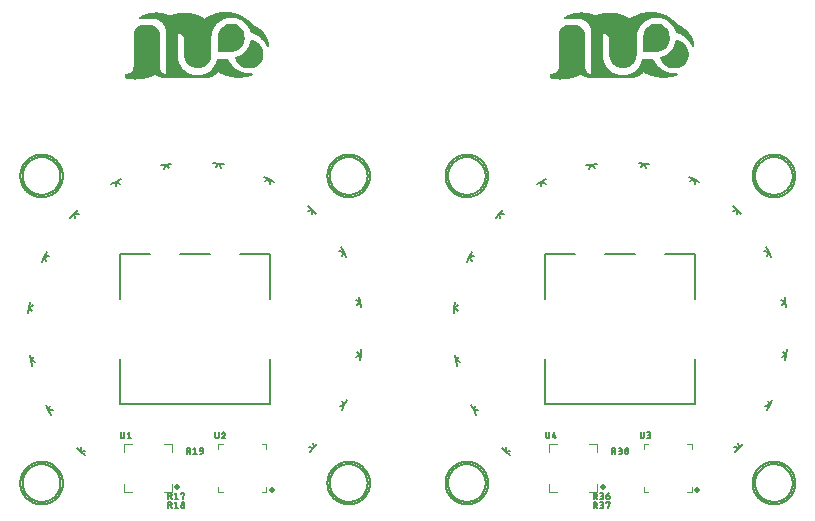
<source format=gbr>
G04 EAGLE Gerber RS-274X export*
G75*
%MOMM*%
%FSLAX34Y34*%
%LPD*%
%INSilkscreen Top*%
%IPPOS*%
%AMOC8*
5,1,8,0,0,1.08239X$1,22.5*%
G01*
%ADD10C,0.203200*%
%ADD11C,0.127000*%
%ADD12C,0.500000*%
%ADD13C,0.120000*%
%ADD14C,0.152400*%

G36*
X161148Y421774D02*
X161148Y421774D01*
X161224Y421778D01*
X164191Y422371D01*
X167457Y422668D01*
X167497Y422679D01*
X167554Y422685D01*
X171154Y423585D01*
X171200Y423605D01*
X171284Y423633D01*
X174243Y425113D01*
X176632Y425909D01*
X178485Y424849D01*
X178520Y424837D01*
X178564Y424811D01*
X181564Y423611D01*
X181595Y423605D01*
X181737Y423569D01*
X184737Y423269D01*
X184764Y423271D01*
X184800Y423266D01*
X220500Y423266D01*
X220520Y423269D01*
X220539Y423267D01*
X220712Y423304D01*
X220721Y423305D01*
X220722Y423306D01*
X220723Y423306D01*
X223123Y424206D01*
X223148Y424221D01*
X223184Y424233D01*
X225584Y425433D01*
X225605Y425449D01*
X225636Y425462D01*
X228036Y426962D01*
X228063Y426987D01*
X228106Y427013D01*
X229575Y428237D01*
X232496Y426643D01*
X232539Y426629D01*
X232599Y426598D01*
X237099Y425098D01*
X237112Y425097D01*
X237126Y425090D01*
X241326Y423890D01*
X241362Y423886D01*
X241410Y423872D01*
X245610Y423272D01*
X245660Y423274D01*
X245745Y423267D01*
X249945Y423567D01*
X249967Y423573D01*
X249996Y423573D01*
X253896Y424173D01*
X253929Y424184D01*
X253974Y424190D01*
X258174Y425390D01*
X258196Y425401D01*
X258221Y425405D01*
X258297Y425450D01*
X258376Y425489D01*
X258393Y425507D01*
X258414Y425520D01*
X258469Y425588D01*
X258530Y425652D01*
X258540Y425675D01*
X258555Y425694D01*
X258584Y425777D01*
X258618Y425858D01*
X258619Y425883D01*
X258627Y425906D01*
X258625Y425994D01*
X258629Y426082D01*
X258621Y426106D01*
X258621Y426131D01*
X258588Y426212D01*
X258561Y426296D01*
X258546Y426316D01*
X258536Y426338D01*
X258477Y426403D01*
X258423Y426473D01*
X258402Y426486D01*
X258385Y426504D01*
X258307Y426544D01*
X258232Y426590D01*
X258207Y426595D01*
X258185Y426607D01*
X258045Y426628D01*
X258012Y426634D01*
X258006Y426633D01*
X258000Y426634D01*
X253278Y426634D01*
X249807Y427502D01*
X247198Y428662D01*
X244859Y430124D01*
X242497Y431895D01*
X240499Y433607D01*
X239061Y436196D01*
X237867Y438584D01*
X237848Y438609D01*
X237836Y438638D01*
X237782Y438698D01*
X237733Y438763D01*
X237706Y438781D01*
X237685Y438804D01*
X237613Y438841D01*
X237545Y438885D01*
X237514Y438892D01*
X237485Y438907D01*
X237371Y438924D01*
X237326Y438934D01*
X237314Y438932D01*
X237300Y438934D01*
X229200Y438934D01*
X229187Y438932D01*
X229173Y438934D01*
X229077Y438912D01*
X228979Y438895D01*
X228967Y438888D01*
X228954Y438885D01*
X228871Y438831D01*
X228786Y438780D01*
X228777Y438770D01*
X228766Y438763D01*
X228707Y438683D01*
X228645Y438606D01*
X228640Y438593D01*
X228632Y438583D01*
X228574Y438404D01*
X228280Y436640D01*
X227711Y434648D01*
X226577Y432663D01*
X225131Y430928D01*
X223103Y428900D01*
X220778Y427447D01*
X218159Y425992D01*
X214979Y425124D01*
X210046Y424544D01*
X205708Y425701D01*
X201678Y427428D01*
X199109Y430283D01*
X197645Y432625D01*
X195318Y436698D01*
X195034Y439532D01*
X195034Y460766D01*
X197789Y460766D01*
X198811Y459999D01*
X200180Y458904D01*
X200966Y457070D01*
X200966Y455700D01*
X200967Y455694D01*
X200966Y455687D01*
X201266Y441287D01*
X201268Y441277D01*
X201267Y441267D01*
X201304Y441083D01*
X202504Y437783D01*
X202507Y437778D01*
X202593Y437619D01*
X204393Y435219D01*
X204413Y435201D01*
X204519Y435093D01*
X206919Y433293D01*
X206959Y433273D01*
X207064Y433211D01*
X210064Y432011D01*
X210091Y432006D01*
X210115Y431993D01*
X210246Y431974D01*
X210284Y431966D01*
X210291Y431967D01*
X210300Y431966D01*
X213900Y431966D01*
X213933Y431972D01*
X214074Y431990D01*
X216174Y432590D01*
X216213Y432609D01*
X216254Y432619D01*
X216330Y432667D01*
X216376Y432689D01*
X216390Y432704D01*
X216413Y432718D01*
X217873Y433970D01*
X218484Y434494D01*
X221152Y436272D01*
X221203Y436321D01*
X221260Y436363D01*
X221288Y436403D01*
X221314Y436428D01*
X221332Y436466D01*
X221367Y436516D01*
X222567Y438916D01*
X222571Y438929D01*
X222579Y438941D01*
X222629Y439121D01*
X222929Y441521D01*
X222928Y441551D01*
X222934Y441589D01*
X223233Y458337D01*
X223810Y461512D01*
X224980Y464142D01*
X224981Y464146D01*
X224983Y464150D01*
X225860Y466197D01*
X227003Y467912D01*
X229320Y470518D01*
X231909Y472244D01*
X235116Y473702D01*
X238285Y474566D01*
X243481Y474566D01*
X248720Y472528D01*
X251607Y470796D01*
X255350Y467053D01*
X257102Y462089D01*
X257132Y462037D01*
X257152Y461981D01*
X257187Y461940D01*
X257213Y461894D01*
X257259Y461855D01*
X257298Y461810D01*
X257352Y461777D01*
X257385Y461750D01*
X257418Y461738D01*
X257459Y461714D01*
X262475Y459648D01*
X265393Y457313D01*
X267712Y455284D01*
X269162Y452964D01*
X269164Y452962D01*
X269165Y452960D01*
X271265Y449660D01*
X271417Y449495D01*
X271617Y449393D01*
X271840Y449367D01*
X272058Y449420D01*
X272203Y449519D01*
X272243Y449546D01*
X272374Y449729D01*
X272432Y449946D01*
X272420Y450133D01*
X271520Y454333D01*
X271504Y454373D01*
X271489Y454436D01*
X270289Y457436D01*
X270272Y457462D01*
X270201Y457589D01*
X268101Y460289D01*
X268087Y460302D01*
X268074Y460321D01*
X265674Y463021D01*
X265640Y463048D01*
X265596Y463095D01*
X262596Y465495D01*
X262557Y465517D01*
X262504Y465557D01*
X259284Y467313D01*
X256948Y469648D01*
X256921Y469668D01*
X256889Y469701D01*
X251489Y473901D01*
X251445Y473924D01*
X251360Y473978D01*
X245360Y476678D01*
X245316Y476689D01*
X245254Y476715D01*
X239254Y478215D01*
X239205Y478219D01*
X239100Y478234D01*
X234600Y478234D01*
X234579Y478230D01*
X234551Y478232D01*
X230651Y477932D01*
X230620Y477924D01*
X230576Y477922D01*
X226076Y477022D01*
X226031Y477004D01*
X225956Y476985D01*
X222356Y475485D01*
X222340Y475475D01*
X222316Y475467D01*
X219316Y473967D01*
X219289Y473947D01*
X219248Y473928D01*
X217767Y472940D01*
X214804Y474557D01*
X214782Y474564D01*
X214758Y474580D01*
X212058Y475780D01*
X212026Y475787D01*
X211987Y475806D01*
X210435Y476284D01*
X208374Y476918D01*
X208087Y477006D01*
X208054Y477010D01*
X208013Y477024D01*
X204713Y477624D01*
X204689Y477624D01*
X204657Y477632D01*
X201357Y477932D01*
X201312Y477928D01*
X201243Y477932D01*
X197944Y477632D01*
X194347Y477332D01*
X194303Y477320D01*
X194233Y477312D01*
X190933Y476412D01*
X190919Y476405D01*
X190899Y476402D01*
X188400Y475569D01*
X183201Y477302D01*
X183154Y477308D01*
X183084Y477329D01*
X178584Y477929D01*
X178548Y477927D01*
X178500Y477934D01*
X174300Y477934D01*
X174258Y477927D01*
X174196Y477926D01*
X170596Y477326D01*
X170569Y477316D01*
X170533Y477312D01*
X167233Y476412D01*
X167194Y476393D01*
X167134Y476376D01*
X163234Y474576D01*
X163162Y474525D01*
X163086Y474480D01*
X163071Y474461D01*
X163050Y474447D01*
X163000Y474375D01*
X162945Y474306D01*
X162937Y474283D01*
X162923Y474263D01*
X162901Y474177D01*
X162873Y474094D01*
X162873Y474069D01*
X162867Y474045D01*
X162877Y473958D01*
X162879Y473869D01*
X162889Y473847D01*
X162891Y473822D01*
X162931Y473743D01*
X162964Y473662D01*
X162980Y473643D01*
X162991Y473621D01*
X163056Y473561D01*
X163115Y473496D01*
X163137Y473485D01*
X163155Y473468D01*
X163236Y473434D01*
X163315Y473393D01*
X163342Y473389D01*
X163362Y473381D01*
X163412Y473379D01*
X163500Y473366D01*
X174272Y473366D01*
X176221Y473195D01*
X178084Y472696D01*
X179832Y471881D01*
X181412Y470775D01*
X182775Y469412D01*
X183881Y467832D01*
X184696Y466084D01*
X185195Y464221D01*
X185366Y462272D01*
X185366Y425800D01*
X184837Y425852D01*
X183718Y426191D01*
X182687Y426742D01*
X181784Y427484D01*
X181042Y428387D01*
X180491Y429418D01*
X180152Y430537D01*
X180034Y431731D01*
X180034Y459300D01*
X180029Y459327D01*
X180031Y459362D01*
X179881Y460884D01*
X179868Y460930D01*
X179857Y461006D01*
X179413Y462469D01*
X179391Y462512D01*
X179366Y462584D01*
X178645Y463932D01*
X178632Y463948D01*
X178626Y463965D01*
X178604Y463988D01*
X178576Y464036D01*
X177606Y465218D01*
X177569Y465249D01*
X177518Y465306D01*
X176336Y466276D01*
X176294Y466299D01*
X176232Y466345D01*
X174884Y467066D01*
X174838Y467080D01*
X174769Y467113D01*
X173306Y467557D01*
X173258Y467563D01*
X173184Y467581D01*
X171662Y467731D01*
X171635Y467729D01*
X171600Y467734D01*
X166200Y467734D01*
X166173Y467729D01*
X166138Y467731D01*
X164675Y467587D01*
X164628Y467574D01*
X164553Y467563D01*
X163146Y467136D01*
X163103Y467114D01*
X163031Y467088D01*
X161734Y466395D01*
X161696Y466366D01*
X161631Y466326D01*
X160494Y465394D01*
X160482Y465379D01*
X160476Y465375D01*
X160454Y465349D01*
X160406Y465306D01*
X159474Y464169D01*
X159450Y464127D01*
X159405Y464066D01*
X158712Y462769D01*
X158697Y462723D01*
X158664Y462654D01*
X158237Y461247D01*
X158232Y461205D01*
X158225Y461183D01*
X158225Y461173D01*
X158213Y461125D01*
X158069Y459662D01*
X158071Y459635D01*
X158066Y459600D01*
X158066Y432331D01*
X157948Y431137D01*
X157609Y430018D01*
X157058Y428987D01*
X156316Y428084D01*
X155413Y427342D01*
X154382Y426791D01*
X153263Y426452D01*
X152069Y426334D01*
X151200Y426334D01*
X151135Y426323D01*
X151069Y426321D01*
X151026Y426303D01*
X150979Y426295D01*
X150922Y426261D01*
X150862Y426236D01*
X150827Y426205D01*
X150786Y426180D01*
X150745Y426129D01*
X150696Y426085D01*
X150674Y426043D01*
X150645Y426006D01*
X150624Y425944D01*
X150593Y425885D01*
X150585Y425831D01*
X150573Y425794D01*
X150574Y425754D01*
X150566Y425700D01*
X150566Y423300D01*
X150572Y423266D01*
X150569Y423232D01*
X150592Y423156D01*
X150605Y423079D01*
X150623Y423050D01*
X150633Y423017D01*
X150680Y422954D01*
X150720Y422886D01*
X150746Y422864D01*
X150767Y422837D01*
X150833Y422794D01*
X150894Y422745D01*
X150926Y422734D01*
X150955Y422715D01*
X151060Y422688D01*
X151106Y422673D01*
X151120Y422673D01*
X151137Y422669D01*
X154116Y422371D01*
X157696Y421774D01*
X157739Y421775D01*
X157800Y421766D01*
X161100Y421766D01*
X161148Y421774D01*
G37*
G36*
X521148Y421774D02*
X521148Y421774D01*
X521224Y421778D01*
X524191Y422371D01*
X527457Y422668D01*
X527497Y422679D01*
X527554Y422685D01*
X531154Y423585D01*
X531200Y423605D01*
X531284Y423633D01*
X534243Y425113D01*
X536632Y425909D01*
X538485Y424849D01*
X538520Y424837D01*
X538564Y424811D01*
X541564Y423611D01*
X541595Y423605D01*
X541737Y423569D01*
X544737Y423269D01*
X544764Y423271D01*
X544800Y423266D01*
X580500Y423266D01*
X580520Y423269D01*
X580539Y423267D01*
X580712Y423304D01*
X580721Y423305D01*
X580722Y423306D01*
X580723Y423306D01*
X583123Y424206D01*
X583148Y424221D01*
X583184Y424233D01*
X585584Y425433D01*
X585605Y425449D01*
X585636Y425462D01*
X588036Y426962D01*
X588063Y426987D01*
X588106Y427013D01*
X589575Y428237D01*
X592496Y426643D01*
X592539Y426629D01*
X592599Y426598D01*
X597099Y425098D01*
X597112Y425097D01*
X597126Y425090D01*
X601326Y423890D01*
X601362Y423886D01*
X601410Y423872D01*
X605610Y423272D01*
X605660Y423274D01*
X605745Y423267D01*
X609945Y423567D01*
X609967Y423573D01*
X609996Y423573D01*
X613896Y424173D01*
X613929Y424184D01*
X613974Y424190D01*
X618174Y425390D01*
X618196Y425401D01*
X618221Y425405D01*
X618297Y425450D01*
X618376Y425489D01*
X618393Y425507D01*
X618414Y425520D01*
X618469Y425588D01*
X618530Y425652D01*
X618540Y425675D01*
X618555Y425694D01*
X618584Y425777D01*
X618618Y425858D01*
X618619Y425883D01*
X618627Y425906D01*
X618625Y425994D01*
X618629Y426082D01*
X618621Y426106D01*
X618621Y426131D01*
X618588Y426212D01*
X618561Y426296D01*
X618546Y426316D01*
X618536Y426338D01*
X618477Y426403D01*
X618423Y426473D01*
X618402Y426486D01*
X618385Y426504D01*
X618307Y426544D01*
X618232Y426590D01*
X618207Y426595D01*
X618185Y426607D01*
X618045Y426628D01*
X618012Y426634D01*
X618006Y426633D01*
X618000Y426634D01*
X613278Y426634D01*
X609807Y427502D01*
X607198Y428662D01*
X604859Y430124D01*
X602497Y431895D01*
X600499Y433607D01*
X599061Y436196D01*
X597867Y438584D01*
X597848Y438609D01*
X597836Y438638D01*
X597782Y438698D01*
X597733Y438763D01*
X597706Y438781D01*
X597685Y438804D01*
X597613Y438841D01*
X597545Y438885D01*
X597514Y438892D01*
X597485Y438907D01*
X597371Y438924D01*
X597326Y438934D01*
X597314Y438932D01*
X597300Y438934D01*
X589200Y438934D01*
X589187Y438932D01*
X589173Y438934D01*
X589077Y438912D01*
X588979Y438895D01*
X588967Y438888D01*
X588954Y438885D01*
X588871Y438831D01*
X588786Y438780D01*
X588777Y438770D01*
X588766Y438763D01*
X588707Y438683D01*
X588645Y438606D01*
X588640Y438593D01*
X588632Y438583D01*
X588574Y438404D01*
X588280Y436640D01*
X587711Y434648D01*
X586577Y432663D01*
X585131Y430928D01*
X583103Y428900D01*
X580778Y427447D01*
X578159Y425992D01*
X574979Y425124D01*
X570046Y424544D01*
X565708Y425701D01*
X561678Y427428D01*
X559109Y430283D01*
X557645Y432625D01*
X555318Y436698D01*
X555034Y439532D01*
X555034Y460766D01*
X557789Y460766D01*
X558811Y459999D01*
X560180Y458904D01*
X560966Y457070D01*
X560966Y455700D01*
X560967Y455694D01*
X560966Y455687D01*
X561266Y441287D01*
X561268Y441277D01*
X561267Y441267D01*
X561304Y441083D01*
X562504Y437783D01*
X562507Y437778D01*
X562593Y437619D01*
X564393Y435219D01*
X564413Y435201D01*
X564519Y435093D01*
X566919Y433293D01*
X566959Y433273D01*
X567064Y433211D01*
X570064Y432011D01*
X570091Y432006D01*
X570115Y431993D01*
X570246Y431974D01*
X570284Y431966D01*
X570291Y431967D01*
X570300Y431966D01*
X573900Y431966D01*
X573933Y431972D01*
X574074Y431990D01*
X576174Y432590D01*
X576213Y432609D01*
X576254Y432619D01*
X576330Y432667D01*
X576376Y432689D01*
X576390Y432704D01*
X576413Y432718D01*
X577873Y433970D01*
X578484Y434494D01*
X581152Y436272D01*
X581203Y436321D01*
X581260Y436363D01*
X581288Y436403D01*
X581314Y436428D01*
X581332Y436466D01*
X581367Y436516D01*
X582567Y438916D01*
X582571Y438929D01*
X582579Y438941D01*
X582629Y439121D01*
X582929Y441521D01*
X582928Y441551D01*
X582934Y441589D01*
X583233Y458337D01*
X583810Y461512D01*
X584980Y464142D01*
X584981Y464146D01*
X584983Y464150D01*
X585860Y466197D01*
X587003Y467912D01*
X589320Y470518D01*
X591909Y472244D01*
X595116Y473702D01*
X598285Y474566D01*
X603481Y474566D01*
X608720Y472528D01*
X611607Y470796D01*
X615350Y467053D01*
X617102Y462089D01*
X617132Y462037D01*
X617152Y461981D01*
X617187Y461940D01*
X617213Y461894D01*
X617259Y461855D01*
X617298Y461810D01*
X617352Y461777D01*
X617385Y461750D01*
X617418Y461738D01*
X617459Y461714D01*
X622475Y459648D01*
X625393Y457313D01*
X627712Y455284D01*
X629162Y452964D01*
X629164Y452962D01*
X629165Y452960D01*
X631265Y449660D01*
X631417Y449495D01*
X631617Y449393D01*
X631840Y449367D01*
X632058Y449420D01*
X632203Y449519D01*
X632243Y449546D01*
X632374Y449729D01*
X632432Y449946D01*
X632420Y450133D01*
X631520Y454333D01*
X631504Y454373D01*
X631489Y454436D01*
X630289Y457436D01*
X630272Y457462D01*
X630201Y457589D01*
X628101Y460289D01*
X628087Y460302D01*
X628074Y460321D01*
X625674Y463021D01*
X625640Y463048D01*
X625596Y463095D01*
X622596Y465495D01*
X622557Y465517D01*
X622504Y465557D01*
X619284Y467313D01*
X616948Y469648D01*
X616921Y469668D01*
X616889Y469701D01*
X611489Y473901D01*
X611445Y473924D01*
X611360Y473978D01*
X605360Y476678D01*
X605316Y476689D01*
X605254Y476715D01*
X599254Y478215D01*
X599205Y478219D01*
X599100Y478234D01*
X594600Y478234D01*
X594579Y478230D01*
X594551Y478232D01*
X590651Y477932D01*
X590620Y477924D01*
X590576Y477922D01*
X586076Y477022D01*
X586031Y477004D01*
X585956Y476985D01*
X582356Y475485D01*
X582340Y475475D01*
X582316Y475467D01*
X579316Y473967D01*
X579289Y473947D01*
X579248Y473928D01*
X577767Y472940D01*
X574804Y474557D01*
X574782Y474564D01*
X574758Y474580D01*
X572058Y475780D01*
X572026Y475787D01*
X571987Y475806D01*
X570435Y476284D01*
X568374Y476918D01*
X568087Y477006D01*
X568054Y477010D01*
X568013Y477024D01*
X564713Y477624D01*
X564689Y477624D01*
X564657Y477632D01*
X561357Y477932D01*
X561312Y477928D01*
X561243Y477932D01*
X557944Y477632D01*
X554347Y477332D01*
X554303Y477320D01*
X554233Y477312D01*
X550933Y476412D01*
X550919Y476405D01*
X550899Y476402D01*
X548400Y475569D01*
X543201Y477302D01*
X543154Y477308D01*
X543084Y477329D01*
X538584Y477929D01*
X538548Y477927D01*
X538500Y477934D01*
X534300Y477934D01*
X534258Y477927D01*
X534196Y477926D01*
X530596Y477326D01*
X530569Y477316D01*
X530533Y477312D01*
X527233Y476412D01*
X527194Y476393D01*
X527134Y476376D01*
X523234Y474576D01*
X523162Y474525D01*
X523086Y474480D01*
X523071Y474461D01*
X523050Y474447D01*
X523000Y474375D01*
X522945Y474306D01*
X522937Y474283D01*
X522923Y474263D01*
X522901Y474177D01*
X522873Y474094D01*
X522873Y474069D01*
X522867Y474045D01*
X522877Y473958D01*
X522879Y473869D01*
X522889Y473847D01*
X522891Y473822D01*
X522931Y473743D01*
X522964Y473662D01*
X522980Y473643D01*
X522991Y473621D01*
X523056Y473561D01*
X523115Y473496D01*
X523137Y473485D01*
X523155Y473468D01*
X523236Y473434D01*
X523315Y473393D01*
X523342Y473389D01*
X523362Y473381D01*
X523412Y473379D01*
X523500Y473366D01*
X534272Y473366D01*
X536221Y473195D01*
X538084Y472696D01*
X539832Y471881D01*
X541412Y470775D01*
X542775Y469412D01*
X543881Y467832D01*
X544696Y466084D01*
X545195Y464221D01*
X545366Y462272D01*
X545366Y425800D01*
X544837Y425852D01*
X543718Y426191D01*
X542687Y426742D01*
X541784Y427484D01*
X541042Y428387D01*
X540491Y429418D01*
X540152Y430537D01*
X540034Y431731D01*
X540034Y459300D01*
X540029Y459327D01*
X540031Y459362D01*
X539881Y460884D01*
X539868Y460930D01*
X539857Y461006D01*
X539413Y462469D01*
X539391Y462512D01*
X539366Y462584D01*
X538645Y463932D01*
X538632Y463948D01*
X538626Y463965D01*
X538604Y463988D01*
X538576Y464036D01*
X537606Y465218D01*
X537569Y465249D01*
X537518Y465306D01*
X536336Y466276D01*
X536294Y466299D01*
X536232Y466345D01*
X534884Y467066D01*
X534838Y467080D01*
X534769Y467113D01*
X533306Y467557D01*
X533258Y467563D01*
X533184Y467581D01*
X531662Y467731D01*
X531635Y467729D01*
X531600Y467734D01*
X526200Y467734D01*
X526173Y467729D01*
X526138Y467731D01*
X524675Y467587D01*
X524628Y467574D01*
X524553Y467563D01*
X523146Y467136D01*
X523103Y467114D01*
X523031Y467088D01*
X521734Y466395D01*
X521696Y466366D01*
X521631Y466326D01*
X520494Y465394D01*
X520482Y465379D01*
X520476Y465375D01*
X520454Y465349D01*
X520406Y465306D01*
X519474Y464169D01*
X519450Y464127D01*
X519405Y464066D01*
X518712Y462769D01*
X518697Y462723D01*
X518664Y462654D01*
X518237Y461247D01*
X518232Y461205D01*
X518225Y461183D01*
X518225Y461173D01*
X518213Y461125D01*
X518069Y459662D01*
X518071Y459635D01*
X518066Y459600D01*
X518066Y432331D01*
X517948Y431137D01*
X517609Y430018D01*
X517058Y428987D01*
X516316Y428084D01*
X515413Y427342D01*
X514382Y426791D01*
X513263Y426452D01*
X512069Y426334D01*
X511200Y426334D01*
X511135Y426323D01*
X511069Y426321D01*
X511026Y426303D01*
X510979Y426295D01*
X510922Y426261D01*
X510862Y426236D01*
X510827Y426205D01*
X510786Y426180D01*
X510745Y426129D01*
X510696Y426085D01*
X510674Y426043D01*
X510645Y426006D01*
X510624Y425944D01*
X510593Y425885D01*
X510585Y425831D01*
X510573Y425794D01*
X510574Y425754D01*
X510566Y425700D01*
X510566Y423300D01*
X510572Y423266D01*
X510569Y423232D01*
X510592Y423156D01*
X510605Y423079D01*
X510623Y423050D01*
X510633Y423017D01*
X510680Y422954D01*
X510720Y422886D01*
X510746Y422864D01*
X510767Y422837D01*
X510833Y422794D01*
X510894Y422745D01*
X510926Y422734D01*
X510955Y422715D01*
X511060Y422688D01*
X511106Y422673D01*
X511120Y422673D01*
X511137Y422669D01*
X514116Y422371D01*
X517696Y421774D01*
X517739Y421775D01*
X517800Y421766D01*
X521100Y421766D01*
X521148Y421774D01*
G37*
G36*
X600924Y445170D02*
X600924Y445170D01*
X600955Y445168D01*
X602727Y445323D01*
X602770Y445335D01*
X602835Y445342D01*
X604553Y445803D01*
X604593Y445822D01*
X604657Y445840D01*
X606268Y446592D01*
X606305Y446617D01*
X606364Y446647D01*
X607820Y447667D01*
X607852Y447698D01*
X607905Y447738D01*
X609162Y448995D01*
X609188Y449032D01*
X609233Y449080D01*
X610253Y450536D01*
X610264Y450559D01*
X610271Y450568D01*
X610276Y450583D01*
X610308Y450632D01*
X611060Y452243D01*
X611071Y452287D01*
X611098Y452347D01*
X611558Y454065D01*
X611561Y454109D01*
X611577Y454174D01*
X611732Y455945D01*
X611730Y455969D01*
X611734Y456000D01*
X611734Y457800D01*
X611730Y457824D01*
X611732Y457855D01*
X611572Y459679D01*
X611561Y459722D01*
X611553Y459787D01*
X611079Y461555D01*
X611060Y461596D01*
X611042Y461659D01*
X610268Y463318D01*
X610242Y463355D01*
X610213Y463414D01*
X609163Y464913D01*
X609131Y464945D01*
X609092Y464998D01*
X607798Y466292D01*
X607761Y466317D01*
X607713Y466363D01*
X606214Y467413D01*
X606173Y467432D01*
X606118Y467468D01*
X604459Y468242D01*
X604416Y468253D01*
X604355Y468279D01*
X602587Y468753D01*
X602543Y468757D01*
X602479Y468772D01*
X600655Y468932D01*
X600611Y468928D01*
X600545Y468932D01*
X598721Y468772D01*
X598678Y468761D01*
X598613Y468753D01*
X596845Y468279D01*
X596804Y468260D01*
X596741Y468242D01*
X595082Y467468D01*
X595045Y467442D01*
X594986Y467413D01*
X593487Y466363D01*
X593456Y466331D01*
X593402Y466292D01*
X592108Y464998D01*
X592083Y464961D01*
X592037Y464913D01*
X590987Y463414D01*
X590968Y463373D01*
X590932Y463318D01*
X590158Y461659D01*
X590147Y461616D01*
X590121Y461555D01*
X589647Y459787D01*
X589643Y459743D01*
X589628Y459679D01*
X589468Y457855D01*
X589470Y457831D01*
X589466Y457800D01*
X589466Y445800D01*
X589477Y445735D01*
X589479Y445669D01*
X589497Y445626D01*
X589505Y445579D01*
X589539Y445522D01*
X589564Y445462D01*
X589595Y445427D01*
X589620Y445386D01*
X589671Y445345D01*
X589715Y445296D01*
X589757Y445274D01*
X589794Y445245D01*
X589856Y445224D01*
X589915Y445193D01*
X589969Y445185D01*
X590006Y445173D01*
X590046Y445174D01*
X590100Y445166D01*
X600900Y445166D01*
X600924Y445170D01*
G37*
G36*
X240924Y445170D02*
X240924Y445170D01*
X240955Y445168D01*
X242727Y445323D01*
X242770Y445335D01*
X242835Y445342D01*
X244553Y445803D01*
X244593Y445822D01*
X244657Y445840D01*
X246268Y446592D01*
X246305Y446617D01*
X246364Y446647D01*
X247820Y447667D01*
X247852Y447698D01*
X247905Y447738D01*
X249162Y448995D01*
X249188Y449032D01*
X249233Y449080D01*
X250253Y450536D01*
X250264Y450559D01*
X250271Y450568D01*
X250276Y450583D01*
X250308Y450632D01*
X251060Y452243D01*
X251071Y452287D01*
X251098Y452347D01*
X251558Y454065D01*
X251561Y454109D01*
X251577Y454174D01*
X251732Y455945D01*
X251730Y455969D01*
X251734Y456000D01*
X251734Y457800D01*
X251730Y457824D01*
X251732Y457855D01*
X251572Y459679D01*
X251561Y459722D01*
X251553Y459787D01*
X251079Y461555D01*
X251060Y461596D01*
X251042Y461659D01*
X250268Y463318D01*
X250242Y463355D01*
X250213Y463414D01*
X249163Y464913D01*
X249131Y464945D01*
X249092Y464998D01*
X247798Y466292D01*
X247761Y466317D01*
X247713Y466363D01*
X246214Y467413D01*
X246173Y467432D01*
X246118Y467468D01*
X244459Y468242D01*
X244416Y468253D01*
X244355Y468279D01*
X242587Y468753D01*
X242543Y468757D01*
X242479Y468772D01*
X240655Y468932D01*
X240611Y468928D01*
X240545Y468932D01*
X238721Y468772D01*
X238678Y468761D01*
X238613Y468753D01*
X236845Y468279D01*
X236804Y468260D01*
X236741Y468242D01*
X235082Y467468D01*
X235045Y467442D01*
X234986Y467413D01*
X233487Y466363D01*
X233456Y466331D01*
X233402Y466292D01*
X232108Y464998D01*
X232083Y464961D01*
X232037Y464913D01*
X230987Y463414D01*
X230968Y463373D01*
X230932Y463318D01*
X230158Y461659D01*
X230147Y461616D01*
X230121Y461555D01*
X229647Y459787D01*
X229643Y459743D01*
X229628Y459679D01*
X229468Y457855D01*
X229470Y457831D01*
X229466Y457800D01*
X229466Y445800D01*
X229477Y445735D01*
X229479Y445669D01*
X229497Y445626D01*
X229505Y445579D01*
X229539Y445522D01*
X229564Y445462D01*
X229595Y445427D01*
X229620Y445386D01*
X229671Y445345D01*
X229715Y445296D01*
X229757Y445274D01*
X229794Y445245D01*
X229856Y445224D01*
X229915Y445193D01*
X229969Y445185D01*
X230006Y445173D01*
X230046Y445174D01*
X230100Y445166D01*
X240900Y445166D01*
X240924Y445170D01*
G37*
G36*
X619242Y431967D02*
X619242Y431967D01*
X619311Y431984D01*
X619382Y431992D01*
X619426Y432013D01*
X619460Y432021D01*
X619495Y432046D01*
X619552Y432072D01*
X623152Y434472D01*
X623187Y434506D01*
X623271Y434576D01*
X625971Y437576D01*
X625995Y437613D01*
X626025Y437644D01*
X626045Y437686D01*
X626058Y437702D01*
X626068Y437731D01*
X626090Y437766D01*
X626094Y437788D01*
X626106Y437813D01*
X627306Y441713D01*
X627309Y441738D01*
X627319Y441762D01*
X627329Y441901D01*
X627333Y441936D01*
X627332Y441942D01*
X627332Y441949D01*
X627032Y445849D01*
X627032Y445851D01*
X627032Y445853D01*
X626989Y446036D01*
X625789Y449036D01*
X625785Y449041D01*
X625754Y449096D01*
X625740Y449129D01*
X625724Y449146D01*
X625695Y449196D01*
X623295Y452196D01*
X623281Y452209D01*
X623271Y452225D01*
X623126Y452344D01*
X620126Y454144D01*
X620123Y454145D01*
X619954Y454215D01*
X617554Y454815D01*
X617523Y454817D01*
X617494Y454827D01*
X617412Y454825D01*
X617330Y454830D01*
X617300Y454822D01*
X617269Y454821D01*
X617194Y454790D01*
X617115Y454767D01*
X617090Y454748D01*
X617062Y454736D01*
X617001Y454681D01*
X616935Y454632D01*
X616919Y454606D01*
X616896Y454585D01*
X616858Y454512D01*
X616814Y454443D01*
X616808Y454413D01*
X616793Y454385D01*
X616776Y454269D01*
X616766Y454224D01*
X616768Y454213D01*
X616766Y454200D01*
X616766Y452728D01*
X616582Y450622D01*
X616042Y448608D01*
X615161Y446718D01*
X613964Y445010D01*
X612490Y443536D01*
X610782Y442339D01*
X608892Y441458D01*
X606878Y440918D01*
X604745Y440732D01*
X604733Y440729D01*
X604721Y440729D01*
X604625Y440699D01*
X604528Y440673D01*
X604518Y440666D01*
X604507Y440662D01*
X604427Y440601D01*
X604346Y440543D01*
X604339Y440533D01*
X604329Y440525D01*
X604276Y440440D01*
X604220Y440357D01*
X604217Y440345D01*
X604211Y440335D01*
X604191Y440237D01*
X604167Y440139D01*
X604168Y440127D01*
X604166Y440115D01*
X604181Y440016D01*
X604193Y439916D01*
X604199Y439905D01*
X604200Y439893D01*
X604287Y439727D01*
X606687Y436427D01*
X606717Y436398D01*
X606752Y436352D01*
X610052Y433052D01*
X610106Y433013D01*
X610155Y432968D01*
X610204Y432946D01*
X610236Y432923D01*
X610275Y432913D01*
X610326Y432890D01*
X614526Y431690D01*
X614541Y431689D01*
X614555Y431682D01*
X614742Y431667D01*
X619242Y431967D01*
G37*
G36*
X259242Y431967D02*
X259242Y431967D01*
X259311Y431984D01*
X259382Y431992D01*
X259426Y432013D01*
X259460Y432021D01*
X259495Y432046D01*
X259552Y432072D01*
X263152Y434472D01*
X263187Y434506D01*
X263271Y434576D01*
X265971Y437576D01*
X265995Y437613D01*
X266025Y437644D01*
X266045Y437686D01*
X266058Y437702D01*
X266068Y437731D01*
X266090Y437766D01*
X266094Y437788D01*
X266106Y437813D01*
X267306Y441713D01*
X267309Y441738D01*
X267319Y441762D01*
X267329Y441901D01*
X267333Y441936D01*
X267332Y441942D01*
X267332Y441949D01*
X267032Y445849D01*
X267032Y445851D01*
X267032Y445853D01*
X266989Y446036D01*
X265789Y449036D01*
X265785Y449041D01*
X265754Y449096D01*
X265740Y449129D01*
X265724Y449146D01*
X265695Y449196D01*
X263295Y452196D01*
X263281Y452209D01*
X263271Y452225D01*
X263126Y452344D01*
X260126Y454144D01*
X260123Y454145D01*
X259954Y454215D01*
X257554Y454815D01*
X257523Y454817D01*
X257494Y454827D01*
X257412Y454825D01*
X257330Y454830D01*
X257300Y454822D01*
X257269Y454821D01*
X257194Y454790D01*
X257115Y454767D01*
X257090Y454748D01*
X257062Y454736D01*
X257001Y454681D01*
X256935Y454632D01*
X256919Y454606D01*
X256896Y454585D01*
X256858Y454512D01*
X256814Y454443D01*
X256808Y454413D01*
X256793Y454385D01*
X256776Y454269D01*
X256766Y454224D01*
X256768Y454213D01*
X256766Y454200D01*
X256766Y452728D01*
X256582Y450622D01*
X256042Y448608D01*
X255161Y446718D01*
X253964Y445010D01*
X252490Y443536D01*
X250782Y442339D01*
X248892Y441458D01*
X246878Y440918D01*
X244745Y440732D01*
X244733Y440729D01*
X244721Y440729D01*
X244625Y440699D01*
X244528Y440673D01*
X244518Y440666D01*
X244507Y440662D01*
X244427Y440601D01*
X244346Y440543D01*
X244339Y440533D01*
X244329Y440525D01*
X244276Y440440D01*
X244220Y440357D01*
X244217Y440345D01*
X244211Y440335D01*
X244191Y440237D01*
X244167Y440139D01*
X244168Y440127D01*
X244166Y440115D01*
X244181Y440016D01*
X244193Y439916D01*
X244199Y439905D01*
X244200Y439893D01*
X244287Y439727D01*
X246687Y436427D01*
X246717Y436398D01*
X246752Y436352D01*
X250052Y433052D01*
X250106Y433013D01*
X250155Y432968D01*
X250204Y432946D01*
X250236Y432923D01*
X250275Y432913D01*
X250326Y432890D01*
X254526Y431690D01*
X254541Y431689D01*
X254555Y431682D01*
X254742Y431667D01*
X259242Y431967D01*
G37*
D10*
X116487Y103431D02*
X113133Y106580D01*
X109780Y109729D01*
X113551Y110440D02*
X113133Y106580D01*
X113424Y106518D02*
X116847Y107345D01*
X268549Y339124D02*
X272673Y337086D01*
X276797Y335048D01*
X273396Y333271D02*
X272673Y337086D01*
X272377Y337061D02*
X269342Y335275D01*
X305812Y314502D02*
X309098Y311284D01*
X312385Y308065D01*
X308600Y307433D02*
X309098Y311284D01*
X308809Y311351D02*
X305369Y310597D01*
X333566Y279510D02*
X335690Y275430D01*
X337814Y271350D01*
X334020Y271925D02*
X335690Y275430D01*
X335436Y275584D02*
X331932Y275936D01*
X349056Y237621D02*
X349807Y233083D01*
X350558Y228544D01*
X347131Y230270D02*
X349807Y233083D01*
X349614Y233308D02*
X346392Y234731D01*
X350755Y192989D02*
X350051Y188443D01*
X349347Y183897D01*
X346630Y186607D02*
X350051Y188443D01*
X349938Y188717D02*
X347322Y191075D01*
X338476Y150047D02*
X336395Y145945D01*
X334314Y141843D01*
X332573Y145262D02*
X336395Y145945D01*
X336373Y146241D02*
X334619Y149295D01*
X313450Y113056D02*
X310197Y109803D01*
X306944Y106550D01*
X306352Y110342D02*
X310197Y109803D01*
X310268Y110091D02*
X309549Y113539D01*
X87976Y137811D02*
X85767Y141846D01*
X83558Y145880D01*
X87363Y145385D02*
X85767Y141846D01*
X86024Y141697D02*
X89535Y141419D01*
X71575Y179353D02*
X70729Y183874D01*
X69883Y188396D01*
X73346Y186743D02*
X70729Y183874D01*
X70927Y183653D02*
X74178Y182298D01*
X68912Y223935D02*
X69513Y228496D01*
X70113Y233057D01*
X72891Y230409D02*
X69513Y228496D01*
X69632Y228224D02*
X72301Y225926D01*
X80243Y267139D02*
X82238Y271284D01*
X84233Y275429D01*
X86045Y272047D02*
X82238Y271284D01*
X82267Y270989D02*
X84084Y267972D01*
X104458Y304669D02*
X107642Y307989D01*
X110826Y311309D01*
X111498Y307530D02*
X107642Y307989D01*
X107577Y307699D02*
X108368Y304267D01*
X139145Y332802D02*
X143203Y334969D01*
X147261Y337135D01*
X146726Y333335D02*
X143203Y334969D01*
X143052Y334713D02*
X142737Y331205D01*
X180864Y348748D02*
X185394Y349547D01*
X189924Y350346D01*
X188235Y346900D02*
X185394Y349547D01*
X185170Y349351D02*
X183781Y346115D01*
X225472Y350926D02*
X230027Y350278D01*
X234581Y349630D01*
X231904Y346880D02*
X230027Y350278D01*
X229753Y350161D02*
X227428Y347517D01*
D11*
X273500Y273500D02*
X273500Y235400D01*
X273500Y184600D02*
X273500Y146500D01*
X146500Y146500D01*
X146500Y184600D01*
X146500Y235400D02*
X146500Y273500D01*
X171900Y273500D01*
X248100Y273500D02*
X273500Y273500D01*
X222700Y273500D02*
X197300Y273500D01*
D12*
X275320Y73660D03*
D13*
X270280Y72300D02*
X270280Y76160D01*
X270280Y72300D02*
X266420Y72300D01*
X229780Y72300D02*
X229780Y76160D01*
X229780Y72300D02*
X233640Y72300D01*
X229780Y108940D02*
X229780Y112800D01*
X233640Y112800D01*
X270280Y112800D02*
X270280Y108940D01*
X270280Y112800D02*
X266420Y112800D01*
D11*
X227165Y119296D02*
X227165Y122781D01*
X227165Y119296D02*
X227167Y119225D01*
X227173Y119153D01*
X227182Y119083D01*
X227195Y119013D01*
X227212Y118943D01*
X227233Y118875D01*
X227257Y118808D01*
X227285Y118742D01*
X227316Y118678D01*
X227351Y118615D01*
X227389Y118555D01*
X227430Y118496D01*
X227474Y118440D01*
X227521Y118386D01*
X227570Y118335D01*
X227623Y118287D01*
X227678Y118241D01*
X227735Y118199D01*
X227795Y118159D01*
X227856Y118123D01*
X227920Y118090D01*
X227985Y118061D01*
X228051Y118035D01*
X228119Y118012D01*
X228188Y117993D01*
X228258Y117978D01*
X228328Y117967D01*
X228399Y117959D01*
X228470Y117955D01*
X228542Y117955D01*
X228613Y117959D01*
X228684Y117967D01*
X228754Y117978D01*
X228824Y117993D01*
X228893Y118012D01*
X228961Y118035D01*
X229027Y118061D01*
X229092Y118090D01*
X229156Y118123D01*
X229217Y118159D01*
X229277Y118199D01*
X229334Y118241D01*
X229389Y118287D01*
X229442Y118335D01*
X229491Y118386D01*
X229538Y118440D01*
X229582Y118496D01*
X229623Y118555D01*
X229661Y118615D01*
X229696Y118678D01*
X229727Y118742D01*
X229755Y118808D01*
X229779Y118875D01*
X229800Y118943D01*
X229817Y119013D01*
X229830Y119083D01*
X229839Y119153D01*
X229845Y119225D01*
X229847Y119296D01*
X229846Y119296D02*
X229846Y122781D01*
X234309Y122781D02*
X234377Y122779D01*
X234444Y122773D01*
X234511Y122764D01*
X234578Y122751D01*
X234643Y122734D01*
X234708Y122713D01*
X234771Y122689D01*
X234833Y122661D01*
X234893Y122630D01*
X234951Y122596D01*
X235007Y122558D01*
X235062Y122518D01*
X235113Y122474D01*
X235162Y122427D01*
X235209Y122378D01*
X235253Y122327D01*
X235293Y122272D01*
X235331Y122216D01*
X235365Y122158D01*
X235396Y122098D01*
X235424Y122036D01*
X235448Y121973D01*
X235469Y121908D01*
X235486Y121843D01*
X235499Y121776D01*
X235508Y121709D01*
X235514Y121642D01*
X235516Y121574D01*
X234309Y122781D02*
X234231Y122779D01*
X234153Y122773D01*
X234076Y122763D01*
X233999Y122750D01*
X233923Y122732D01*
X233848Y122711D01*
X233774Y122686D01*
X233702Y122657D01*
X233631Y122625D01*
X233562Y122589D01*
X233494Y122550D01*
X233429Y122507D01*
X233366Y122461D01*
X233305Y122412D01*
X233247Y122360D01*
X233192Y122305D01*
X233139Y122248D01*
X233090Y122188D01*
X233043Y122125D01*
X233000Y122061D01*
X232960Y121994D01*
X232923Y121925D01*
X232890Y121854D01*
X232860Y121782D01*
X232834Y121709D01*
X235113Y120636D02*
X235162Y120685D01*
X235209Y120737D01*
X235252Y120792D01*
X235293Y120849D01*
X235331Y120908D01*
X235365Y120969D01*
X235396Y121032D01*
X235424Y121096D01*
X235448Y121162D01*
X235468Y121228D01*
X235485Y121296D01*
X235498Y121365D01*
X235507Y121434D01*
X235513Y121504D01*
X235515Y121574D01*
X235113Y120636D02*
X232834Y117955D01*
X235515Y117955D01*
X187355Y71341D02*
X187355Y66515D01*
X187355Y71341D02*
X188696Y71341D01*
X188767Y71339D01*
X188839Y71333D01*
X188909Y71324D01*
X188979Y71311D01*
X189049Y71294D01*
X189117Y71273D01*
X189184Y71249D01*
X189250Y71221D01*
X189314Y71190D01*
X189377Y71155D01*
X189437Y71117D01*
X189496Y71076D01*
X189552Y71032D01*
X189606Y70985D01*
X189657Y70936D01*
X189705Y70883D01*
X189751Y70828D01*
X189793Y70771D01*
X189833Y70711D01*
X189869Y70650D01*
X189902Y70586D01*
X189931Y70521D01*
X189957Y70455D01*
X189980Y70387D01*
X189999Y70318D01*
X190014Y70248D01*
X190025Y70178D01*
X190033Y70107D01*
X190037Y70036D01*
X190037Y69964D01*
X190033Y69893D01*
X190025Y69822D01*
X190014Y69752D01*
X189999Y69682D01*
X189980Y69613D01*
X189957Y69545D01*
X189931Y69479D01*
X189902Y69414D01*
X189869Y69350D01*
X189833Y69289D01*
X189793Y69229D01*
X189751Y69172D01*
X189705Y69117D01*
X189657Y69064D01*
X189606Y69015D01*
X189552Y68968D01*
X189496Y68924D01*
X189437Y68883D01*
X189377Y68845D01*
X189314Y68810D01*
X189250Y68779D01*
X189184Y68751D01*
X189117Y68727D01*
X189049Y68706D01*
X188979Y68689D01*
X188909Y68676D01*
X188839Y68667D01*
X188767Y68661D01*
X188696Y68659D01*
X188696Y68660D02*
X187355Y68660D01*
X188964Y68660D02*
X190036Y66515D01*
X192778Y70269D02*
X194118Y71341D01*
X194118Y66515D01*
X192778Y66515D02*
X195459Y66515D01*
X198264Y70805D02*
X198264Y71341D01*
X200945Y71341D01*
X199605Y66515D01*
X187355Y63721D02*
X187355Y58895D01*
X187355Y63721D02*
X188696Y63721D01*
X188767Y63719D01*
X188839Y63713D01*
X188909Y63704D01*
X188979Y63691D01*
X189049Y63674D01*
X189117Y63653D01*
X189184Y63629D01*
X189250Y63601D01*
X189314Y63570D01*
X189377Y63535D01*
X189437Y63497D01*
X189496Y63456D01*
X189552Y63412D01*
X189606Y63365D01*
X189657Y63316D01*
X189705Y63263D01*
X189751Y63208D01*
X189793Y63151D01*
X189833Y63091D01*
X189869Y63030D01*
X189902Y62966D01*
X189931Y62901D01*
X189957Y62835D01*
X189980Y62767D01*
X189999Y62698D01*
X190014Y62628D01*
X190025Y62558D01*
X190033Y62487D01*
X190037Y62416D01*
X190037Y62344D01*
X190033Y62273D01*
X190025Y62202D01*
X190014Y62132D01*
X189999Y62062D01*
X189980Y61993D01*
X189957Y61925D01*
X189931Y61859D01*
X189902Y61794D01*
X189869Y61730D01*
X189833Y61669D01*
X189793Y61609D01*
X189751Y61552D01*
X189705Y61497D01*
X189657Y61444D01*
X189606Y61395D01*
X189552Y61348D01*
X189496Y61304D01*
X189437Y61263D01*
X189377Y61225D01*
X189314Y61190D01*
X189250Y61159D01*
X189184Y61131D01*
X189117Y61107D01*
X189049Y61086D01*
X188979Y61069D01*
X188909Y61056D01*
X188839Y61047D01*
X188767Y61041D01*
X188696Y61039D01*
X188696Y61040D02*
X187355Y61040D01*
X188964Y61040D02*
X190036Y58895D01*
X192778Y62649D02*
X194118Y63721D01*
X194118Y58895D01*
X192778Y58895D02*
X195459Y58895D01*
X198264Y60236D02*
X198266Y60307D01*
X198272Y60379D01*
X198281Y60449D01*
X198294Y60519D01*
X198311Y60589D01*
X198332Y60657D01*
X198356Y60724D01*
X198384Y60790D01*
X198415Y60854D01*
X198450Y60917D01*
X198488Y60977D01*
X198529Y61036D01*
X198573Y61092D01*
X198620Y61146D01*
X198669Y61197D01*
X198722Y61245D01*
X198777Y61291D01*
X198834Y61333D01*
X198894Y61373D01*
X198955Y61409D01*
X199019Y61442D01*
X199084Y61471D01*
X199150Y61497D01*
X199218Y61520D01*
X199287Y61539D01*
X199357Y61554D01*
X199427Y61565D01*
X199498Y61573D01*
X199569Y61577D01*
X199641Y61577D01*
X199712Y61573D01*
X199783Y61565D01*
X199853Y61554D01*
X199923Y61539D01*
X199992Y61520D01*
X200060Y61497D01*
X200126Y61471D01*
X200191Y61442D01*
X200255Y61409D01*
X200316Y61373D01*
X200376Y61333D01*
X200433Y61291D01*
X200488Y61245D01*
X200541Y61197D01*
X200590Y61146D01*
X200637Y61092D01*
X200681Y61036D01*
X200722Y60977D01*
X200760Y60917D01*
X200795Y60854D01*
X200826Y60790D01*
X200854Y60724D01*
X200878Y60657D01*
X200899Y60589D01*
X200916Y60519D01*
X200929Y60449D01*
X200938Y60379D01*
X200944Y60307D01*
X200946Y60236D01*
X200944Y60165D01*
X200938Y60093D01*
X200929Y60023D01*
X200916Y59953D01*
X200899Y59883D01*
X200878Y59815D01*
X200854Y59748D01*
X200826Y59682D01*
X200795Y59618D01*
X200760Y59555D01*
X200722Y59495D01*
X200681Y59436D01*
X200637Y59380D01*
X200590Y59326D01*
X200541Y59275D01*
X200488Y59227D01*
X200433Y59181D01*
X200376Y59139D01*
X200316Y59099D01*
X200255Y59063D01*
X200191Y59030D01*
X200126Y59001D01*
X200060Y58975D01*
X199992Y58952D01*
X199923Y58933D01*
X199853Y58918D01*
X199783Y58907D01*
X199712Y58899D01*
X199641Y58895D01*
X199569Y58895D01*
X199498Y58899D01*
X199427Y58907D01*
X199357Y58918D01*
X199287Y58933D01*
X199218Y58952D01*
X199150Y58975D01*
X199084Y59001D01*
X199019Y59030D01*
X198955Y59063D01*
X198894Y59099D01*
X198834Y59139D01*
X198777Y59181D01*
X198722Y59227D01*
X198669Y59275D01*
X198620Y59326D01*
X198573Y59380D01*
X198529Y59436D01*
X198488Y59495D01*
X198450Y59555D01*
X198415Y59618D01*
X198384Y59682D01*
X198356Y59748D01*
X198332Y59815D01*
X198311Y59883D01*
X198294Y59953D01*
X198281Y60023D01*
X198272Y60093D01*
X198266Y60165D01*
X198264Y60236D01*
X198533Y62649D02*
X198535Y62714D01*
X198541Y62778D01*
X198551Y62842D01*
X198564Y62906D01*
X198582Y62968D01*
X198603Y63029D01*
X198627Y63089D01*
X198656Y63147D01*
X198688Y63204D01*
X198723Y63258D01*
X198761Y63310D01*
X198803Y63360D01*
X198847Y63407D01*
X198894Y63451D01*
X198944Y63493D01*
X198996Y63531D01*
X199050Y63566D01*
X199107Y63598D01*
X199165Y63627D01*
X199225Y63651D01*
X199286Y63672D01*
X199348Y63690D01*
X199412Y63703D01*
X199476Y63713D01*
X199540Y63719D01*
X199605Y63721D01*
X199670Y63719D01*
X199734Y63713D01*
X199798Y63703D01*
X199862Y63690D01*
X199924Y63672D01*
X199985Y63651D01*
X200045Y63627D01*
X200103Y63598D01*
X200160Y63566D01*
X200214Y63531D01*
X200266Y63493D01*
X200316Y63451D01*
X200363Y63407D01*
X200407Y63360D01*
X200449Y63310D01*
X200487Y63258D01*
X200522Y63204D01*
X200554Y63147D01*
X200583Y63089D01*
X200607Y63029D01*
X200628Y62968D01*
X200646Y62906D01*
X200659Y62842D01*
X200669Y62778D01*
X200675Y62714D01*
X200677Y62649D01*
X200675Y62584D01*
X200669Y62520D01*
X200659Y62456D01*
X200646Y62392D01*
X200628Y62330D01*
X200607Y62269D01*
X200583Y62209D01*
X200554Y62151D01*
X200522Y62094D01*
X200487Y62040D01*
X200449Y61988D01*
X200407Y61938D01*
X200363Y61891D01*
X200316Y61847D01*
X200266Y61805D01*
X200214Y61767D01*
X200160Y61732D01*
X200103Y61700D01*
X200045Y61671D01*
X199985Y61647D01*
X199924Y61626D01*
X199862Y61608D01*
X199798Y61595D01*
X199734Y61585D01*
X199670Y61579D01*
X199605Y61577D01*
X199540Y61579D01*
X199476Y61585D01*
X199412Y61595D01*
X199348Y61608D01*
X199286Y61626D01*
X199225Y61647D01*
X199165Y61671D01*
X199107Y61700D01*
X199050Y61732D01*
X198996Y61767D01*
X198944Y61805D01*
X198894Y61847D01*
X198847Y61891D01*
X198803Y61938D01*
X198761Y61988D01*
X198723Y62040D01*
X198688Y62094D01*
X198656Y62151D01*
X198627Y62209D01*
X198603Y62269D01*
X198582Y62330D01*
X198564Y62392D01*
X198551Y62456D01*
X198541Y62520D01*
X198535Y62584D01*
X198533Y62649D01*
D12*
X195060Y76190D03*
D13*
X190020Y78690D02*
X190020Y72550D01*
X183880Y72550D01*
X150020Y72550D02*
X150020Y78690D01*
X150020Y72550D02*
X156160Y72550D01*
X150020Y106410D02*
X150020Y112550D01*
X156160Y112550D01*
X190020Y112550D02*
X190020Y106410D01*
X190020Y112550D02*
X183880Y112550D01*
D11*
X147096Y119355D02*
X147096Y122841D01*
X147095Y119355D02*
X147097Y119284D01*
X147103Y119212D01*
X147112Y119142D01*
X147125Y119072D01*
X147142Y119002D01*
X147163Y118934D01*
X147187Y118867D01*
X147215Y118801D01*
X147246Y118737D01*
X147281Y118674D01*
X147319Y118614D01*
X147360Y118555D01*
X147404Y118499D01*
X147451Y118445D01*
X147500Y118394D01*
X147553Y118346D01*
X147608Y118300D01*
X147665Y118258D01*
X147725Y118218D01*
X147786Y118182D01*
X147850Y118149D01*
X147915Y118120D01*
X147981Y118094D01*
X148049Y118071D01*
X148118Y118052D01*
X148188Y118037D01*
X148258Y118026D01*
X148329Y118018D01*
X148400Y118014D01*
X148472Y118014D01*
X148543Y118018D01*
X148614Y118026D01*
X148684Y118037D01*
X148754Y118052D01*
X148823Y118071D01*
X148891Y118094D01*
X148957Y118120D01*
X149022Y118149D01*
X149086Y118182D01*
X149147Y118218D01*
X149207Y118258D01*
X149264Y118300D01*
X149319Y118346D01*
X149372Y118394D01*
X149421Y118445D01*
X149468Y118499D01*
X149512Y118555D01*
X149553Y118614D01*
X149591Y118674D01*
X149626Y118737D01*
X149657Y118801D01*
X149685Y118867D01*
X149709Y118934D01*
X149730Y119002D01*
X149747Y119072D01*
X149760Y119142D01*
X149769Y119212D01*
X149775Y119284D01*
X149777Y119355D01*
X149777Y122841D01*
X152765Y121768D02*
X154105Y122841D01*
X154105Y118015D01*
X152765Y118015D02*
X155446Y118015D01*
X203103Y109535D02*
X203103Y104709D01*
X203103Y109535D02*
X204444Y109535D01*
X204515Y109533D01*
X204587Y109527D01*
X204657Y109518D01*
X204727Y109505D01*
X204797Y109488D01*
X204865Y109467D01*
X204932Y109443D01*
X204998Y109415D01*
X205062Y109384D01*
X205125Y109349D01*
X205185Y109311D01*
X205244Y109270D01*
X205300Y109226D01*
X205354Y109179D01*
X205405Y109130D01*
X205453Y109077D01*
X205499Y109022D01*
X205541Y108965D01*
X205581Y108905D01*
X205617Y108844D01*
X205650Y108780D01*
X205679Y108715D01*
X205705Y108649D01*
X205728Y108581D01*
X205747Y108512D01*
X205762Y108442D01*
X205773Y108372D01*
X205781Y108301D01*
X205785Y108230D01*
X205785Y108158D01*
X205781Y108087D01*
X205773Y108016D01*
X205762Y107946D01*
X205747Y107876D01*
X205728Y107807D01*
X205705Y107739D01*
X205679Y107673D01*
X205650Y107608D01*
X205617Y107544D01*
X205581Y107483D01*
X205541Y107423D01*
X205499Y107366D01*
X205453Y107311D01*
X205405Y107258D01*
X205354Y107209D01*
X205300Y107162D01*
X205244Y107118D01*
X205185Y107077D01*
X205125Y107039D01*
X205062Y107004D01*
X204998Y106973D01*
X204932Y106945D01*
X204865Y106921D01*
X204797Y106900D01*
X204727Y106883D01*
X204657Y106870D01*
X204587Y106861D01*
X204515Y106855D01*
X204444Y106853D01*
X204444Y106854D02*
X203103Y106854D01*
X204712Y106854D02*
X205784Y104709D01*
X208526Y108463D02*
X209866Y109535D01*
X209866Y104709D01*
X208526Y104709D02*
X211207Y104709D01*
X215084Y106854D02*
X216693Y106854D01*
X215084Y106854D02*
X215019Y106856D01*
X214955Y106862D01*
X214891Y106872D01*
X214827Y106885D01*
X214765Y106903D01*
X214704Y106924D01*
X214644Y106948D01*
X214586Y106977D01*
X214529Y107009D01*
X214475Y107044D01*
X214423Y107082D01*
X214373Y107124D01*
X214326Y107168D01*
X214282Y107215D01*
X214240Y107265D01*
X214202Y107317D01*
X214167Y107371D01*
X214135Y107428D01*
X214106Y107486D01*
X214082Y107546D01*
X214061Y107607D01*
X214043Y107669D01*
X214030Y107733D01*
X214020Y107797D01*
X214014Y107861D01*
X214012Y107926D01*
X214012Y108194D01*
X214014Y108265D01*
X214020Y108337D01*
X214029Y108407D01*
X214042Y108477D01*
X214059Y108547D01*
X214080Y108615D01*
X214104Y108682D01*
X214132Y108748D01*
X214163Y108812D01*
X214198Y108875D01*
X214236Y108935D01*
X214277Y108994D01*
X214321Y109050D01*
X214368Y109104D01*
X214417Y109155D01*
X214470Y109203D01*
X214525Y109249D01*
X214582Y109291D01*
X214642Y109331D01*
X214703Y109367D01*
X214767Y109400D01*
X214832Y109429D01*
X214898Y109455D01*
X214966Y109478D01*
X215035Y109497D01*
X215105Y109512D01*
X215175Y109523D01*
X215246Y109531D01*
X215317Y109535D01*
X215389Y109535D01*
X215460Y109531D01*
X215531Y109523D01*
X215601Y109512D01*
X215671Y109497D01*
X215740Y109478D01*
X215808Y109455D01*
X215874Y109429D01*
X215939Y109400D01*
X216003Y109367D01*
X216064Y109331D01*
X216124Y109291D01*
X216181Y109249D01*
X216236Y109203D01*
X216289Y109155D01*
X216338Y109104D01*
X216385Y109050D01*
X216429Y108994D01*
X216470Y108935D01*
X216508Y108875D01*
X216543Y108812D01*
X216574Y108748D01*
X216602Y108682D01*
X216626Y108615D01*
X216647Y108547D01*
X216664Y108477D01*
X216677Y108407D01*
X216686Y108337D01*
X216692Y108265D01*
X216694Y108194D01*
X216693Y108194D02*
X216693Y106854D01*
X216691Y106763D01*
X216685Y106672D01*
X216676Y106582D01*
X216662Y106491D01*
X216645Y106402D01*
X216624Y106314D01*
X216599Y106226D01*
X216570Y106139D01*
X216538Y106054D01*
X216503Y105970D01*
X216463Y105888D01*
X216421Y105808D01*
X216375Y105729D01*
X216325Y105653D01*
X216273Y105579D01*
X216217Y105506D01*
X216158Y105437D01*
X216097Y105370D01*
X216032Y105305D01*
X215965Y105244D01*
X215896Y105185D01*
X215823Y105129D01*
X215749Y105077D01*
X215673Y105027D01*
X215594Y104981D01*
X215514Y104939D01*
X215432Y104899D01*
X215348Y104864D01*
X215263Y104832D01*
X215176Y104803D01*
X215088Y104778D01*
X215000Y104757D01*
X214911Y104740D01*
X214820Y104726D01*
X214730Y104717D01*
X214639Y104711D01*
X214548Y104709D01*
D14*
X62000Y80000D02*
X62005Y80442D01*
X62022Y80883D01*
X62049Y81324D01*
X62087Y81764D01*
X62135Y82203D01*
X62195Y82641D01*
X62265Y83077D01*
X62346Y83512D01*
X62437Y83944D01*
X62539Y84374D01*
X62652Y84801D01*
X62775Y85225D01*
X62908Y85646D01*
X63052Y86064D01*
X63206Y86478D01*
X63370Y86888D01*
X63544Y87294D01*
X63728Y87696D01*
X63922Y88093D01*
X64125Y88485D01*
X64338Y88872D01*
X64561Y89254D01*
X64793Y89630D01*
X65034Y90000D01*
X65283Y90365D01*
X65542Y90723D01*
X65810Y91074D01*
X66086Y91419D01*
X66370Y91757D01*
X66663Y92088D01*
X66964Y92412D01*
X67272Y92728D01*
X67588Y93036D01*
X67912Y93337D01*
X68243Y93630D01*
X68581Y93914D01*
X68926Y94190D01*
X69277Y94458D01*
X69635Y94717D01*
X70000Y94966D01*
X70370Y95207D01*
X70746Y95439D01*
X71128Y95662D01*
X71515Y95875D01*
X71907Y96078D01*
X72304Y96272D01*
X72706Y96456D01*
X73112Y96630D01*
X73522Y96794D01*
X73936Y96948D01*
X74354Y97092D01*
X74775Y97225D01*
X75199Y97348D01*
X75626Y97461D01*
X76056Y97563D01*
X76488Y97654D01*
X76923Y97735D01*
X77359Y97805D01*
X77797Y97865D01*
X78236Y97913D01*
X78676Y97951D01*
X79117Y97978D01*
X79558Y97995D01*
X80000Y98000D01*
X80442Y97995D01*
X80883Y97978D01*
X81324Y97951D01*
X81764Y97913D01*
X82203Y97865D01*
X82641Y97805D01*
X83077Y97735D01*
X83512Y97654D01*
X83944Y97563D01*
X84374Y97461D01*
X84801Y97348D01*
X85225Y97225D01*
X85646Y97092D01*
X86064Y96948D01*
X86478Y96794D01*
X86888Y96630D01*
X87294Y96456D01*
X87696Y96272D01*
X88093Y96078D01*
X88485Y95875D01*
X88872Y95662D01*
X89254Y95439D01*
X89630Y95207D01*
X90000Y94966D01*
X90365Y94717D01*
X90723Y94458D01*
X91074Y94190D01*
X91419Y93914D01*
X91757Y93630D01*
X92088Y93337D01*
X92412Y93036D01*
X92728Y92728D01*
X93036Y92412D01*
X93337Y92088D01*
X93630Y91757D01*
X93914Y91419D01*
X94190Y91074D01*
X94458Y90723D01*
X94717Y90365D01*
X94966Y90000D01*
X95207Y89630D01*
X95439Y89254D01*
X95662Y88872D01*
X95875Y88485D01*
X96078Y88093D01*
X96272Y87696D01*
X96456Y87294D01*
X96630Y86888D01*
X96794Y86478D01*
X96948Y86064D01*
X97092Y85646D01*
X97225Y85225D01*
X97348Y84801D01*
X97461Y84374D01*
X97563Y83944D01*
X97654Y83512D01*
X97735Y83077D01*
X97805Y82641D01*
X97865Y82203D01*
X97913Y81764D01*
X97951Y81324D01*
X97978Y80883D01*
X97995Y80442D01*
X98000Y80000D01*
X97995Y79558D01*
X97978Y79117D01*
X97951Y78676D01*
X97913Y78236D01*
X97865Y77797D01*
X97805Y77359D01*
X97735Y76923D01*
X97654Y76488D01*
X97563Y76056D01*
X97461Y75626D01*
X97348Y75199D01*
X97225Y74775D01*
X97092Y74354D01*
X96948Y73936D01*
X96794Y73522D01*
X96630Y73112D01*
X96456Y72706D01*
X96272Y72304D01*
X96078Y71907D01*
X95875Y71515D01*
X95662Y71128D01*
X95439Y70746D01*
X95207Y70370D01*
X94966Y70000D01*
X94717Y69635D01*
X94458Y69277D01*
X94190Y68926D01*
X93914Y68581D01*
X93630Y68243D01*
X93337Y67912D01*
X93036Y67588D01*
X92728Y67272D01*
X92412Y66964D01*
X92088Y66663D01*
X91757Y66370D01*
X91419Y66086D01*
X91074Y65810D01*
X90723Y65542D01*
X90365Y65283D01*
X90000Y65034D01*
X89630Y64793D01*
X89254Y64561D01*
X88872Y64338D01*
X88485Y64125D01*
X88093Y63922D01*
X87696Y63728D01*
X87294Y63544D01*
X86888Y63370D01*
X86478Y63206D01*
X86064Y63052D01*
X85646Y62908D01*
X85225Y62775D01*
X84801Y62652D01*
X84374Y62539D01*
X83944Y62437D01*
X83512Y62346D01*
X83077Y62265D01*
X82641Y62195D01*
X82203Y62135D01*
X81764Y62087D01*
X81324Y62049D01*
X80883Y62022D01*
X80442Y62005D01*
X80000Y62000D01*
X79558Y62005D01*
X79117Y62022D01*
X78676Y62049D01*
X78236Y62087D01*
X77797Y62135D01*
X77359Y62195D01*
X76923Y62265D01*
X76488Y62346D01*
X76056Y62437D01*
X75626Y62539D01*
X75199Y62652D01*
X74775Y62775D01*
X74354Y62908D01*
X73936Y63052D01*
X73522Y63206D01*
X73112Y63370D01*
X72706Y63544D01*
X72304Y63728D01*
X71907Y63922D01*
X71515Y64125D01*
X71128Y64338D01*
X70746Y64561D01*
X70370Y64793D01*
X70000Y65034D01*
X69635Y65283D01*
X69277Y65542D01*
X68926Y65810D01*
X68581Y66086D01*
X68243Y66370D01*
X67912Y66663D01*
X67588Y66964D01*
X67272Y67272D01*
X66964Y67588D01*
X66663Y67912D01*
X66370Y68243D01*
X66086Y68581D01*
X65810Y68926D01*
X65542Y69277D01*
X65283Y69635D01*
X65034Y70000D01*
X64793Y70370D01*
X64561Y70746D01*
X64338Y71128D01*
X64125Y71515D01*
X63922Y71907D01*
X63728Y72304D01*
X63544Y72706D01*
X63370Y73112D01*
X63206Y73522D01*
X63052Y73936D01*
X62908Y74354D01*
X62775Y74775D01*
X62652Y75199D01*
X62539Y75626D01*
X62437Y76056D01*
X62346Y76488D01*
X62265Y76923D01*
X62195Y77359D01*
X62135Y77797D01*
X62087Y78236D01*
X62049Y78676D01*
X62022Y79117D01*
X62005Y79558D01*
X62000Y80000D01*
D10*
X64000Y80000D02*
X64005Y80393D01*
X64019Y80785D01*
X64043Y81177D01*
X64077Y81568D01*
X64120Y81959D01*
X64173Y82348D01*
X64236Y82735D01*
X64307Y83121D01*
X64389Y83506D01*
X64479Y83888D01*
X64580Y84267D01*
X64689Y84645D01*
X64808Y85019D01*
X64935Y85390D01*
X65072Y85758D01*
X65218Y86123D01*
X65373Y86484D01*
X65536Y86841D01*
X65708Y87194D01*
X65889Y87542D01*
X66079Y87886D01*
X66276Y88226D01*
X66482Y88560D01*
X66696Y88889D01*
X66919Y89213D01*
X67149Y89531D01*
X67386Y89844D01*
X67632Y90150D01*
X67885Y90451D01*
X68145Y90745D01*
X68412Y91033D01*
X68686Y91314D01*
X68967Y91588D01*
X69255Y91855D01*
X69549Y92115D01*
X69850Y92368D01*
X70156Y92614D01*
X70469Y92851D01*
X70787Y93081D01*
X71111Y93304D01*
X71440Y93518D01*
X71774Y93724D01*
X72114Y93921D01*
X72458Y94111D01*
X72806Y94292D01*
X73159Y94464D01*
X73516Y94627D01*
X73877Y94782D01*
X74242Y94928D01*
X74610Y95065D01*
X74981Y95192D01*
X75355Y95311D01*
X75733Y95420D01*
X76112Y95521D01*
X76494Y95611D01*
X76879Y95693D01*
X77265Y95764D01*
X77652Y95827D01*
X78041Y95880D01*
X78432Y95923D01*
X78823Y95957D01*
X79215Y95981D01*
X79607Y95995D01*
X80000Y96000D01*
X80393Y95995D01*
X80785Y95981D01*
X81177Y95957D01*
X81568Y95923D01*
X81959Y95880D01*
X82348Y95827D01*
X82735Y95764D01*
X83121Y95693D01*
X83506Y95611D01*
X83888Y95521D01*
X84267Y95420D01*
X84645Y95311D01*
X85019Y95192D01*
X85390Y95065D01*
X85758Y94928D01*
X86123Y94782D01*
X86484Y94627D01*
X86841Y94464D01*
X87194Y94292D01*
X87542Y94111D01*
X87886Y93921D01*
X88226Y93724D01*
X88560Y93518D01*
X88889Y93304D01*
X89213Y93081D01*
X89531Y92851D01*
X89844Y92614D01*
X90150Y92368D01*
X90451Y92115D01*
X90745Y91855D01*
X91033Y91588D01*
X91314Y91314D01*
X91588Y91033D01*
X91855Y90745D01*
X92115Y90451D01*
X92368Y90150D01*
X92614Y89844D01*
X92851Y89531D01*
X93081Y89213D01*
X93304Y88889D01*
X93518Y88560D01*
X93724Y88226D01*
X93921Y87886D01*
X94111Y87542D01*
X94292Y87194D01*
X94464Y86841D01*
X94627Y86484D01*
X94782Y86123D01*
X94928Y85758D01*
X95065Y85390D01*
X95192Y85019D01*
X95311Y84645D01*
X95420Y84267D01*
X95521Y83888D01*
X95611Y83506D01*
X95693Y83121D01*
X95764Y82735D01*
X95827Y82348D01*
X95880Y81959D01*
X95923Y81568D01*
X95957Y81177D01*
X95981Y80785D01*
X95995Y80393D01*
X96000Y80000D01*
X95995Y79607D01*
X95981Y79215D01*
X95957Y78823D01*
X95923Y78432D01*
X95880Y78041D01*
X95827Y77652D01*
X95764Y77265D01*
X95693Y76879D01*
X95611Y76494D01*
X95521Y76112D01*
X95420Y75733D01*
X95311Y75355D01*
X95192Y74981D01*
X95065Y74610D01*
X94928Y74242D01*
X94782Y73877D01*
X94627Y73516D01*
X94464Y73159D01*
X94292Y72806D01*
X94111Y72458D01*
X93921Y72114D01*
X93724Y71774D01*
X93518Y71440D01*
X93304Y71111D01*
X93081Y70787D01*
X92851Y70469D01*
X92614Y70156D01*
X92368Y69850D01*
X92115Y69549D01*
X91855Y69255D01*
X91588Y68967D01*
X91314Y68686D01*
X91033Y68412D01*
X90745Y68145D01*
X90451Y67885D01*
X90150Y67632D01*
X89844Y67386D01*
X89531Y67149D01*
X89213Y66919D01*
X88889Y66696D01*
X88560Y66482D01*
X88226Y66276D01*
X87886Y66079D01*
X87542Y65889D01*
X87194Y65708D01*
X86841Y65536D01*
X86484Y65373D01*
X86123Y65218D01*
X85758Y65072D01*
X85390Y64935D01*
X85019Y64808D01*
X84645Y64689D01*
X84267Y64580D01*
X83888Y64479D01*
X83506Y64389D01*
X83121Y64307D01*
X82735Y64236D01*
X82348Y64173D01*
X81959Y64120D01*
X81568Y64077D01*
X81177Y64043D01*
X80785Y64019D01*
X80393Y64005D01*
X80000Y64000D01*
X79607Y64005D01*
X79215Y64019D01*
X78823Y64043D01*
X78432Y64077D01*
X78041Y64120D01*
X77652Y64173D01*
X77265Y64236D01*
X76879Y64307D01*
X76494Y64389D01*
X76112Y64479D01*
X75733Y64580D01*
X75355Y64689D01*
X74981Y64808D01*
X74610Y64935D01*
X74242Y65072D01*
X73877Y65218D01*
X73516Y65373D01*
X73159Y65536D01*
X72806Y65708D01*
X72458Y65889D01*
X72114Y66079D01*
X71774Y66276D01*
X71440Y66482D01*
X71111Y66696D01*
X70787Y66919D01*
X70469Y67149D01*
X70156Y67386D01*
X69850Y67632D01*
X69549Y67885D01*
X69255Y68145D01*
X68967Y68412D01*
X68686Y68686D01*
X68412Y68967D01*
X68145Y69255D01*
X67885Y69549D01*
X67632Y69850D01*
X67386Y70156D01*
X67149Y70469D01*
X66919Y70787D01*
X66696Y71111D01*
X66482Y71440D01*
X66276Y71774D01*
X66079Y72114D01*
X65889Y72458D01*
X65708Y72806D01*
X65536Y73159D01*
X65373Y73516D01*
X65218Y73877D01*
X65072Y74242D01*
X64935Y74610D01*
X64808Y74981D01*
X64689Y75355D01*
X64580Y75733D01*
X64479Y76112D01*
X64389Y76494D01*
X64307Y76879D01*
X64236Y77265D01*
X64173Y77652D01*
X64120Y78041D01*
X64077Y78432D01*
X64043Y78823D01*
X64019Y79215D01*
X64005Y79607D01*
X64000Y80000D01*
D14*
X62000Y340000D02*
X62005Y340442D01*
X62022Y340883D01*
X62049Y341324D01*
X62087Y341764D01*
X62135Y342203D01*
X62195Y342641D01*
X62265Y343077D01*
X62346Y343512D01*
X62437Y343944D01*
X62539Y344374D01*
X62652Y344801D01*
X62775Y345225D01*
X62908Y345646D01*
X63052Y346064D01*
X63206Y346478D01*
X63370Y346888D01*
X63544Y347294D01*
X63728Y347696D01*
X63922Y348093D01*
X64125Y348485D01*
X64338Y348872D01*
X64561Y349254D01*
X64793Y349630D01*
X65034Y350000D01*
X65283Y350365D01*
X65542Y350723D01*
X65810Y351074D01*
X66086Y351419D01*
X66370Y351757D01*
X66663Y352088D01*
X66964Y352412D01*
X67272Y352728D01*
X67588Y353036D01*
X67912Y353337D01*
X68243Y353630D01*
X68581Y353914D01*
X68926Y354190D01*
X69277Y354458D01*
X69635Y354717D01*
X70000Y354966D01*
X70370Y355207D01*
X70746Y355439D01*
X71128Y355662D01*
X71515Y355875D01*
X71907Y356078D01*
X72304Y356272D01*
X72706Y356456D01*
X73112Y356630D01*
X73522Y356794D01*
X73936Y356948D01*
X74354Y357092D01*
X74775Y357225D01*
X75199Y357348D01*
X75626Y357461D01*
X76056Y357563D01*
X76488Y357654D01*
X76923Y357735D01*
X77359Y357805D01*
X77797Y357865D01*
X78236Y357913D01*
X78676Y357951D01*
X79117Y357978D01*
X79558Y357995D01*
X80000Y358000D01*
X80442Y357995D01*
X80883Y357978D01*
X81324Y357951D01*
X81764Y357913D01*
X82203Y357865D01*
X82641Y357805D01*
X83077Y357735D01*
X83512Y357654D01*
X83944Y357563D01*
X84374Y357461D01*
X84801Y357348D01*
X85225Y357225D01*
X85646Y357092D01*
X86064Y356948D01*
X86478Y356794D01*
X86888Y356630D01*
X87294Y356456D01*
X87696Y356272D01*
X88093Y356078D01*
X88485Y355875D01*
X88872Y355662D01*
X89254Y355439D01*
X89630Y355207D01*
X90000Y354966D01*
X90365Y354717D01*
X90723Y354458D01*
X91074Y354190D01*
X91419Y353914D01*
X91757Y353630D01*
X92088Y353337D01*
X92412Y353036D01*
X92728Y352728D01*
X93036Y352412D01*
X93337Y352088D01*
X93630Y351757D01*
X93914Y351419D01*
X94190Y351074D01*
X94458Y350723D01*
X94717Y350365D01*
X94966Y350000D01*
X95207Y349630D01*
X95439Y349254D01*
X95662Y348872D01*
X95875Y348485D01*
X96078Y348093D01*
X96272Y347696D01*
X96456Y347294D01*
X96630Y346888D01*
X96794Y346478D01*
X96948Y346064D01*
X97092Y345646D01*
X97225Y345225D01*
X97348Y344801D01*
X97461Y344374D01*
X97563Y343944D01*
X97654Y343512D01*
X97735Y343077D01*
X97805Y342641D01*
X97865Y342203D01*
X97913Y341764D01*
X97951Y341324D01*
X97978Y340883D01*
X97995Y340442D01*
X98000Y340000D01*
X97995Y339558D01*
X97978Y339117D01*
X97951Y338676D01*
X97913Y338236D01*
X97865Y337797D01*
X97805Y337359D01*
X97735Y336923D01*
X97654Y336488D01*
X97563Y336056D01*
X97461Y335626D01*
X97348Y335199D01*
X97225Y334775D01*
X97092Y334354D01*
X96948Y333936D01*
X96794Y333522D01*
X96630Y333112D01*
X96456Y332706D01*
X96272Y332304D01*
X96078Y331907D01*
X95875Y331515D01*
X95662Y331128D01*
X95439Y330746D01*
X95207Y330370D01*
X94966Y330000D01*
X94717Y329635D01*
X94458Y329277D01*
X94190Y328926D01*
X93914Y328581D01*
X93630Y328243D01*
X93337Y327912D01*
X93036Y327588D01*
X92728Y327272D01*
X92412Y326964D01*
X92088Y326663D01*
X91757Y326370D01*
X91419Y326086D01*
X91074Y325810D01*
X90723Y325542D01*
X90365Y325283D01*
X90000Y325034D01*
X89630Y324793D01*
X89254Y324561D01*
X88872Y324338D01*
X88485Y324125D01*
X88093Y323922D01*
X87696Y323728D01*
X87294Y323544D01*
X86888Y323370D01*
X86478Y323206D01*
X86064Y323052D01*
X85646Y322908D01*
X85225Y322775D01*
X84801Y322652D01*
X84374Y322539D01*
X83944Y322437D01*
X83512Y322346D01*
X83077Y322265D01*
X82641Y322195D01*
X82203Y322135D01*
X81764Y322087D01*
X81324Y322049D01*
X80883Y322022D01*
X80442Y322005D01*
X80000Y322000D01*
X79558Y322005D01*
X79117Y322022D01*
X78676Y322049D01*
X78236Y322087D01*
X77797Y322135D01*
X77359Y322195D01*
X76923Y322265D01*
X76488Y322346D01*
X76056Y322437D01*
X75626Y322539D01*
X75199Y322652D01*
X74775Y322775D01*
X74354Y322908D01*
X73936Y323052D01*
X73522Y323206D01*
X73112Y323370D01*
X72706Y323544D01*
X72304Y323728D01*
X71907Y323922D01*
X71515Y324125D01*
X71128Y324338D01*
X70746Y324561D01*
X70370Y324793D01*
X70000Y325034D01*
X69635Y325283D01*
X69277Y325542D01*
X68926Y325810D01*
X68581Y326086D01*
X68243Y326370D01*
X67912Y326663D01*
X67588Y326964D01*
X67272Y327272D01*
X66964Y327588D01*
X66663Y327912D01*
X66370Y328243D01*
X66086Y328581D01*
X65810Y328926D01*
X65542Y329277D01*
X65283Y329635D01*
X65034Y330000D01*
X64793Y330370D01*
X64561Y330746D01*
X64338Y331128D01*
X64125Y331515D01*
X63922Y331907D01*
X63728Y332304D01*
X63544Y332706D01*
X63370Y333112D01*
X63206Y333522D01*
X63052Y333936D01*
X62908Y334354D01*
X62775Y334775D01*
X62652Y335199D01*
X62539Y335626D01*
X62437Y336056D01*
X62346Y336488D01*
X62265Y336923D01*
X62195Y337359D01*
X62135Y337797D01*
X62087Y338236D01*
X62049Y338676D01*
X62022Y339117D01*
X62005Y339558D01*
X62000Y340000D01*
D10*
X64000Y340000D02*
X64005Y340393D01*
X64019Y340785D01*
X64043Y341177D01*
X64077Y341568D01*
X64120Y341959D01*
X64173Y342348D01*
X64236Y342735D01*
X64307Y343121D01*
X64389Y343506D01*
X64479Y343888D01*
X64580Y344267D01*
X64689Y344645D01*
X64808Y345019D01*
X64935Y345390D01*
X65072Y345758D01*
X65218Y346123D01*
X65373Y346484D01*
X65536Y346841D01*
X65708Y347194D01*
X65889Y347542D01*
X66079Y347886D01*
X66276Y348226D01*
X66482Y348560D01*
X66696Y348889D01*
X66919Y349213D01*
X67149Y349531D01*
X67386Y349844D01*
X67632Y350150D01*
X67885Y350451D01*
X68145Y350745D01*
X68412Y351033D01*
X68686Y351314D01*
X68967Y351588D01*
X69255Y351855D01*
X69549Y352115D01*
X69850Y352368D01*
X70156Y352614D01*
X70469Y352851D01*
X70787Y353081D01*
X71111Y353304D01*
X71440Y353518D01*
X71774Y353724D01*
X72114Y353921D01*
X72458Y354111D01*
X72806Y354292D01*
X73159Y354464D01*
X73516Y354627D01*
X73877Y354782D01*
X74242Y354928D01*
X74610Y355065D01*
X74981Y355192D01*
X75355Y355311D01*
X75733Y355420D01*
X76112Y355521D01*
X76494Y355611D01*
X76879Y355693D01*
X77265Y355764D01*
X77652Y355827D01*
X78041Y355880D01*
X78432Y355923D01*
X78823Y355957D01*
X79215Y355981D01*
X79607Y355995D01*
X80000Y356000D01*
X80393Y355995D01*
X80785Y355981D01*
X81177Y355957D01*
X81568Y355923D01*
X81959Y355880D01*
X82348Y355827D01*
X82735Y355764D01*
X83121Y355693D01*
X83506Y355611D01*
X83888Y355521D01*
X84267Y355420D01*
X84645Y355311D01*
X85019Y355192D01*
X85390Y355065D01*
X85758Y354928D01*
X86123Y354782D01*
X86484Y354627D01*
X86841Y354464D01*
X87194Y354292D01*
X87542Y354111D01*
X87886Y353921D01*
X88226Y353724D01*
X88560Y353518D01*
X88889Y353304D01*
X89213Y353081D01*
X89531Y352851D01*
X89844Y352614D01*
X90150Y352368D01*
X90451Y352115D01*
X90745Y351855D01*
X91033Y351588D01*
X91314Y351314D01*
X91588Y351033D01*
X91855Y350745D01*
X92115Y350451D01*
X92368Y350150D01*
X92614Y349844D01*
X92851Y349531D01*
X93081Y349213D01*
X93304Y348889D01*
X93518Y348560D01*
X93724Y348226D01*
X93921Y347886D01*
X94111Y347542D01*
X94292Y347194D01*
X94464Y346841D01*
X94627Y346484D01*
X94782Y346123D01*
X94928Y345758D01*
X95065Y345390D01*
X95192Y345019D01*
X95311Y344645D01*
X95420Y344267D01*
X95521Y343888D01*
X95611Y343506D01*
X95693Y343121D01*
X95764Y342735D01*
X95827Y342348D01*
X95880Y341959D01*
X95923Y341568D01*
X95957Y341177D01*
X95981Y340785D01*
X95995Y340393D01*
X96000Y340000D01*
X95995Y339607D01*
X95981Y339215D01*
X95957Y338823D01*
X95923Y338432D01*
X95880Y338041D01*
X95827Y337652D01*
X95764Y337265D01*
X95693Y336879D01*
X95611Y336494D01*
X95521Y336112D01*
X95420Y335733D01*
X95311Y335355D01*
X95192Y334981D01*
X95065Y334610D01*
X94928Y334242D01*
X94782Y333877D01*
X94627Y333516D01*
X94464Y333159D01*
X94292Y332806D01*
X94111Y332458D01*
X93921Y332114D01*
X93724Y331774D01*
X93518Y331440D01*
X93304Y331111D01*
X93081Y330787D01*
X92851Y330469D01*
X92614Y330156D01*
X92368Y329850D01*
X92115Y329549D01*
X91855Y329255D01*
X91588Y328967D01*
X91314Y328686D01*
X91033Y328412D01*
X90745Y328145D01*
X90451Y327885D01*
X90150Y327632D01*
X89844Y327386D01*
X89531Y327149D01*
X89213Y326919D01*
X88889Y326696D01*
X88560Y326482D01*
X88226Y326276D01*
X87886Y326079D01*
X87542Y325889D01*
X87194Y325708D01*
X86841Y325536D01*
X86484Y325373D01*
X86123Y325218D01*
X85758Y325072D01*
X85390Y324935D01*
X85019Y324808D01*
X84645Y324689D01*
X84267Y324580D01*
X83888Y324479D01*
X83506Y324389D01*
X83121Y324307D01*
X82735Y324236D01*
X82348Y324173D01*
X81959Y324120D01*
X81568Y324077D01*
X81177Y324043D01*
X80785Y324019D01*
X80393Y324005D01*
X80000Y324000D01*
X79607Y324005D01*
X79215Y324019D01*
X78823Y324043D01*
X78432Y324077D01*
X78041Y324120D01*
X77652Y324173D01*
X77265Y324236D01*
X76879Y324307D01*
X76494Y324389D01*
X76112Y324479D01*
X75733Y324580D01*
X75355Y324689D01*
X74981Y324808D01*
X74610Y324935D01*
X74242Y325072D01*
X73877Y325218D01*
X73516Y325373D01*
X73159Y325536D01*
X72806Y325708D01*
X72458Y325889D01*
X72114Y326079D01*
X71774Y326276D01*
X71440Y326482D01*
X71111Y326696D01*
X70787Y326919D01*
X70469Y327149D01*
X70156Y327386D01*
X69850Y327632D01*
X69549Y327885D01*
X69255Y328145D01*
X68967Y328412D01*
X68686Y328686D01*
X68412Y328967D01*
X68145Y329255D01*
X67885Y329549D01*
X67632Y329850D01*
X67386Y330156D01*
X67149Y330469D01*
X66919Y330787D01*
X66696Y331111D01*
X66482Y331440D01*
X66276Y331774D01*
X66079Y332114D01*
X65889Y332458D01*
X65708Y332806D01*
X65536Y333159D01*
X65373Y333516D01*
X65218Y333877D01*
X65072Y334242D01*
X64935Y334610D01*
X64808Y334981D01*
X64689Y335355D01*
X64580Y335733D01*
X64479Y336112D01*
X64389Y336494D01*
X64307Y336879D01*
X64236Y337265D01*
X64173Y337652D01*
X64120Y338041D01*
X64077Y338432D01*
X64043Y338823D01*
X64019Y339215D01*
X64005Y339607D01*
X64000Y340000D01*
D14*
X322000Y340000D02*
X322005Y340442D01*
X322022Y340883D01*
X322049Y341324D01*
X322087Y341764D01*
X322135Y342203D01*
X322195Y342641D01*
X322265Y343077D01*
X322346Y343512D01*
X322437Y343944D01*
X322539Y344374D01*
X322652Y344801D01*
X322775Y345225D01*
X322908Y345646D01*
X323052Y346064D01*
X323206Y346478D01*
X323370Y346888D01*
X323544Y347294D01*
X323728Y347696D01*
X323922Y348093D01*
X324125Y348485D01*
X324338Y348872D01*
X324561Y349254D01*
X324793Y349630D01*
X325034Y350000D01*
X325283Y350365D01*
X325542Y350723D01*
X325810Y351074D01*
X326086Y351419D01*
X326370Y351757D01*
X326663Y352088D01*
X326964Y352412D01*
X327272Y352728D01*
X327588Y353036D01*
X327912Y353337D01*
X328243Y353630D01*
X328581Y353914D01*
X328926Y354190D01*
X329277Y354458D01*
X329635Y354717D01*
X330000Y354966D01*
X330370Y355207D01*
X330746Y355439D01*
X331128Y355662D01*
X331515Y355875D01*
X331907Y356078D01*
X332304Y356272D01*
X332706Y356456D01*
X333112Y356630D01*
X333522Y356794D01*
X333936Y356948D01*
X334354Y357092D01*
X334775Y357225D01*
X335199Y357348D01*
X335626Y357461D01*
X336056Y357563D01*
X336488Y357654D01*
X336923Y357735D01*
X337359Y357805D01*
X337797Y357865D01*
X338236Y357913D01*
X338676Y357951D01*
X339117Y357978D01*
X339558Y357995D01*
X340000Y358000D01*
X340442Y357995D01*
X340883Y357978D01*
X341324Y357951D01*
X341764Y357913D01*
X342203Y357865D01*
X342641Y357805D01*
X343077Y357735D01*
X343512Y357654D01*
X343944Y357563D01*
X344374Y357461D01*
X344801Y357348D01*
X345225Y357225D01*
X345646Y357092D01*
X346064Y356948D01*
X346478Y356794D01*
X346888Y356630D01*
X347294Y356456D01*
X347696Y356272D01*
X348093Y356078D01*
X348485Y355875D01*
X348872Y355662D01*
X349254Y355439D01*
X349630Y355207D01*
X350000Y354966D01*
X350365Y354717D01*
X350723Y354458D01*
X351074Y354190D01*
X351419Y353914D01*
X351757Y353630D01*
X352088Y353337D01*
X352412Y353036D01*
X352728Y352728D01*
X353036Y352412D01*
X353337Y352088D01*
X353630Y351757D01*
X353914Y351419D01*
X354190Y351074D01*
X354458Y350723D01*
X354717Y350365D01*
X354966Y350000D01*
X355207Y349630D01*
X355439Y349254D01*
X355662Y348872D01*
X355875Y348485D01*
X356078Y348093D01*
X356272Y347696D01*
X356456Y347294D01*
X356630Y346888D01*
X356794Y346478D01*
X356948Y346064D01*
X357092Y345646D01*
X357225Y345225D01*
X357348Y344801D01*
X357461Y344374D01*
X357563Y343944D01*
X357654Y343512D01*
X357735Y343077D01*
X357805Y342641D01*
X357865Y342203D01*
X357913Y341764D01*
X357951Y341324D01*
X357978Y340883D01*
X357995Y340442D01*
X358000Y340000D01*
X357995Y339558D01*
X357978Y339117D01*
X357951Y338676D01*
X357913Y338236D01*
X357865Y337797D01*
X357805Y337359D01*
X357735Y336923D01*
X357654Y336488D01*
X357563Y336056D01*
X357461Y335626D01*
X357348Y335199D01*
X357225Y334775D01*
X357092Y334354D01*
X356948Y333936D01*
X356794Y333522D01*
X356630Y333112D01*
X356456Y332706D01*
X356272Y332304D01*
X356078Y331907D01*
X355875Y331515D01*
X355662Y331128D01*
X355439Y330746D01*
X355207Y330370D01*
X354966Y330000D01*
X354717Y329635D01*
X354458Y329277D01*
X354190Y328926D01*
X353914Y328581D01*
X353630Y328243D01*
X353337Y327912D01*
X353036Y327588D01*
X352728Y327272D01*
X352412Y326964D01*
X352088Y326663D01*
X351757Y326370D01*
X351419Y326086D01*
X351074Y325810D01*
X350723Y325542D01*
X350365Y325283D01*
X350000Y325034D01*
X349630Y324793D01*
X349254Y324561D01*
X348872Y324338D01*
X348485Y324125D01*
X348093Y323922D01*
X347696Y323728D01*
X347294Y323544D01*
X346888Y323370D01*
X346478Y323206D01*
X346064Y323052D01*
X345646Y322908D01*
X345225Y322775D01*
X344801Y322652D01*
X344374Y322539D01*
X343944Y322437D01*
X343512Y322346D01*
X343077Y322265D01*
X342641Y322195D01*
X342203Y322135D01*
X341764Y322087D01*
X341324Y322049D01*
X340883Y322022D01*
X340442Y322005D01*
X340000Y322000D01*
X339558Y322005D01*
X339117Y322022D01*
X338676Y322049D01*
X338236Y322087D01*
X337797Y322135D01*
X337359Y322195D01*
X336923Y322265D01*
X336488Y322346D01*
X336056Y322437D01*
X335626Y322539D01*
X335199Y322652D01*
X334775Y322775D01*
X334354Y322908D01*
X333936Y323052D01*
X333522Y323206D01*
X333112Y323370D01*
X332706Y323544D01*
X332304Y323728D01*
X331907Y323922D01*
X331515Y324125D01*
X331128Y324338D01*
X330746Y324561D01*
X330370Y324793D01*
X330000Y325034D01*
X329635Y325283D01*
X329277Y325542D01*
X328926Y325810D01*
X328581Y326086D01*
X328243Y326370D01*
X327912Y326663D01*
X327588Y326964D01*
X327272Y327272D01*
X326964Y327588D01*
X326663Y327912D01*
X326370Y328243D01*
X326086Y328581D01*
X325810Y328926D01*
X325542Y329277D01*
X325283Y329635D01*
X325034Y330000D01*
X324793Y330370D01*
X324561Y330746D01*
X324338Y331128D01*
X324125Y331515D01*
X323922Y331907D01*
X323728Y332304D01*
X323544Y332706D01*
X323370Y333112D01*
X323206Y333522D01*
X323052Y333936D01*
X322908Y334354D01*
X322775Y334775D01*
X322652Y335199D01*
X322539Y335626D01*
X322437Y336056D01*
X322346Y336488D01*
X322265Y336923D01*
X322195Y337359D01*
X322135Y337797D01*
X322087Y338236D01*
X322049Y338676D01*
X322022Y339117D01*
X322005Y339558D01*
X322000Y340000D01*
D10*
X324000Y340000D02*
X324005Y340393D01*
X324019Y340785D01*
X324043Y341177D01*
X324077Y341568D01*
X324120Y341959D01*
X324173Y342348D01*
X324236Y342735D01*
X324307Y343121D01*
X324389Y343506D01*
X324479Y343888D01*
X324580Y344267D01*
X324689Y344645D01*
X324808Y345019D01*
X324935Y345390D01*
X325072Y345758D01*
X325218Y346123D01*
X325373Y346484D01*
X325536Y346841D01*
X325708Y347194D01*
X325889Y347542D01*
X326079Y347886D01*
X326276Y348226D01*
X326482Y348560D01*
X326696Y348889D01*
X326919Y349213D01*
X327149Y349531D01*
X327386Y349844D01*
X327632Y350150D01*
X327885Y350451D01*
X328145Y350745D01*
X328412Y351033D01*
X328686Y351314D01*
X328967Y351588D01*
X329255Y351855D01*
X329549Y352115D01*
X329850Y352368D01*
X330156Y352614D01*
X330469Y352851D01*
X330787Y353081D01*
X331111Y353304D01*
X331440Y353518D01*
X331774Y353724D01*
X332114Y353921D01*
X332458Y354111D01*
X332806Y354292D01*
X333159Y354464D01*
X333516Y354627D01*
X333877Y354782D01*
X334242Y354928D01*
X334610Y355065D01*
X334981Y355192D01*
X335355Y355311D01*
X335733Y355420D01*
X336112Y355521D01*
X336494Y355611D01*
X336879Y355693D01*
X337265Y355764D01*
X337652Y355827D01*
X338041Y355880D01*
X338432Y355923D01*
X338823Y355957D01*
X339215Y355981D01*
X339607Y355995D01*
X340000Y356000D01*
X340393Y355995D01*
X340785Y355981D01*
X341177Y355957D01*
X341568Y355923D01*
X341959Y355880D01*
X342348Y355827D01*
X342735Y355764D01*
X343121Y355693D01*
X343506Y355611D01*
X343888Y355521D01*
X344267Y355420D01*
X344645Y355311D01*
X345019Y355192D01*
X345390Y355065D01*
X345758Y354928D01*
X346123Y354782D01*
X346484Y354627D01*
X346841Y354464D01*
X347194Y354292D01*
X347542Y354111D01*
X347886Y353921D01*
X348226Y353724D01*
X348560Y353518D01*
X348889Y353304D01*
X349213Y353081D01*
X349531Y352851D01*
X349844Y352614D01*
X350150Y352368D01*
X350451Y352115D01*
X350745Y351855D01*
X351033Y351588D01*
X351314Y351314D01*
X351588Y351033D01*
X351855Y350745D01*
X352115Y350451D01*
X352368Y350150D01*
X352614Y349844D01*
X352851Y349531D01*
X353081Y349213D01*
X353304Y348889D01*
X353518Y348560D01*
X353724Y348226D01*
X353921Y347886D01*
X354111Y347542D01*
X354292Y347194D01*
X354464Y346841D01*
X354627Y346484D01*
X354782Y346123D01*
X354928Y345758D01*
X355065Y345390D01*
X355192Y345019D01*
X355311Y344645D01*
X355420Y344267D01*
X355521Y343888D01*
X355611Y343506D01*
X355693Y343121D01*
X355764Y342735D01*
X355827Y342348D01*
X355880Y341959D01*
X355923Y341568D01*
X355957Y341177D01*
X355981Y340785D01*
X355995Y340393D01*
X356000Y340000D01*
X355995Y339607D01*
X355981Y339215D01*
X355957Y338823D01*
X355923Y338432D01*
X355880Y338041D01*
X355827Y337652D01*
X355764Y337265D01*
X355693Y336879D01*
X355611Y336494D01*
X355521Y336112D01*
X355420Y335733D01*
X355311Y335355D01*
X355192Y334981D01*
X355065Y334610D01*
X354928Y334242D01*
X354782Y333877D01*
X354627Y333516D01*
X354464Y333159D01*
X354292Y332806D01*
X354111Y332458D01*
X353921Y332114D01*
X353724Y331774D01*
X353518Y331440D01*
X353304Y331111D01*
X353081Y330787D01*
X352851Y330469D01*
X352614Y330156D01*
X352368Y329850D01*
X352115Y329549D01*
X351855Y329255D01*
X351588Y328967D01*
X351314Y328686D01*
X351033Y328412D01*
X350745Y328145D01*
X350451Y327885D01*
X350150Y327632D01*
X349844Y327386D01*
X349531Y327149D01*
X349213Y326919D01*
X348889Y326696D01*
X348560Y326482D01*
X348226Y326276D01*
X347886Y326079D01*
X347542Y325889D01*
X347194Y325708D01*
X346841Y325536D01*
X346484Y325373D01*
X346123Y325218D01*
X345758Y325072D01*
X345390Y324935D01*
X345019Y324808D01*
X344645Y324689D01*
X344267Y324580D01*
X343888Y324479D01*
X343506Y324389D01*
X343121Y324307D01*
X342735Y324236D01*
X342348Y324173D01*
X341959Y324120D01*
X341568Y324077D01*
X341177Y324043D01*
X340785Y324019D01*
X340393Y324005D01*
X340000Y324000D01*
X339607Y324005D01*
X339215Y324019D01*
X338823Y324043D01*
X338432Y324077D01*
X338041Y324120D01*
X337652Y324173D01*
X337265Y324236D01*
X336879Y324307D01*
X336494Y324389D01*
X336112Y324479D01*
X335733Y324580D01*
X335355Y324689D01*
X334981Y324808D01*
X334610Y324935D01*
X334242Y325072D01*
X333877Y325218D01*
X333516Y325373D01*
X333159Y325536D01*
X332806Y325708D01*
X332458Y325889D01*
X332114Y326079D01*
X331774Y326276D01*
X331440Y326482D01*
X331111Y326696D01*
X330787Y326919D01*
X330469Y327149D01*
X330156Y327386D01*
X329850Y327632D01*
X329549Y327885D01*
X329255Y328145D01*
X328967Y328412D01*
X328686Y328686D01*
X328412Y328967D01*
X328145Y329255D01*
X327885Y329549D01*
X327632Y329850D01*
X327386Y330156D01*
X327149Y330469D01*
X326919Y330787D01*
X326696Y331111D01*
X326482Y331440D01*
X326276Y331774D01*
X326079Y332114D01*
X325889Y332458D01*
X325708Y332806D01*
X325536Y333159D01*
X325373Y333516D01*
X325218Y333877D01*
X325072Y334242D01*
X324935Y334610D01*
X324808Y334981D01*
X324689Y335355D01*
X324580Y335733D01*
X324479Y336112D01*
X324389Y336494D01*
X324307Y336879D01*
X324236Y337265D01*
X324173Y337652D01*
X324120Y338041D01*
X324077Y338432D01*
X324043Y338823D01*
X324019Y339215D01*
X324005Y339607D01*
X324000Y340000D01*
D14*
X322000Y80000D02*
X322005Y80442D01*
X322022Y80883D01*
X322049Y81324D01*
X322087Y81764D01*
X322135Y82203D01*
X322195Y82641D01*
X322265Y83077D01*
X322346Y83512D01*
X322437Y83944D01*
X322539Y84374D01*
X322652Y84801D01*
X322775Y85225D01*
X322908Y85646D01*
X323052Y86064D01*
X323206Y86478D01*
X323370Y86888D01*
X323544Y87294D01*
X323728Y87696D01*
X323922Y88093D01*
X324125Y88485D01*
X324338Y88872D01*
X324561Y89254D01*
X324793Y89630D01*
X325034Y90000D01*
X325283Y90365D01*
X325542Y90723D01*
X325810Y91074D01*
X326086Y91419D01*
X326370Y91757D01*
X326663Y92088D01*
X326964Y92412D01*
X327272Y92728D01*
X327588Y93036D01*
X327912Y93337D01*
X328243Y93630D01*
X328581Y93914D01*
X328926Y94190D01*
X329277Y94458D01*
X329635Y94717D01*
X330000Y94966D01*
X330370Y95207D01*
X330746Y95439D01*
X331128Y95662D01*
X331515Y95875D01*
X331907Y96078D01*
X332304Y96272D01*
X332706Y96456D01*
X333112Y96630D01*
X333522Y96794D01*
X333936Y96948D01*
X334354Y97092D01*
X334775Y97225D01*
X335199Y97348D01*
X335626Y97461D01*
X336056Y97563D01*
X336488Y97654D01*
X336923Y97735D01*
X337359Y97805D01*
X337797Y97865D01*
X338236Y97913D01*
X338676Y97951D01*
X339117Y97978D01*
X339558Y97995D01*
X340000Y98000D01*
X340442Y97995D01*
X340883Y97978D01*
X341324Y97951D01*
X341764Y97913D01*
X342203Y97865D01*
X342641Y97805D01*
X343077Y97735D01*
X343512Y97654D01*
X343944Y97563D01*
X344374Y97461D01*
X344801Y97348D01*
X345225Y97225D01*
X345646Y97092D01*
X346064Y96948D01*
X346478Y96794D01*
X346888Y96630D01*
X347294Y96456D01*
X347696Y96272D01*
X348093Y96078D01*
X348485Y95875D01*
X348872Y95662D01*
X349254Y95439D01*
X349630Y95207D01*
X350000Y94966D01*
X350365Y94717D01*
X350723Y94458D01*
X351074Y94190D01*
X351419Y93914D01*
X351757Y93630D01*
X352088Y93337D01*
X352412Y93036D01*
X352728Y92728D01*
X353036Y92412D01*
X353337Y92088D01*
X353630Y91757D01*
X353914Y91419D01*
X354190Y91074D01*
X354458Y90723D01*
X354717Y90365D01*
X354966Y90000D01*
X355207Y89630D01*
X355439Y89254D01*
X355662Y88872D01*
X355875Y88485D01*
X356078Y88093D01*
X356272Y87696D01*
X356456Y87294D01*
X356630Y86888D01*
X356794Y86478D01*
X356948Y86064D01*
X357092Y85646D01*
X357225Y85225D01*
X357348Y84801D01*
X357461Y84374D01*
X357563Y83944D01*
X357654Y83512D01*
X357735Y83077D01*
X357805Y82641D01*
X357865Y82203D01*
X357913Y81764D01*
X357951Y81324D01*
X357978Y80883D01*
X357995Y80442D01*
X358000Y80000D01*
X357995Y79558D01*
X357978Y79117D01*
X357951Y78676D01*
X357913Y78236D01*
X357865Y77797D01*
X357805Y77359D01*
X357735Y76923D01*
X357654Y76488D01*
X357563Y76056D01*
X357461Y75626D01*
X357348Y75199D01*
X357225Y74775D01*
X357092Y74354D01*
X356948Y73936D01*
X356794Y73522D01*
X356630Y73112D01*
X356456Y72706D01*
X356272Y72304D01*
X356078Y71907D01*
X355875Y71515D01*
X355662Y71128D01*
X355439Y70746D01*
X355207Y70370D01*
X354966Y70000D01*
X354717Y69635D01*
X354458Y69277D01*
X354190Y68926D01*
X353914Y68581D01*
X353630Y68243D01*
X353337Y67912D01*
X353036Y67588D01*
X352728Y67272D01*
X352412Y66964D01*
X352088Y66663D01*
X351757Y66370D01*
X351419Y66086D01*
X351074Y65810D01*
X350723Y65542D01*
X350365Y65283D01*
X350000Y65034D01*
X349630Y64793D01*
X349254Y64561D01*
X348872Y64338D01*
X348485Y64125D01*
X348093Y63922D01*
X347696Y63728D01*
X347294Y63544D01*
X346888Y63370D01*
X346478Y63206D01*
X346064Y63052D01*
X345646Y62908D01*
X345225Y62775D01*
X344801Y62652D01*
X344374Y62539D01*
X343944Y62437D01*
X343512Y62346D01*
X343077Y62265D01*
X342641Y62195D01*
X342203Y62135D01*
X341764Y62087D01*
X341324Y62049D01*
X340883Y62022D01*
X340442Y62005D01*
X340000Y62000D01*
X339558Y62005D01*
X339117Y62022D01*
X338676Y62049D01*
X338236Y62087D01*
X337797Y62135D01*
X337359Y62195D01*
X336923Y62265D01*
X336488Y62346D01*
X336056Y62437D01*
X335626Y62539D01*
X335199Y62652D01*
X334775Y62775D01*
X334354Y62908D01*
X333936Y63052D01*
X333522Y63206D01*
X333112Y63370D01*
X332706Y63544D01*
X332304Y63728D01*
X331907Y63922D01*
X331515Y64125D01*
X331128Y64338D01*
X330746Y64561D01*
X330370Y64793D01*
X330000Y65034D01*
X329635Y65283D01*
X329277Y65542D01*
X328926Y65810D01*
X328581Y66086D01*
X328243Y66370D01*
X327912Y66663D01*
X327588Y66964D01*
X327272Y67272D01*
X326964Y67588D01*
X326663Y67912D01*
X326370Y68243D01*
X326086Y68581D01*
X325810Y68926D01*
X325542Y69277D01*
X325283Y69635D01*
X325034Y70000D01*
X324793Y70370D01*
X324561Y70746D01*
X324338Y71128D01*
X324125Y71515D01*
X323922Y71907D01*
X323728Y72304D01*
X323544Y72706D01*
X323370Y73112D01*
X323206Y73522D01*
X323052Y73936D01*
X322908Y74354D01*
X322775Y74775D01*
X322652Y75199D01*
X322539Y75626D01*
X322437Y76056D01*
X322346Y76488D01*
X322265Y76923D01*
X322195Y77359D01*
X322135Y77797D01*
X322087Y78236D01*
X322049Y78676D01*
X322022Y79117D01*
X322005Y79558D01*
X322000Y80000D01*
D10*
X324000Y80000D02*
X324005Y80393D01*
X324019Y80785D01*
X324043Y81177D01*
X324077Y81568D01*
X324120Y81959D01*
X324173Y82348D01*
X324236Y82735D01*
X324307Y83121D01*
X324389Y83506D01*
X324479Y83888D01*
X324580Y84267D01*
X324689Y84645D01*
X324808Y85019D01*
X324935Y85390D01*
X325072Y85758D01*
X325218Y86123D01*
X325373Y86484D01*
X325536Y86841D01*
X325708Y87194D01*
X325889Y87542D01*
X326079Y87886D01*
X326276Y88226D01*
X326482Y88560D01*
X326696Y88889D01*
X326919Y89213D01*
X327149Y89531D01*
X327386Y89844D01*
X327632Y90150D01*
X327885Y90451D01*
X328145Y90745D01*
X328412Y91033D01*
X328686Y91314D01*
X328967Y91588D01*
X329255Y91855D01*
X329549Y92115D01*
X329850Y92368D01*
X330156Y92614D01*
X330469Y92851D01*
X330787Y93081D01*
X331111Y93304D01*
X331440Y93518D01*
X331774Y93724D01*
X332114Y93921D01*
X332458Y94111D01*
X332806Y94292D01*
X333159Y94464D01*
X333516Y94627D01*
X333877Y94782D01*
X334242Y94928D01*
X334610Y95065D01*
X334981Y95192D01*
X335355Y95311D01*
X335733Y95420D01*
X336112Y95521D01*
X336494Y95611D01*
X336879Y95693D01*
X337265Y95764D01*
X337652Y95827D01*
X338041Y95880D01*
X338432Y95923D01*
X338823Y95957D01*
X339215Y95981D01*
X339607Y95995D01*
X340000Y96000D01*
X340393Y95995D01*
X340785Y95981D01*
X341177Y95957D01*
X341568Y95923D01*
X341959Y95880D01*
X342348Y95827D01*
X342735Y95764D01*
X343121Y95693D01*
X343506Y95611D01*
X343888Y95521D01*
X344267Y95420D01*
X344645Y95311D01*
X345019Y95192D01*
X345390Y95065D01*
X345758Y94928D01*
X346123Y94782D01*
X346484Y94627D01*
X346841Y94464D01*
X347194Y94292D01*
X347542Y94111D01*
X347886Y93921D01*
X348226Y93724D01*
X348560Y93518D01*
X348889Y93304D01*
X349213Y93081D01*
X349531Y92851D01*
X349844Y92614D01*
X350150Y92368D01*
X350451Y92115D01*
X350745Y91855D01*
X351033Y91588D01*
X351314Y91314D01*
X351588Y91033D01*
X351855Y90745D01*
X352115Y90451D01*
X352368Y90150D01*
X352614Y89844D01*
X352851Y89531D01*
X353081Y89213D01*
X353304Y88889D01*
X353518Y88560D01*
X353724Y88226D01*
X353921Y87886D01*
X354111Y87542D01*
X354292Y87194D01*
X354464Y86841D01*
X354627Y86484D01*
X354782Y86123D01*
X354928Y85758D01*
X355065Y85390D01*
X355192Y85019D01*
X355311Y84645D01*
X355420Y84267D01*
X355521Y83888D01*
X355611Y83506D01*
X355693Y83121D01*
X355764Y82735D01*
X355827Y82348D01*
X355880Y81959D01*
X355923Y81568D01*
X355957Y81177D01*
X355981Y80785D01*
X355995Y80393D01*
X356000Y80000D01*
X355995Y79607D01*
X355981Y79215D01*
X355957Y78823D01*
X355923Y78432D01*
X355880Y78041D01*
X355827Y77652D01*
X355764Y77265D01*
X355693Y76879D01*
X355611Y76494D01*
X355521Y76112D01*
X355420Y75733D01*
X355311Y75355D01*
X355192Y74981D01*
X355065Y74610D01*
X354928Y74242D01*
X354782Y73877D01*
X354627Y73516D01*
X354464Y73159D01*
X354292Y72806D01*
X354111Y72458D01*
X353921Y72114D01*
X353724Y71774D01*
X353518Y71440D01*
X353304Y71111D01*
X353081Y70787D01*
X352851Y70469D01*
X352614Y70156D01*
X352368Y69850D01*
X352115Y69549D01*
X351855Y69255D01*
X351588Y68967D01*
X351314Y68686D01*
X351033Y68412D01*
X350745Y68145D01*
X350451Y67885D01*
X350150Y67632D01*
X349844Y67386D01*
X349531Y67149D01*
X349213Y66919D01*
X348889Y66696D01*
X348560Y66482D01*
X348226Y66276D01*
X347886Y66079D01*
X347542Y65889D01*
X347194Y65708D01*
X346841Y65536D01*
X346484Y65373D01*
X346123Y65218D01*
X345758Y65072D01*
X345390Y64935D01*
X345019Y64808D01*
X344645Y64689D01*
X344267Y64580D01*
X343888Y64479D01*
X343506Y64389D01*
X343121Y64307D01*
X342735Y64236D01*
X342348Y64173D01*
X341959Y64120D01*
X341568Y64077D01*
X341177Y64043D01*
X340785Y64019D01*
X340393Y64005D01*
X340000Y64000D01*
X339607Y64005D01*
X339215Y64019D01*
X338823Y64043D01*
X338432Y64077D01*
X338041Y64120D01*
X337652Y64173D01*
X337265Y64236D01*
X336879Y64307D01*
X336494Y64389D01*
X336112Y64479D01*
X335733Y64580D01*
X335355Y64689D01*
X334981Y64808D01*
X334610Y64935D01*
X334242Y65072D01*
X333877Y65218D01*
X333516Y65373D01*
X333159Y65536D01*
X332806Y65708D01*
X332458Y65889D01*
X332114Y66079D01*
X331774Y66276D01*
X331440Y66482D01*
X331111Y66696D01*
X330787Y66919D01*
X330469Y67149D01*
X330156Y67386D01*
X329850Y67632D01*
X329549Y67885D01*
X329255Y68145D01*
X328967Y68412D01*
X328686Y68686D01*
X328412Y68967D01*
X328145Y69255D01*
X327885Y69549D01*
X327632Y69850D01*
X327386Y70156D01*
X327149Y70469D01*
X326919Y70787D01*
X326696Y71111D01*
X326482Y71440D01*
X326276Y71774D01*
X326079Y72114D01*
X325889Y72458D01*
X325708Y72806D01*
X325536Y73159D01*
X325373Y73516D01*
X325218Y73877D01*
X325072Y74242D01*
X324935Y74610D01*
X324808Y74981D01*
X324689Y75355D01*
X324580Y75733D01*
X324479Y76112D01*
X324389Y76494D01*
X324307Y76879D01*
X324236Y77265D01*
X324173Y77652D01*
X324120Y78041D01*
X324077Y78432D01*
X324043Y78823D01*
X324019Y79215D01*
X324005Y79607D01*
X324000Y80000D01*
D11*
X152100Y425700D02*
X151200Y425700D01*
X152100Y425700D02*
X152259Y425702D01*
X152419Y425708D01*
X152578Y425717D01*
X152737Y425731D01*
X152896Y425748D01*
X153054Y425769D01*
X153211Y425794D01*
X153368Y425823D01*
X153524Y425855D01*
X153679Y425892D01*
X153834Y425932D01*
X153987Y425976D01*
X154140Y426023D01*
X154291Y426074D01*
X154440Y426129D01*
X154589Y426187D01*
X154736Y426249D01*
X154881Y426315D01*
X155025Y426384D01*
X155167Y426456D01*
X155307Y426532D01*
X155446Y426611D01*
X155582Y426694D01*
X155717Y426779D01*
X155849Y426868D01*
X155979Y426960D01*
X156107Y427056D01*
X156233Y427154D01*
X156356Y427256D01*
X156477Y427360D01*
X156595Y427467D01*
X156710Y427577D01*
X156823Y427690D01*
X156933Y427805D01*
X157040Y427923D01*
X157144Y428044D01*
X157246Y428167D01*
X157344Y428293D01*
X157440Y428421D01*
X157532Y428551D01*
X157621Y428683D01*
X157706Y428818D01*
X157789Y428954D01*
X157868Y429093D01*
X157944Y429233D01*
X158016Y429375D01*
X158085Y429519D01*
X158151Y429664D01*
X158213Y429811D01*
X158271Y429960D01*
X158326Y430109D01*
X158377Y430260D01*
X158424Y430413D01*
X158468Y430566D01*
X158508Y430721D01*
X158545Y430876D01*
X158577Y431032D01*
X158606Y431189D01*
X158631Y431346D01*
X158652Y431504D01*
X158669Y431663D01*
X158683Y431822D01*
X158692Y431981D01*
X158698Y432141D01*
X158700Y432300D01*
X158700Y459300D01*
X158702Y459488D01*
X158709Y459677D01*
X158720Y459865D01*
X158736Y460053D01*
X158757Y460240D01*
X158782Y460427D01*
X158811Y460613D01*
X158845Y460799D01*
X158884Y460983D01*
X158927Y461167D01*
X158974Y461349D01*
X159026Y461530D01*
X159082Y461710D01*
X159142Y461889D01*
X159207Y462066D01*
X159276Y462241D01*
X159349Y462415D01*
X159426Y462587D01*
X159508Y462757D01*
X159593Y462925D01*
X159683Y463091D01*
X159777Y463254D01*
X159874Y463416D01*
X159976Y463574D01*
X160081Y463731D01*
X160190Y463885D01*
X160302Y464036D01*
X160419Y464184D01*
X160538Y464330D01*
X160662Y464472D01*
X160788Y464612D01*
X160918Y464748D01*
X161052Y464882D01*
X161188Y465012D01*
X161328Y465138D01*
X161470Y465262D01*
X161616Y465381D01*
X161764Y465498D01*
X161915Y465610D01*
X162069Y465719D01*
X162226Y465824D01*
X162384Y465926D01*
X162546Y466023D01*
X162709Y466117D01*
X162875Y466207D01*
X163043Y466292D01*
X163213Y466374D01*
X163385Y466451D01*
X163559Y466524D01*
X163734Y466593D01*
X163911Y466658D01*
X164090Y466718D01*
X164270Y466774D01*
X164451Y466826D01*
X164633Y466873D01*
X164817Y466916D01*
X165001Y466955D01*
X165187Y466989D01*
X165373Y467018D01*
X165560Y467043D01*
X165747Y467064D01*
X165935Y467080D01*
X166123Y467091D01*
X166312Y467098D01*
X166500Y467100D01*
X171000Y467100D01*
X171203Y467098D01*
X171406Y467090D01*
X171608Y467078D01*
X171811Y467061D01*
X172013Y467039D01*
X172214Y467012D01*
X172414Y466980D01*
X172614Y466944D01*
X172813Y466902D01*
X173010Y466856D01*
X173207Y466805D01*
X173402Y466749D01*
X173596Y466689D01*
X173788Y466624D01*
X173979Y466554D01*
X174168Y466480D01*
X174355Y466401D01*
X174540Y466318D01*
X174723Y466230D01*
X174904Y466138D01*
X175082Y466041D01*
X175258Y465941D01*
X175432Y465836D01*
X175603Y465726D01*
X175772Y465613D01*
X175937Y465496D01*
X176100Y465374D01*
X176260Y465249D01*
X176417Y465120D01*
X176570Y464987D01*
X176721Y464851D01*
X176867Y464711D01*
X177011Y464567D01*
X177151Y464421D01*
X177287Y464270D01*
X177420Y464117D01*
X177549Y463960D01*
X177674Y463800D01*
X177796Y463637D01*
X177913Y463472D01*
X178026Y463303D01*
X178136Y463132D01*
X178241Y462958D01*
X178341Y462782D01*
X178438Y462604D01*
X178530Y462423D01*
X178618Y462240D01*
X178701Y462055D01*
X178780Y461868D01*
X178854Y461679D01*
X178924Y461488D01*
X178989Y461296D01*
X179049Y461102D01*
X179105Y460907D01*
X179156Y460710D01*
X179202Y460513D01*
X179244Y460314D01*
X179280Y460114D01*
X179312Y459914D01*
X179339Y459713D01*
X179361Y459511D01*
X179378Y459308D01*
X179390Y459106D01*
X179398Y458903D01*
X179400Y458700D01*
X179400Y432000D01*
X179402Y431833D01*
X179408Y431667D01*
X179418Y431500D01*
X179432Y431334D01*
X179450Y431168D01*
X179472Y431003D01*
X179498Y430838D01*
X179529Y430674D01*
X179563Y430511D01*
X179601Y430349D01*
X179642Y430187D01*
X179688Y430027D01*
X179738Y429868D01*
X179791Y429710D01*
X179848Y429553D01*
X179909Y429398D01*
X179974Y429244D01*
X180043Y429092D01*
X180115Y428942D01*
X180190Y428793D01*
X180270Y428647D01*
X180352Y428502D01*
X180439Y428359D01*
X180528Y428219D01*
X180621Y428080D01*
X180718Y427944D01*
X180817Y427811D01*
X180920Y427679D01*
X181026Y427551D01*
X181135Y427424D01*
X181247Y427301D01*
X181362Y427180D01*
X181480Y427062D01*
X181601Y426947D01*
X181724Y426835D01*
X181851Y426726D01*
X181979Y426620D01*
X182111Y426517D01*
X182244Y426418D01*
X182380Y426321D01*
X182519Y426228D01*
X182659Y426139D01*
X182802Y426052D01*
X182947Y425970D01*
X183093Y425890D01*
X183242Y425815D01*
X183392Y425743D01*
X183544Y425674D01*
X183698Y425609D01*
X183853Y425548D01*
X184010Y425491D01*
X184168Y425438D01*
X184327Y425388D01*
X184487Y425342D01*
X184649Y425301D01*
X184811Y425263D01*
X184974Y425229D01*
X185138Y425198D01*
X185303Y425172D01*
X185468Y425150D01*
X185634Y425132D01*
X185800Y425118D01*
X185967Y425108D01*
X186133Y425102D01*
X186300Y425100D01*
X186300Y461700D01*
X186296Y461997D01*
X186286Y462294D01*
X186268Y462591D01*
X186243Y462887D01*
X186210Y463183D01*
X186171Y463477D01*
X186124Y463771D01*
X186071Y464063D01*
X186010Y464354D01*
X185943Y464644D01*
X185868Y464931D01*
X185786Y465217D01*
X185698Y465501D01*
X185603Y465782D01*
X185501Y466062D01*
X185392Y466338D01*
X185277Y466612D01*
X185155Y466883D01*
X185026Y467151D01*
X184891Y467416D01*
X184750Y467678D01*
X184602Y467936D01*
X184448Y468190D01*
X184289Y468441D01*
X184123Y468687D01*
X183951Y468930D01*
X183773Y469168D01*
X183590Y469402D01*
X183401Y469632D01*
X183207Y469856D01*
X183007Y470076D01*
X182802Y470292D01*
X182592Y470502D01*
X182376Y470707D01*
X182156Y470907D01*
X181932Y471101D01*
X181702Y471290D01*
X181468Y471473D01*
X181230Y471651D01*
X180987Y471823D01*
X180741Y471989D01*
X180490Y472148D01*
X180236Y472302D01*
X179978Y472450D01*
X179716Y472591D01*
X179451Y472726D01*
X179183Y472855D01*
X178912Y472977D01*
X178638Y473092D01*
X178362Y473201D01*
X178082Y473303D01*
X177801Y473398D01*
X177517Y473486D01*
X177231Y473568D01*
X176944Y473643D01*
X176654Y473710D01*
X176363Y473771D01*
X176071Y473824D01*
X175777Y473871D01*
X175483Y473910D01*
X175187Y473943D01*
X174891Y473968D01*
X174594Y473986D01*
X174297Y473996D01*
X174000Y474000D01*
X163500Y474000D01*
X151200Y425700D02*
X151200Y423300D01*
X163500Y474000D02*
X164084Y474315D01*
X164675Y474616D01*
X165273Y474903D01*
X165877Y475175D01*
X166489Y475432D01*
X167106Y475674D01*
X167729Y475902D01*
X168357Y476114D01*
X168990Y476311D01*
X169628Y476493D01*
X170270Y476660D01*
X170915Y476810D01*
X171565Y476946D01*
X172217Y477065D01*
X172872Y477169D01*
X173529Y477256D01*
X174188Y477328D01*
X174849Y477384D01*
X175511Y477424D01*
X176174Y477448D01*
X176837Y477456D01*
X177500Y477448D01*
X178163Y477424D01*
X178825Y477384D01*
X179485Y477328D01*
X180145Y477256D01*
X180802Y477168D01*
X181457Y477064D01*
X182109Y476944D01*
X182758Y476809D01*
X183404Y476658D01*
X184046Y476492D01*
X184684Y476310D01*
X185317Y476113D01*
X185945Y475900D01*
X186568Y475672D01*
X187185Y475430D01*
X187796Y475172D01*
X188401Y474900D01*
X188400Y474900D02*
X189132Y475187D01*
X189871Y475457D01*
X190617Y475708D01*
X191368Y475941D01*
X192125Y476156D01*
X192887Y476352D01*
X193653Y476529D01*
X194424Y476687D01*
X195198Y476827D01*
X195975Y476947D01*
X196755Y477048D01*
X197538Y477130D01*
X198322Y477193D01*
X199107Y477237D01*
X199893Y477261D01*
X200680Y477266D01*
X201466Y477252D01*
X202252Y477219D01*
X203037Y477166D01*
X203820Y477094D01*
X204602Y477003D01*
X205381Y476893D01*
X206157Y476764D01*
X206929Y476615D01*
X207698Y476448D01*
X208462Y476262D01*
X209222Y476057D01*
X209976Y475834D01*
X210725Y475592D01*
X211467Y475333D01*
X212203Y475054D01*
X212932Y474758D01*
X213653Y474445D01*
X214366Y474113D01*
X215071Y473765D01*
X215768Y473399D01*
X216455Y473016D01*
X217132Y472616D01*
X217800Y472200D01*
X218403Y472621D01*
X219017Y473028D01*
X219640Y473419D01*
X220273Y473796D01*
X220914Y474157D01*
X221565Y474502D01*
X222223Y474831D01*
X222889Y475144D01*
X223562Y475441D01*
X224243Y475722D01*
X224930Y475985D01*
X225623Y476233D01*
X226322Y476463D01*
X227027Y476676D01*
X227736Y476872D01*
X228450Y477051D01*
X229168Y477213D01*
X229890Y477357D01*
X230615Y477483D01*
X231343Y477592D01*
X232074Y477683D01*
X232806Y477756D01*
X233540Y477812D01*
X234275Y477850D01*
X235011Y477870D01*
X235747Y477872D01*
X236483Y477856D01*
X237218Y477822D01*
X237952Y477771D01*
X238685Y477702D01*
X239416Y477614D01*
X240145Y477510D01*
X240870Y477387D01*
X241593Y477247D01*
X242312Y477090D01*
X243027Y476915D01*
X243738Y476723D01*
X244443Y476514D01*
X245144Y476287D01*
X245838Y476044D01*
X246527Y475784D01*
X247209Y475507D01*
X247884Y475214D01*
X248552Y474905D01*
X249212Y474579D01*
X249864Y474238D01*
X250508Y473880D01*
X251142Y473508D01*
X251768Y473120D01*
X252384Y472717D01*
X252990Y472299D01*
X253585Y471866D01*
X254170Y471420D01*
X254744Y470959D01*
X255307Y470484D01*
X255858Y469996D01*
X256396Y469495D01*
X256923Y468980D01*
X257437Y468453D01*
X257938Y467914D01*
X258426Y467363D01*
X258900Y466800D01*
X259345Y466632D01*
X259786Y466453D01*
X260222Y466264D01*
X260654Y466064D01*
X261081Y465854D01*
X261502Y465634D01*
X261919Y465403D01*
X262329Y465163D01*
X262734Y464912D01*
X263132Y464652D01*
X263524Y464383D01*
X263910Y464104D01*
X264288Y463816D01*
X264660Y463519D01*
X265024Y463213D01*
X265381Y462898D01*
X265730Y462575D01*
X266071Y462243D01*
X266404Y461903D01*
X266729Y461556D01*
X267045Y461200D01*
X267353Y460837D01*
X267652Y460467D01*
X267941Y460090D01*
X268222Y459705D01*
X268493Y459315D01*
X268755Y458917D01*
X269007Y458514D01*
X269249Y458104D01*
X269481Y457689D01*
X269703Y457268D01*
X269915Y456842D01*
X270117Y456411D01*
X270308Y455976D01*
X270489Y455536D01*
X270659Y455091D01*
X270818Y454643D01*
X270966Y454191D01*
X271104Y453735D01*
X271230Y453277D01*
X271345Y452815D01*
X271449Y452351D01*
X271542Y451884D01*
X271624Y451416D01*
X271694Y450945D01*
X271753Y450473D01*
X271800Y450000D01*
X271472Y450571D01*
X271132Y451134D01*
X270777Y451689D01*
X270410Y452235D01*
X270030Y452773D01*
X269637Y453301D01*
X269232Y453819D01*
X268815Y454328D01*
X268385Y454827D01*
X267944Y455315D01*
X267492Y455793D01*
X267028Y456260D01*
X266553Y456716D01*
X266067Y457160D01*
X265571Y457593D01*
X265065Y458014D01*
X264549Y458422D01*
X264024Y458818D01*
X263489Y459202D01*
X262945Y459573D01*
X262393Y459930D01*
X261832Y460275D01*
X261263Y460606D01*
X260687Y460923D01*
X260103Y461227D01*
X259512Y461517D01*
X258914Y461792D01*
X258310Y462053D01*
X257700Y462300D01*
X257566Y462715D01*
X257423Y463127D01*
X257269Y463535D01*
X257105Y463939D01*
X256932Y464339D01*
X256748Y464735D01*
X256556Y465126D01*
X256353Y465512D01*
X256141Y465894D01*
X255920Y466270D01*
X255690Y466640D01*
X255451Y467004D01*
X255203Y467363D01*
X254946Y467715D01*
X254680Y468062D01*
X254407Y468401D01*
X254125Y468734D01*
X253835Y469059D01*
X253537Y469378D01*
X253231Y469689D01*
X252918Y469992D01*
X252597Y470288D01*
X252270Y470575D01*
X251935Y470855D01*
X251594Y471126D01*
X251246Y471389D01*
X250891Y471643D01*
X250531Y471889D01*
X250165Y472126D01*
X249793Y472353D01*
X249415Y472571D01*
X249033Y472781D01*
X248645Y472980D01*
X248252Y473170D01*
X247855Y473351D01*
X247454Y473521D01*
X247049Y473682D01*
X246640Y473833D01*
X246227Y473973D01*
X245811Y474104D01*
X245392Y474224D01*
X244970Y474334D01*
X244545Y474434D01*
X244118Y474523D01*
X243689Y474602D01*
X243259Y474670D01*
X242826Y474728D01*
X242393Y474775D01*
X241958Y474811D01*
X241523Y474837D01*
X241087Y474852D01*
X240651Y474856D01*
X240215Y474850D01*
X239779Y474833D01*
X239344Y474805D01*
X238910Y474767D01*
X238476Y474718D01*
X238044Y474658D01*
X237614Y474588D01*
X237186Y474507D01*
X236759Y474416D01*
X236335Y474314D01*
X235914Y474202D01*
X235495Y474080D01*
X235079Y473948D01*
X234667Y473805D01*
X234259Y473653D01*
X233854Y473490D01*
X233454Y473318D01*
X233058Y473135D01*
X232666Y472943D01*
X232279Y472742D01*
X231897Y472531D01*
X231521Y472311D01*
X231150Y472082D01*
X230785Y471844D01*
X230426Y471596D01*
X230073Y471340D01*
X229726Y471076D01*
X229386Y470803D01*
X229052Y470522D01*
X228726Y470233D01*
X228407Y469936D01*
X228095Y469631D01*
X227791Y469318D01*
X227494Y468999D01*
X227206Y468672D01*
X226925Y468338D01*
X226653Y467997D01*
X226389Y467650D01*
X226134Y467296D01*
X225888Y466936D01*
X225650Y466571D01*
X225422Y466199D01*
X225202Y465823D01*
X224992Y465440D01*
X224791Y465053D01*
X224600Y464661D01*
X224419Y464265D01*
X224247Y463864D01*
X224086Y463459D01*
X223934Y463050D01*
X223792Y462638D01*
X223660Y462222D01*
X223539Y461803D01*
X223428Y461381D01*
X223327Y460957D01*
X223237Y460531D01*
X223157Y460102D01*
X223088Y459671D01*
X223029Y459239D01*
X222981Y458806D01*
X222943Y458371D01*
X222917Y457936D01*
X222900Y457500D01*
X222900Y442800D01*
X222897Y442541D01*
X222887Y442281D01*
X222872Y442023D01*
X222850Y441764D01*
X222821Y441506D01*
X222787Y441249D01*
X222746Y440993D01*
X222699Y440738D01*
X222645Y440484D01*
X222586Y440232D01*
X222520Y439981D01*
X222448Y439732D01*
X222371Y439484D01*
X222287Y439239D01*
X222197Y438995D01*
X222102Y438754D01*
X222000Y438516D01*
X221893Y438280D01*
X221780Y438046D01*
X221661Y437815D01*
X221537Y437588D01*
X221408Y437363D01*
X221273Y437142D01*
X221132Y436924D01*
X220986Y436709D01*
X220835Y436498D01*
X220679Y436291D01*
X220518Y436088D01*
X220353Y435888D01*
X220182Y435693D01*
X220006Y435502D01*
X219826Y435315D01*
X219642Y435133D01*
X219453Y434955D01*
X219260Y434782D01*
X219063Y434614D01*
X218861Y434450D01*
X218656Y434292D01*
X218447Y434138D01*
X218234Y433990D01*
X218018Y433847D01*
X217798Y433709D01*
X217575Y433577D01*
X217349Y433450D01*
X217120Y433329D01*
X216888Y433213D01*
X216653Y433103D01*
X216415Y432998D01*
X216175Y432900D01*
X215933Y432807D01*
X215689Y432720D01*
X215442Y432640D01*
X215194Y432565D01*
X214944Y432496D01*
X214692Y432434D01*
X214439Y432377D01*
X214184Y432327D01*
X213929Y432283D01*
X213672Y432245D01*
X213415Y432214D01*
X213157Y432189D01*
X212898Y432170D01*
X212639Y432157D01*
X212380Y432151D01*
X212120Y432151D01*
X211861Y432157D01*
X211602Y432170D01*
X211343Y432189D01*
X211085Y432214D01*
X210828Y432245D01*
X210571Y432283D01*
X210316Y432327D01*
X210061Y432377D01*
X209808Y432434D01*
X209556Y432496D01*
X209306Y432565D01*
X209058Y432640D01*
X208811Y432720D01*
X208567Y432807D01*
X208325Y432900D01*
X208085Y432998D01*
X207847Y433103D01*
X207612Y433213D01*
X207380Y433329D01*
X207151Y433450D01*
X206925Y433577D01*
X206702Y433709D01*
X206482Y433847D01*
X206266Y433990D01*
X206053Y434138D01*
X205844Y434292D01*
X205639Y434450D01*
X205437Y434614D01*
X205240Y434782D01*
X205047Y434955D01*
X204858Y435133D01*
X204674Y435315D01*
X204494Y435502D01*
X204318Y435693D01*
X204147Y435888D01*
X203982Y436088D01*
X203821Y436291D01*
X203665Y436498D01*
X203514Y436709D01*
X203368Y436924D01*
X203227Y437142D01*
X203092Y437363D01*
X202963Y437588D01*
X202839Y437815D01*
X202720Y438046D01*
X202607Y438280D01*
X202500Y438516D01*
X202398Y438754D01*
X202303Y438995D01*
X202213Y439239D01*
X202129Y439484D01*
X202052Y439732D01*
X201980Y439981D01*
X201914Y440232D01*
X201855Y440484D01*
X201801Y440738D01*
X201754Y440993D01*
X201713Y441249D01*
X201679Y441506D01*
X201650Y441764D01*
X201628Y442023D01*
X201613Y442281D01*
X201603Y442541D01*
X201600Y442800D01*
X201521Y447000D01*
X201521Y451200D01*
X201600Y455400D01*
X201602Y455548D01*
X201600Y455697D01*
X201595Y455846D01*
X201585Y455995D01*
X201571Y456143D01*
X201554Y456291D01*
X201533Y456438D01*
X201507Y456585D01*
X201478Y456731D01*
X201445Y456876D01*
X201409Y457021D01*
X201368Y457164D01*
X201324Y457306D01*
X201275Y457447D01*
X201224Y457587D01*
X201168Y457725D01*
X201109Y457861D01*
X201046Y457997D01*
X200980Y458130D01*
X200910Y458261D01*
X200837Y458391D01*
X200760Y458519D01*
X200680Y458644D01*
X200597Y458768D01*
X200510Y458889D01*
X200420Y459008D01*
X200328Y459124D01*
X200232Y459238D01*
X200133Y459349D01*
X200031Y459458D01*
X199926Y459564D01*
X199819Y459667D01*
X199709Y459768D01*
X199596Y459865D01*
X199481Y459959D01*
X199363Y460050D01*
X199243Y460139D01*
X199121Y460223D01*
X198996Y460305D01*
X198870Y460383D01*
X198741Y460458D01*
X198610Y460530D01*
X198478Y460598D01*
X198344Y460662D01*
X198208Y460723D01*
X198070Y460780D01*
X197931Y460834D01*
X197791Y460884D01*
X197649Y460930D01*
X197507Y460973D01*
X197363Y461011D01*
X197218Y461046D01*
X197072Y461077D01*
X196926Y461104D01*
X196779Y461127D01*
X196631Y461147D01*
X196483Y461162D01*
X196335Y461173D01*
X196186Y461181D01*
X196037Y461185D01*
X195888Y461184D01*
X195739Y461180D01*
X195591Y461172D01*
X195442Y461160D01*
X195294Y461144D01*
X195146Y461124D01*
X194999Y461100D01*
X195000Y461100D02*
X194400Y461100D01*
X194400Y441900D01*
X194405Y441470D01*
X194421Y441040D01*
X194447Y440611D01*
X194484Y440182D01*
X194531Y439754D01*
X194589Y439328D01*
X194657Y438903D01*
X194736Y438480D01*
X194824Y438060D01*
X194924Y437641D01*
X195033Y437225D01*
X195152Y436812D01*
X195282Y436401D01*
X195421Y435994D01*
X195571Y435591D01*
X195730Y435191D01*
X195899Y434796D01*
X196077Y434404D01*
X196265Y434018D01*
X196463Y433635D01*
X196670Y433258D01*
X196886Y432886D01*
X197111Y432519D01*
X197345Y432158D01*
X197587Y431803D01*
X197839Y431454D01*
X198098Y431111D01*
X198366Y430775D01*
X198643Y430445D01*
X198927Y430122D01*
X199219Y429806D01*
X199518Y429497D01*
X199825Y429196D01*
X200140Y428903D01*
X200461Y428617D01*
X200790Y428339D01*
X201125Y428069D01*
X201466Y427807D01*
X201814Y427554D01*
X202168Y427310D01*
X202528Y427074D01*
X202893Y426847D01*
X203264Y426629D01*
X203640Y426420D01*
X204021Y426221D01*
X204407Y426031D01*
X204798Y425850D01*
X205192Y425679D01*
X205591Y425518D01*
X205994Y425366D01*
X206400Y425225D01*
X206810Y425093D01*
X207222Y424972D01*
X207638Y424860D01*
X208056Y424759D01*
X208476Y424668D01*
X208899Y424587D01*
X209323Y424517D01*
X209749Y424457D01*
X210176Y424407D01*
X210605Y424368D01*
X211034Y424340D01*
X211464Y424322D01*
X211894Y424314D01*
X212324Y424317D01*
X212754Y424331D01*
X213184Y424355D01*
X213612Y424389D01*
X214040Y424434D01*
X214467Y424490D01*
X214892Y424556D01*
X215315Y424632D01*
X215737Y424719D01*
X216156Y424815D01*
X216572Y424923D01*
X216986Y425040D01*
X217397Y425167D01*
X217805Y425305D01*
X218209Y425452D01*
X218609Y425609D01*
X219006Y425776D01*
X219398Y425952D01*
X219786Y426138D01*
X220169Y426334D01*
X220548Y426539D01*
X220921Y426753D01*
X221289Y426976D01*
X221651Y427208D01*
X222007Y427449D01*
X222358Y427698D01*
X222702Y427956D01*
X223040Y428222D01*
X223371Y428497D01*
X223696Y428779D01*
X224013Y429070D01*
X224323Y429368D01*
X224626Y429673D01*
X224921Y429986D01*
X225209Y430306D01*
X225488Y430633D01*
X225760Y430966D01*
X226023Y431307D01*
X226278Y431653D01*
X226525Y432006D01*
X226762Y432364D01*
X226991Y432729D01*
X227211Y433098D01*
X227422Y433473D01*
X227623Y433853D01*
X227815Y434238D01*
X227998Y434628D01*
X228171Y435022D01*
X228334Y435420D01*
X228488Y435821D01*
X228632Y436227D01*
X228766Y436636D01*
X228889Y437048D01*
X229003Y437463D01*
X229106Y437880D01*
X229200Y438300D01*
X237300Y438300D01*
X237516Y437835D01*
X237744Y437375D01*
X237982Y436921D01*
X238232Y436473D01*
X238493Y436031D01*
X238764Y435596D01*
X239046Y435167D01*
X239338Y434746D01*
X239641Y434332D01*
X239953Y433925D01*
X240276Y433526D01*
X240608Y433135D01*
X240950Y432752D01*
X241301Y432378D01*
X241660Y432013D01*
X242029Y431656D01*
X242407Y431308D01*
X242792Y430970D01*
X243186Y430642D01*
X243588Y430323D01*
X243998Y430014D01*
X244415Y429715D01*
X244839Y429427D01*
X245270Y429149D01*
X245708Y428881D01*
X246152Y428625D01*
X246602Y428379D01*
X247058Y428144D01*
X247520Y427921D01*
X247987Y427709D01*
X248459Y427508D01*
X248936Y427320D01*
X249418Y427142D01*
X249903Y426977D01*
X250393Y426824D01*
X250886Y426682D01*
X251382Y426553D01*
X251882Y426436D01*
X252384Y426331D01*
X252888Y426239D01*
X253395Y426159D01*
X253904Y426091D01*
X254414Y426036D01*
X254925Y425993D01*
X255437Y425963D01*
X255950Y425945D01*
X256463Y425940D01*
X256975Y425947D01*
X257488Y425967D01*
X258000Y426000D01*
X257284Y425737D01*
X256562Y425490D01*
X255835Y425261D01*
X255102Y425050D01*
X254365Y424857D01*
X253623Y424681D01*
X252877Y424523D01*
X252127Y424383D01*
X251374Y424262D01*
X250619Y424158D01*
X249861Y424073D01*
X249101Y424006D01*
X248340Y423957D01*
X247579Y423927D01*
X246816Y423915D01*
X246054Y423922D01*
X245291Y423947D01*
X244530Y423990D01*
X243770Y424051D01*
X243012Y424131D01*
X242256Y424229D01*
X241502Y424345D01*
X240751Y424480D01*
X240004Y424632D01*
X239261Y424803D01*
X238522Y424991D01*
X237788Y425197D01*
X237059Y425421D01*
X236335Y425662D01*
X235618Y425920D01*
X234907Y426196D01*
X234203Y426489D01*
X233506Y426798D01*
X232817Y427125D01*
X232136Y427468D01*
X231463Y427827D01*
X230799Y428202D01*
X230145Y428593D01*
X229500Y429000D01*
X229254Y428722D01*
X229002Y428449D01*
X228744Y428183D01*
X228479Y427923D01*
X228208Y427670D01*
X227931Y427423D01*
X227648Y427182D01*
X227360Y426949D01*
X227066Y426722D01*
X226767Y426503D01*
X226463Y426290D01*
X226153Y426085D01*
X225839Y425888D01*
X225521Y425697D01*
X225197Y425515D01*
X224870Y425340D01*
X224539Y425174D01*
X224203Y425015D01*
X223864Y424864D01*
X223522Y424721D01*
X223176Y424587D01*
X222827Y424461D01*
X222475Y424343D01*
X222120Y424233D01*
X221763Y424132D01*
X221404Y424040D01*
X221042Y423956D01*
X220679Y423881D01*
X220314Y423815D01*
X219947Y423757D01*
X219579Y423708D01*
X219211Y423668D01*
X218841Y423636D01*
X218470Y423614D01*
X218100Y423600D01*
X185700Y423600D01*
X185314Y423611D01*
X184929Y423632D01*
X184545Y423662D01*
X184162Y423701D01*
X183779Y423749D01*
X183398Y423807D01*
X183019Y423874D01*
X182641Y423951D01*
X182265Y424037D01*
X181892Y424131D01*
X181521Y424235D01*
X181152Y424348D01*
X180787Y424470D01*
X180424Y424601D01*
X180065Y424740D01*
X179709Y424889D01*
X179357Y425046D01*
X179009Y425211D01*
X178665Y425385D01*
X178325Y425567D01*
X177990Y425758D01*
X177660Y425957D01*
X177335Y426163D01*
X177015Y426378D01*
X176700Y426600D01*
X175891Y426195D01*
X175073Y425809D01*
X174245Y425442D01*
X173410Y425096D01*
X172566Y424770D01*
X171714Y424464D01*
X170855Y424178D01*
X169990Y423914D01*
X169119Y423670D01*
X168242Y423447D01*
X167360Y423245D01*
X166473Y423065D01*
X165583Y422906D01*
X164688Y422768D01*
X163791Y422652D01*
X162891Y422558D01*
X161989Y422485D01*
X161086Y422434D01*
X160182Y422404D01*
X159277Y422396D01*
X158372Y422410D01*
X157468Y422446D01*
X156565Y422503D01*
X155664Y422582D01*
X154765Y422683D01*
X153868Y422805D01*
X152975Y422949D01*
X152085Y423114D01*
X151200Y423300D01*
X230100Y445800D02*
X239400Y445800D01*
X239683Y445803D01*
X239965Y445814D01*
X240247Y445831D01*
X240529Y445855D01*
X240810Y445885D01*
X241091Y445923D01*
X241370Y445967D01*
X241648Y446018D01*
X241925Y446076D01*
X242200Y446140D01*
X242474Y446211D01*
X242746Y446289D01*
X243015Y446373D01*
X243283Y446463D01*
X243549Y446560D01*
X243812Y446664D01*
X244073Y446774D01*
X244330Y446890D01*
X244585Y447012D01*
X244837Y447140D01*
X245086Y447275D01*
X245331Y447415D01*
X245573Y447561D01*
X245812Y447713D01*
X246046Y447871D01*
X246277Y448035D01*
X246504Y448203D01*
X246726Y448378D01*
X246945Y448558D01*
X247159Y448742D01*
X247368Y448932D01*
X247573Y449127D01*
X247773Y449327D01*
X247968Y449532D01*
X248158Y449741D01*
X248342Y449955D01*
X248522Y450174D01*
X248697Y450396D01*
X248865Y450623D01*
X249029Y450854D01*
X249187Y451088D01*
X249339Y451327D01*
X249485Y451569D01*
X249625Y451814D01*
X249760Y452063D01*
X249888Y452315D01*
X250010Y452570D01*
X250126Y452827D01*
X250236Y453088D01*
X250340Y453351D01*
X250437Y453617D01*
X250527Y453885D01*
X250611Y454154D01*
X250689Y454426D01*
X250760Y454700D01*
X250824Y454975D01*
X250882Y455252D01*
X250933Y455530D01*
X250977Y455809D01*
X251015Y456090D01*
X251045Y456371D01*
X251069Y456653D01*
X251086Y456935D01*
X251097Y457217D01*
X251100Y457500D01*
X230100Y457800D02*
X230024Y453800D01*
X230024Y449800D01*
X230100Y445800D01*
X244800Y440100D02*
X244875Y439835D01*
X244957Y439571D01*
X245044Y439310D01*
X245139Y439051D01*
X245239Y438794D01*
X245346Y438540D01*
X245459Y438289D01*
X245578Y438040D01*
X245703Y437795D01*
X245834Y437552D01*
X245971Y437313D01*
X246114Y437077D01*
X246262Y436845D01*
X246416Y436617D01*
X246576Y436392D01*
X246741Y436171D01*
X246912Y435955D01*
X247087Y435742D01*
X247268Y435534D01*
X247454Y435331D01*
X247644Y435132D01*
X247840Y434937D01*
X248040Y434748D01*
X248245Y434563D01*
X248454Y434384D01*
X248668Y434210D01*
X248885Y434041D01*
X249107Y433877D01*
X249333Y433719D01*
X249562Y433566D01*
X249795Y433419D01*
X250032Y433278D01*
X250272Y433143D01*
X250515Y433013D01*
X250762Y432889D01*
X251011Y432772D01*
X251263Y432661D01*
X251518Y432555D01*
X251775Y432457D01*
X252035Y432364D01*
X252297Y432278D01*
X252560Y432198D01*
X252826Y432124D01*
X253093Y432058D01*
X253362Y431997D01*
X253633Y431944D01*
X253904Y431896D01*
X254177Y431856D01*
X254450Y431822D01*
X254725Y431795D01*
X255000Y431775D01*
X255275Y431761D01*
X255550Y431754D01*
X255826Y431754D01*
X256102Y431760D01*
X256377Y431773D01*
X256652Y431793D01*
X256926Y431820D01*
X257200Y431853D01*
X257472Y431893D01*
X257744Y431940D01*
X258014Y431993D01*
X258283Y432053D01*
X258551Y432119D01*
X258817Y432192D01*
X259081Y432272D01*
X259343Y432358D01*
X259602Y432450D01*
X259860Y432548D01*
X260115Y432653D01*
X260367Y432764D01*
X260616Y432881D01*
X260863Y433004D01*
X261107Y433133D01*
X261347Y433268D01*
X261584Y433409D01*
X261817Y433556D01*
X262047Y433708D01*
X262273Y433866D01*
X262495Y434029D01*
X262713Y434197D01*
X262927Y434371D01*
X263136Y434550D01*
X263341Y434735D01*
X263542Y434924D01*
X263738Y435118D01*
X263929Y435316D01*
X264115Y435519D01*
X264296Y435727D01*
X264472Y435939D01*
X264643Y436156D01*
X264808Y436376D01*
X264968Y436600D01*
X265123Y436829D01*
X265272Y437061D01*
X265415Y437296D01*
X265552Y437535D01*
X265684Y437777D01*
X265809Y438023D01*
X265929Y438271D01*
X266042Y438522D01*
X266149Y438776D01*
X266250Y439033D01*
X266345Y439291D01*
X266433Y439553D01*
X266515Y439816D01*
X266591Y440081D01*
X266660Y440348D01*
X266722Y440616D01*
X266778Y440886D01*
X266828Y441157D01*
X266870Y441429D01*
X266906Y441703D01*
X266936Y441977D01*
X266958Y442251D01*
X266974Y442526D01*
X266983Y442802D01*
X266986Y443078D01*
X266982Y443353D01*
X266971Y443628D01*
X266953Y443904D01*
X266929Y444178D01*
X266897Y444452D01*
X266860Y444725D01*
X266815Y444997D01*
X266764Y445268D01*
X266707Y445537D01*
X266642Y445805D01*
X266572Y446072D01*
X266494Y446336D01*
X266411Y446599D01*
X266321Y446859D01*
X266224Y447118D01*
X266122Y447373D01*
X266013Y447627D01*
X265898Y447877D01*
X265776Y448125D01*
X265649Y448369D01*
X265516Y448611D01*
X265377Y448849D01*
X265233Y449083D01*
X265082Y449314D01*
X264926Y449541D01*
X264765Y449765D01*
X264598Y449984D01*
X264426Y450199D01*
X264249Y450410D01*
X264066Y450617D01*
X263879Y450819D01*
X263686Y451016D01*
X263489Y451209D01*
X263287Y451397D01*
X263081Y451580D01*
X262871Y451757D01*
X262656Y451930D01*
X262437Y452097D01*
X262213Y452259D01*
X261986Y452415D01*
X261756Y452566D01*
X261521Y452711D01*
X261284Y452850D01*
X261042Y452984D01*
X260798Y453111D01*
X260551Y453233D01*
X260300Y453348D01*
X260047Y453457D01*
X259792Y453561D01*
X259534Y453657D01*
X259273Y453748D01*
X259011Y453832D01*
X258746Y453910D01*
X258480Y453981D01*
X258212Y454045D01*
X257943Y454104D01*
X257672Y454155D01*
X257400Y454200D01*
X257399Y454200D02*
X257341Y453794D01*
X257274Y453389D01*
X257196Y452987D01*
X257108Y452586D01*
X257011Y452188D01*
X256904Y451792D01*
X256788Y451399D01*
X256661Y451009D01*
X256526Y450622D01*
X256380Y450238D01*
X256226Y449859D01*
X256062Y449483D01*
X255889Y449111D01*
X255707Y448743D01*
X255516Y448381D01*
X255316Y448022D01*
X255108Y447669D01*
X254891Y447321D01*
X254665Y446979D01*
X254431Y446642D01*
X254189Y446311D01*
X253939Y445986D01*
X253681Y445667D01*
X253416Y445355D01*
X253142Y445049D01*
X252862Y444750D01*
X252574Y444458D01*
X252279Y444173D01*
X251977Y443896D01*
X251669Y443626D01*
X251354Y443363D01*
X251032Y443109D01*
X250705Y442862D01*
X250371Y442623D01*
X250032Y442393D01*
X249687Y442171D01*
X249337Y441957D01*
X248982Y441752D01*
X248622Y441556D01*
X248257Y441369D01*
X247888Y441191D01*
X247514Y441022D01*
X247137Y440862D01*
X246755Y440711D01*
X246370Y440570D01*
X245982Y440438D01*
X245591Y440316D01*
X245196Y440203D01*
X244799Y440100D01*
D10*
X473133Y106580D02*
X476487Y103431D01*
X473133Y106580D02*
X469780Y109729D01*
X473551Y110440D02*
X473133Y106580D01*
X473424Y106518D02*
X476847Y107345D01*
X628549Y339124D02*
X632673Y337086D01*
X636797Y335048D01*
X633396Y333271D02*
X632673Y337086D01*
X632377Y337061D02*
X629342Y335275D01*
X665812Y314502D02*
X669098Y311284D01*
X672385Y308065D01*
X668600Y307433D02*
X669098Y311284D01*
X668809Y311351D02*
X665369Y310597D01*
X693566Y279510D02*
X695690Y275430D01*
X697814Y271350D01*
X694020Y271925D02*
X695690Y275430D01*
X695436Y275584D02*
X691932Y275936D01*
X709056Y237621D02*
X709807Y233083D01*
X710558Y228544D01*
X707131Y230270D02*
X709807Y233083D01*
X709614Y233308D02*
X706392Y234731D01*
X710755Y192989D02*
X710051Y188443D01*
X709347Y183897D01*
X706630Y186607D02*
X710051Y188443D01*
X709938Y188717D02*
X707322Y191075D01*
X698476Y150047D02*
X696395Y145945D01*
X694314Y141843D01*
X692573Y145262D02*
X696395Y145945D01*
X696373Y146241D02*
X694619Y149295D01*
X673450Y113056D02*
X670197Y109803D01*
X666944Y106550D01*
X666352Y110342D02*
X670197Y109803D01*
X670268Y110091D02*
X669549Y113539D01*
X447976Y137811D02*
X445767Y141846D01*
X443558Y145880D01*
X447363Y145385D02*
X445767Y141846D01*
X446024Y141697D02*
X449535Y141419D01*
X431575Y179353D02*
X430729Y183874D01*
X429883Y188396D01*
X433346Y186743D02*
X430729Y183874D01*
X430927Y183653D02*
X434178Y182298D01*
X428912Y223935D02*
X429513Y228496D01*
X430113Y233057D01*
X432891Y230409D02*
X429513Y228496D01*
X429632Y228224D02*
X432301Y225926D01*
X440243Y267139D02*
X442238Y271284D01*
X444233Y275429D01*
X446045Y272047D02*
X442238Y271284D01*
X442267Y270989D02*
X444084Y267972D01*
X464458Y304669D02*
X467642Y307989D01*
X470826Y311309D01*
X471498Y307530D02*
X467642Y307989D01*
X467577Y307699D02*
X468368Y304267D01*
X499145Y332802D02*
X503203Y334969D01*
X507261Y337135D01*
X506726Y333335D02*
X503203Y334969D01*
X503052Y334713D02*
X502737Y331205D01*
X540864Y348748D02*
X545394Y349547D01*
X549924Y350346D01*
X548235Y346900D02*
X545394Y349547D01*
X545170Y349351D02*
X543781Y346115D01*
X585472Y350926D02*
X590027Y350278D01*
X594581Y349630D01*
X591904Y346880D02*
X590027Y350278D01*
X589753Y350161D02*
X587428Y347517D01*
D11*
X633500Y273500D02*
X633500Y235400D01*
X633500Y184600D02*
X633500Y146500D01*
X506500Y146500D01*
X506500Y184600D01*
X506500Y235400D02*
X506500Y273500D01*
X531900Y273500D01*
X608100Y273500D02*
X633500Y273500D01*
X582700Y273500D02*
X557300Y273500D01*
D12*
X635320Y73660D03*
D13*
X630280Y72300D02*
X630280Y76160D01*
X630280Y72300D02*
X626420Y72300D01*
X589780Y72300D02*
X589780Y76160D01*
X589780Y72300D02*
X593640Y72300D01*
X589780Y108940D02*
X589780Y112800D01*
X593640Y112800D01*
X630280Y112800D02*
X630280Y108940D01*
X630280Y112800D02*
X626420Y112800D01*
D11*
X587165Y119296D02*
X587165Y122781D01*
X587165Y119296D02*
X587167Y119225D01*
X587173Y119153D01*
X587182Y119083D01*
X587195Y119013D01*
X587212Y118943D01*
X587233Y118875D01*
X587257Y118808D01*
X587285Y118742D01*
X587316Y118678D01*
X587351Y118615D01*
X587389Y118555D01*
X587430Y118496D01*
X587474Y118440D01*
X587521Y118386D01*
X587570Y118335D01*
X587623Y118287D01*
X587678Y118241D01*
X587735Y118199D01*
X587795Y118159D01*
X587856Y118123D01*
X587920Y118090D01*
X587985Y118061D01*
X588051Y118035D01*
X588119Y118012D01*
X588188Y117993D01*
X588258Y117978D01*
X588328Y117967D01*
X588399Y117959D01*
X588470Y117955D01*
X588542Y117955D01*
X588613Y117959D01*
X588684Y117967D01*
X588754Y117978D01*
X588824Y117993D01*
X588893Y118012D01*
X588961Y118035D01*
X589027Y118061D01*
X589092Y118090D01*
X589156Y118123D01*
X589217Y118159D01*
X589277Y118199D01*
X589334Y118241D01*
X589389Y118287D01*
X589442Y118335D01*
X589491Y118386D01*
X589538Y118440D01*
X589582Y118496D01*
X589623Y118555D01*
X589661Y118615D01*
X589696Y118678D01*
X589727Y118742D01*
X589755Y118808D01*
X589779Y118875D01*
X589800Y118943D01*
X589817Y119013D01*
X589830Y119083D01*
X589839Y119153D01*
X589845Y119225D01*
X589847Y119296D01*
X589846Y119296D02*
X589846Y122781D01*
X592834Y117955D02*
X594175Y117955D01*
X594246Y117957D01*
X594318Y117963D01*
X594388Y117972D01*
X594458Y117985D01*
X594528Y118002D01*
X594596Y118023D01*
X594663Y118047D01*
X594729Y118075D01*
X594793Y118106D01*
X594856Y118141D01*
X594916Y118179D01*
X594975Y118220D01*
X595031Y118264D01*
X595085Y118311D01*
X595136Y118360D01*
X595184Y118413D01*
X595230Y118468D01*
X595272Y118525D01*
X595312Y118585D01*
X595348Y118646D01*
X595381Y118710D01*
X595410Y118775D01*
X595436Y118841D01*
X595459Y118909D01*
X595478Y118978D01*
X595493Y119048D01*
X595504Y119118D01*
X595512Y119189D01*
X595516Y119260D01*
X595516Y119332D01*
X595512Y119403D01*
X595504Y119474D01*
X595493Y119544D01*
X595478Y119614D01*
X595459Y119683D01*
X595436Y119751D01*
X595410Y119817D01*
X595381Y119882D01*
X595348Y119946D01*
X595312Y120007D01*
X595272Y120067D01*
X595230Y120124D01*
X595184Y120179D01*
X595136Y120232D01*
X595085Y120281D01*
X595031Y120328D01*
X594975Y120372D01*
X594916Y120413D01*
X594856Y120451D01*
X594793Y120486D01*
X594729Y120517D01*
X594663Y120545D01*
X594596Y120569D01*
X594528Y120590D01*
X594458Y120607D01*
X594388Y120620D01*
X594318Y120629D01*
X594246Y120635D01*
X594175Y120637D01*
X594443Y122781D02*
X592834Y122781D01*
X594443Y122781D02*
X594508Y122779D01*
X594572Y122773D01*
X594636Y122763D01*
X594700Y122750D01*
X594762Y122732D01*
X594823Y122711D01*
X594883Y122687D01*
X594941Y122658D01*
X594998Y122626D01*
X595052Y122591D01*
X595104Y122553D01*
X595154Y122511D01*
X595201Y122467D01*
X595245Y122420D01*
X595287Y122370D01*
X595325Y122318D01*
X595360Y122264D01*
X595392Y122207D01*
X595421Y122149D01*
X595445Y122089D01*
X595466Y122028D01*
X595484Y121966D01*
X595497Y121902D01*
X595507Y121838D01*
X595513Y121774D01*
X595515Y121709D01*
X595513Y121644D01*
X595507Y121580D01*
X595497Y121516D01*
X595484Y121452D01*
X595466Y121390D01*
X595445Y121329D01*
X595421Y121269D01*
X595392Y121211D01*
X595360Y121154D01*
X595325Y121100D01*
X595287Y121048D01*
X595245Y120998D01*
X595201Y120951D01*
X595154Y120907D01*
X595104Y120865D01*
X595052Y120827D01*
X594998Y120792D01*
X594941Y120760D01*
X594883Y120731D01*
X594823Y120707D01*
X594762Y120686D01*
X594700Y120668D01*
X594636Y120655D01*
X594572Y120645D01*
X594508Y120639D01*
X594443Y120637D01*
X594443Y120636D02*
X593370Y120636D01*
X547355Y71341D02*
X547355Y66515D01*
X547355Y71341D02*
X548696Y71341D01*
X548767Y71339D01*
X548839Y71333D01*
X548909Y71324D01*
X548979Y71311D01*
X549049Y71294D01*
X549117Y71273D01*
X549184Y71249D01*
X549250Y71221D01*
X549314Y71190D01*
X549377Y71155D01*
X549437Y71117D01*
X549496Y71076D01*
X549552Y71032D01*
X549606Y70985D01*
X549657Y70936D01*
X549705Y70883D01*
X549751Y70828D01*
X549793Y70771D01*
X549833Y70711D01*
X549869Y70650D01*
X549902Y70586D01*
X549931Y70521D01*
X549957Y70455D01*
X549980Y70387D01*
X549999Y70318D01*
X550014Y70248D01*
X550025Y70178D01*
X550033Y70107D01*
X550037Y70036D01*
X550037Y69964D01*
X550033Y69893D01*
X550025Y69822D01*
X550014Y69752D01*
X549999Y69682D01*
X549980Y69613D01*
X549957Y69545D01*
X549931Y69479D01*
X549902Y69414D01*
X549869Y69350D01*
X549833Y69289D01*
X549793Y69229D01*
X549751Y69172D01*
X549705Y69117D01*
X549657Y69064D01*
X549606Y69015D01*
X549552Y68968D01*
X549496Y68924D01*
X549437Y68883D01*
X549377Y68845D01*
X549314Y68810D01*
X549250Y68779D01*
X549184Y68751D01*
X549117Y68727D01*
X549049Y68706D01*
X548979Y68689D01*
X548909Y68676D01*
X548839Y68667D01*
X548767Y68661D01*
X548696Y68659D01*
X548696Y68660D02*
X547355Y68660D01*
X548964Y68660D02*
X550036Y66515D01*
X552778Y66515D02*
X554118Y66515D01*
X554189Y66517D01*
X554261Y66523D01*
X554331Y66532D01*
X554401Y66545D01*
X554471Y66562D01*
X554539Y66583D01*
X554606Y66607D01*
X554672Y66635D01*
X554736Y66666D01*
X554799Y66701D01*
X554859Y66739D01*
X554918Y66780D01*
X554974Y66824D01*
X555028Y66871D01*
X555079Y66920D01*
X555127Y66973D01*
X555173Y67028D01*
X555215Y67085D01*
X555255Y67145D01*
X555291Y67206D01*
X555324Y67270D01*
X555353Y67335D01*
X555379Y67401D01*
X555402Y67469D01*
X555421Y67538D01*
X555436Y67608D01*
X555447Y67678D01*
X555455Y67749D01*
X555459Y67820D01*
X555459Y67892D01*
X555455Y67963D01*
X555447Y68034D01*
X555436Y68104D01*
X555421Y68174D01*
X555402Y68243D01*
X555379Y68311D01*
X555353Y68377D01*
X555324Y68442D01*
X555291Y68506D01*
X555255Y68567D01*
X555215Y68627D01*
X555173Y68684D01*
X555127Y68739D01*
X555079Y68792D01*
X555028Y68841D01*
X554974Y68888D01*
X554918Y68932D01*
X554859Y68973D01*
X554799Y69011D01*
X554736Y69046D01*
X554672Y69077D01*
X554606Y69105D01*
X554539Y69129D01*
X554471Y69150D01*
X554401Y69167D01*
X554331Y69180D01*
X554261Y69189D01*
X554189Y69195D01*
X554118Y69197D01*
X554386Y71341D02*
X552778Y71341D01*
X554386Y71341D02*
X554451Y71339D01*
X554515Y71333D01*
X554579Y71323D01*
X554643Y71310D01*
X554705Y71292D01*
X554766Y71271D01*
X554826Y71247D01*
X554884Y71218D01*
X554941Y71186D01*
X554995Y71151D01*
X555047Y71113D01*
X555097Y71071D01*
X555144Y71027D01*
X555188Y70980D01*
X555230Y70930D01*
X555268Y70878D01*
X555303Y70824D01*
X555335Y70767D01*
X555364Y70709D01*
X555388Y70649D01*
X555409Y70588D01*
X555427Y70526D01*
X555440Y70462D01*
X555450Y70398D01*
X555456Y70334D01*
X555458Y70269D01*
X555456Y70204D01*
X555450Y70140D01*
X555440Y70076D01*
X555427Y70012D01*
X555409Y69950D01*
X555388Y69889D01*
X555364Y69829D01*
X555335Y69771D01*
X555303Y69714D01*
X555268Y69660D01*
X555230Y69608D01*
X555188Y69558D01*
X555144Y69511D01*
X555097Y69467D01*
X555047Y69425D01*
X554995Y69387D01*
X554941Y69352D01*
X554884Y69320D01*
X554826Y69291D01*
X554766Y69267D01*
X554705Y69246D01*
X554643Y69228D01*
X554579Y69215D01*
X554515Y69205D01*
X554451Y69199D01*
X554386Y69197D01*
X554386Y69196D02*
X553314Y69196D01*
X558264Y69196D02*
X559873Y69196D01*
X559938Y69194D01*
X560002Y69188D01*
X560066Y69178D01*
X560130Y69165D01*
X560192Y69147D01*
X560253Y69126D01*
X560313Y69102D01*
X560371Y69073D01*
X560428Y69041D01*
X560482Y69006D01*
X560534Y68968D01*
X560584Y68926D01*
X560631Y68882D01*
X560675Y68835D01*
X560717Y68785D01*
X560755Y68733D01*
X560790Y68679D01*
X560822Y68622D01*
X560851Y68564D01*
X560875Y68504D01*
X560896Y68443D01*
X560914Y68381D01*
X560927Y68317D01*
X560937Y68253D01*
X560943Y68189D01*
X560945Y68124D01*
X560945Y67856D01*
X560946Y67856D02*
X560944Y67785D01*
X560938Y67713D01*
X560929Y67643D01*
X560916Y67573D01*
X560899Y67503D01*
X560878Y67435D01*
X560854Y67368D01*
X560826Y67302D01*
X560795Y67238D01*
X560760Y67175D01*
X560722Y67115D01*
X560681Y67056D01*
X560637Y67000D01*
X560590Y66946D01*
X560541Y66895D01*
X560488Y66847D01*
X560433Y66801D01*
X560376Y66759D01*
X560316Y66719D01*
X560255Y66683D01*
X560191Y66650D01*
X560126Y66621D01*
X560060Y66595D01*
X559992Y66572D01*
X559923Y66553D01*
X559853Y66538D01*
X559783Y66527D01*
X559712Y66519D01*
X559641Y66515D01*
X559569Y66515D01*
X559498Y66519D01*
X559427Y66527D01*
X559357Y66538D01*
X559287Y66553D01*
X559218Y66572D01*
X559150Y66595D01*
X559084Y66621D01*
X559019Y66650D01*
X558955Y66683D01*
X558894Y66719D01*
X558834Y66759D01*
X558777Y66801D01*
X558722Y66847D01*
X558669Y66895D01*
X558620Y66946D01*
X558573Y67000D01*
X558529Y67056D01*
X558488Y67115D01*
X558450Y67175D01*
X558415Y67238D01*
X558384Y67302D01*
X558356Y67368D01*
X558332Y67435D01*
X558311Y67503D01*
X558294Y67573D01*
X558281Y67643D01*
X558272Y67713D01*
X558266Y67785D01*
X558264Y67856D01*
X558264Y69196D01*
X558266Y69287D01*
X558272Y69378D01*
X558281Y69468D01*
X558295Y69559D01*
X558312Y69648D01*
X558333Y69736D01*
X558358Y69824D01*
X558387Y69911D01*
X558419Y69996D01*
X558454Y70080D01*
X558494Y70162D01*
X558536Y70242D01*
X558582Y70321D01*
X558632Y70397D01*
X558684Y70471D01*
X558740Y70544D01*
X558799Y70613D01*
X558860Y70680D01*
X558925Y70745D01*
X558992Y70806D01*
X559061Y70865D01*
X559133Y70921D01*
X559208Y70973D01*
X559284Y71023D01*
X559363Y71069D01*
X559443Y71111D01*
X559525Y71151D01*
X559609Y71186D01*
X559694Y71218D01*
X559781Y71247D01*
X559868Y71272D01*
X559957Y71293D01*
X560046Y71310D01*
X560137Y71324D01*
X560227Y71333D01*
X560318Y71339D01*
X560409Y71341D01*
X547355Y63721D02*
X547355Y58895D01*
X547355Y63721D02*
X548696Y63721D01*
X548767Y63719D01*
X548839Y63713D01*
X548909Y63704D01*
X548979Y63691D01*
X549049Y63674D01*
X549117Y63653D01*
X549184Y63629D01*
X549250Y63601D01*
X549314Y63570D01*
X549377Y63535D01*
X549437Y63497D01*
X549496Y63456D01*
X549552Y63412D01*
X549606Y63365D01*
X549657Y63316D01*
X549705Y63263D01*
X549751Y63208D01*
X549793Y63151D01*
X549833Y63091D01*
X549869Y63030D01*
X549902Y62966D01*
X549931Y62901D01*
X549957Y62835D01*
X549980Y62767D01*
X549999Y62698D01*
X550014Y62628D01*
X550025Y62558D01*
X550033Y62487D01*
X550037Y62416D01*
X550037Y62344D01*
X550033Y62273D01*
X550025Y62202D01*
X550014Y62132D01*
X549999Y62062D01*
X549980Y61993D01*
X549957Y61925D01*
X549931Y61859D01*
X549902Y61794D01*
X549869Y61730D01*
X549833Y61669D01*
X549793Y61609D01*
X549751Y61552D01*
X549705Y61497D01*
X549657Y61444D01*
X549606Y61395D01*
X549552Y61348D01*
X549496Y61304D01*
X549437Y61263D01*
X549377Y61225D01*
X549314Y61190D01*
X549250Y61159D01*
X549184Y61131D01*
X549117Y61107D01*
X549049Y61086D01*
X548979Y61069D01*
X548909Y61056D01*
X548839Y61047D01*
X548767Y61041D01*
X548696Y61039D01*
X548696Y61040D02*
X547355Y61040D01*
X548964Y61040D02*
X550036Y58895D01*
X552778Y58895D02*
X554118Y58895D01*
X554189Y58897D01*
X554261Y58903D01*
X554331Y58912D01*
X554401Y58925D01*
X554471Y58942D01*
X554539Y58963D01*
X554606Y58987D01*
X554672Y59015D01*
X554736Y59046D01*
X554799Y59081D01*
X554859Y59119D01*
X554918Y59160D01*
X554974Y59204D01*
X555028Y59251D01*
X555079Y59300D01*
X555127Y59353D01*
X555173Y59408D01*
X555215Y59465D01*
X555255Y59525D01*
X555291Y59586D01*
X555324Y59650D01*
X555353Y59715D01*
X555379Y59781D01*
X555402Y59849D01*
X555421Y59918D01*
X555436Y59988D01*
X555447Y60058D01*
X555455Y60129D01*
X555459Y60200D01*
X555459Y60272D01*
X555455Y60343D01*
X555447Y60414D01*
X555436Y60484D01*
X555421Y60554D01*
X555402Y60623D01*
X555379Y60691D01*
X555353Y60757D01*
X555324Y60822D01*
X555291Y60886D01*
X555255Y60947D01*
X555215Y61007D01*
X555173Y61064D01*
X555127Y61119D01*
X555079Y61172D01*
X555028Y61221D01*
X554974Y61268D01*
X554918Y61312D01*
X554859Y61353D01*
X554799Y61391D01*
X554736Y61426D01*
X554672Y61457D01*
X554606Y61485D01*
X554539Y61509D01*
X554471Y61530D01*
X554401Y61547D01*
X554331Y61560D01*
X554261Y61569D01*
X554189Y61575D01*
X554118Y61577D01*
X554386Y63721D02*
X552778Y63721D01*
X554386Y63721D02*
X554451Y63719D01*
X554515Y63713D01*
X554579Y63703D01*
X554643Y63690D01*
X554705Y63672D01*
X554766Y63651D01*
X554826Y63627D01*
X554884Y63598D01*
X554941Y63566D01*
X554995Y63531D01*
X555047Y63493D01*
X555097Y63451D01*
X555144Y63407D01*
X555188Y63360D01*
X555230Y63310D01*
X555268Y63258D01*
X555303Y63204D01*
X555335Y63147D01*
X555364Y63089D01*
X555388Y63029D01*
X555409Y62968D01*
X555427Y62906D01*
X555440Y62842D01*
X555450Y62778D01*
X555456Y62714D01*
X555458Y62649D01*
X555456Y62584D01*
X555450Y62520D01*
X555440Y62456D01*
X555427Y62392D01*
X555409Y62330D01*
X555388Y62269D01*
X555364Y62209D01*
X555335Y62151D01*
X555303Y62094D01*
X555268Y62040D01*
X555230Y61988D01*
X555188Y61938D01*
X555144Y61891D01*
X555097Y61847D01*
X555047Y61805D01*
X554995Y61767D01*
X554941Y61732D01*
X554884Y61700D01*
X554826Y61671D01*
X554766Y61647D01*
X554705Y61626D01*
X554643Y61608D01*
X554579Y61595D01*
X554515Y61585D01*
X554451Y61579D01*
X554386Y61577D01*
X554386Y61576D02*
X553314Y61576D01*
X558264Y63185D02*
X558264Y63721D01*
X560945Y63721D01*
X559605Y58895D01*
D12*
X555060Y76190D03*
D13*
X550020Y78690D02*
X550020Y72550D01*
X543880Y72550D01*
X510020Y72550D02*
X510020Y78690D01*
X510020Y72550D02*
X516160Y72550D01*
X510020Y106410D02*
X510020Y112550D01*
X516160Y112550D01*
X550020Y112550D02*
X550020Y106410D01*
X550020Y112550D02*
X543880Y112550D01*
D11*
X507096Y119355D02*
X507096Y122841D01*
X507095Y119355D02*
X507097Y119284D01*
X507103Y119212D01*
X507112Y119142D01*
X507125Y119072D01*
X507142Y119002D01*
X507163Y118934D01*
X507187Y118867D01*
X507215Y118801D01*
X507246Y118737D01*
X507281Y118674D01*
X507319Y118614D01*
X507360Y118555D01*
X507404Y118499D01*
X507451Y118445D01*
X507500Y118394D01*
X507553Y118346D01*
X507608Y118300D01*
X507665Y118258D01*
X507725Y118218D01*
X507786Y118182D01*
X507850Y118149D01*
X507915Y118120D01*
X507981Y118094D01*
X508049Y118071D01*
X508118Y118052D01*
X508188Y118037D01*
X508258Y118026D01*
X508329Y118018D01*
X508400Y118014D01*
X508472Y118014D01*
X508543Y118018D01*
X508614Y118026D01*
X508684Y118037D01*
X508754Y118052D01*
X508823Y118071D01*
X508891Y118094D01*
X508957Y118120D01*
X509022Y118149D01*
X509086Y118182D01*
X509147Y118218D01*
X509207Y118258D01*
X509264Y118300D01*
X509319Y118346D01*
X509372Y118394D01*
X509421Y118445D01*
X509468Y118499D01*
X509512Y118555D01*
X509553Y118614D01*
X509591Y118674D01*
X509626Y118737D01*
X509657Y118801D01*
X509685Y118867D01*
X509709Y118934D01*
X509730Y119002D01*
X509747Y119072D01*
X509760Y119142D01*
X509769Y119212D01*
X509775Y119284D01*
X509777Y119355D01*
X509777Y122841D01*
X513837Y122841D02*
X512765Y119087D01*
X515446Y119087D01*
X514642Y120159D02*
X514642Y118015D01*
X563103Y109535D02*
X563103Y104709D01*
X563103Y109535D02*
X564444Y109535D01*
X564515Y109533D01*
X564587Y109527D01*
X564657Y109518D01*
X564727Y109505D01*
X564797Y109488D01*
X564865Y109467D01*
X564932Y109443D01*
X564998Y109415D01*
X565062Y109384D01*
X565125Y109349D01*
X565185Y109311D01*
X565244Y109270D01*
X565300Y109226D01*
X565354Y109179D01*
X565405Y109130D01*
X565453Y109077D01*
X565499Y109022D01*
X565541Y108965D01*
X565581Y108905D01*
X565617Y108844D01*
X565650Y108780D01*
X565679Y108715D01*
X565705Y108649D01*
X565728Y108581D01*
X565747Y108512D01*
X565762Y108442D01*
X565773Y108372D01*
X565781Y108301D01*
X565785Y108230D01*
X565785Y108158D01*
X565781Y108087D01*
X565773Y108016D01*
X565762Y107946D01*
X565747Y107876D01*
X565728Y107807D01*
X565705Y107739D01*
X565679Y107673D01*
X565650Y107608D01*
X565617Y107544D01*
X565581Y107483D01*
X565541Y107423D01*
X565499Y107366D01*
X565453Y107311D01*
X565405Y107258D01*
X565354Y107209D01*
X565300Y107162D01*
X565244Y107118D01*
X565185Y107077D01*
X565125Y107039D01*
X565062Y107004D01*
X564998Y106973D01*
X564932Y106945D01*
X564865Y106921D01*
X564797Y106900D01*
X564727Y106883D01*
X564657Y106870D01*
X564587Y106861D01*
X564515Y106855D01*
X564444Y106853D01*
X564444Y106854D02*
X563103Y106854D01*
X564712Y106854D02*
X565784Y104709D01*
X568526Y104709D02*
X569866Y104709D01*
X569937Y104711D01*
X570009Y104717D01*
X570079Y104726D01*
X570149Y104739D01*
X570219Y104756D01*
X570287Y104777D01*
X570354Y104801D01*
X570420Y104829D01*
X570484Y104860D01*
X570547Y104895D01*
X570607Y104933D01*
X570666Y104974D01*
X570722Y105018D01*
X570776Y105065D01*
X570827Y105114D01*
X570875Y105167D01*
X570921Y105222D01*
X570963Y105279D01*
X571003Y105339D01*
X571039Y105400D01*
X571072Y105464D01*
X571101Y105529D01*
X571127Y105595D01*
X571150Y105663D01*
X571169Y105732D01*
X571184Y105802D01*
X571195Y105872D01*
X571203Y105943D01*
X571207Y106014D01*
X571207Y106086D01*
X571203Y106157D01*
X571195Y106228D01*
X571184Y106298D01*
X571169Y106368D01*
X571150Y106437D01*
X571127Y106505D01*
X571101Y106571D01*
X571072Y106636D01*
X571039Y106700D01*
X571003Y106761D01*
X570963Y106821D01*
X570921Y106878D01*
X570875Y106933D01*
X570827Y106986D01*
X570776Y107035D01*
X570722Y107082D01*
X570666Y107126D01*
X570607Y107167D01*
X570547Y107205D01*
X570484Y107240D01*
X570420Y107271D01*
X570354Y107299D01*
X570287Y107323D01*
X570219Y107344D01*
X570149Y107361D01*
X570079Y107374D01*
X570009Y107383D01*
X569937Y107389D01*
X569866Y107391D01*
X570134Y109535D02*
X568526Y109535D01*
X570134Y109535D02*
X570199Y109533D01*
X570263Y109527D01*
X570327Y109517D01*
X570391Y109504D01*
X570453Y109486D01*
X570514Y109465D01*
X570574Y109441D01*
X570632Y109412D01*
X570689Y109380D01*
X570743Y109345D01*
X570795Y109307D01*
X570845Y109265D01*
X570892Y109221D01*
X570936Y109174D01*
X570978Y109124D01*
X571016Y109072D01*
X571051Y109018D01*
X571083Y108961D01*
X571112Y108903D01*
X571136Y108843D01*
X571157Y108782D01*
X571175Y108720D01*
X571188Y108656D01*
X571198Y108592D01*
X571204Y108528D01*
X571206Y108463D01*
X571204Y108398D01*
X571198Y108334D01*
X571188Y108270D01*
X571175Y108206D01*
X571157Y108144D01*
X571136Y108083D01*
X571112Y108023D01*
X571083Y107965D01*
X571051Y107908D01*
X571016Y107854D01*
X570978Y107802D01*
X570936Y107752D01*
X570892Y107705D01*
X570845Y107661D01*
X570795Y107619D01*
X570743Y107581D01*
X570689Y107546D01*
X570632Y107514D01*
X570574Y107485D01*
X570514Y107461D01*
X570453Y107440D01*
X570391Y107422D01*
X570327Y107409D01*
X570263Y107399D01*
X570199Y107393D01*
X570134Y107391D01*
X570134Y107390D02*
X569062Y107390D01*
X574012Y106050D02*
X574014Y106121D01*
X574020Y106193D01*
X574029Y106263D01*
X574042Y106333D01*
X574059Y106403D01*
X574080Y106471D01*
X574104Y106538D01*
X574132Y106604D01*
X574163Y106668D01*
X574198Y106731D01*
X574236Y106791D01*
X574277Y106850D01*
X574321Y106906D01*
X574368Y106960D01*
X574417Y107011D01*
X574470Y107059D01*
X574525Y107105D01*
X574582Y107147D01*
X574642Y107187D01*
X574703Y107223D01*
X574767Y107256D01*
X574832Y107285D01*
X574898Y107311D01*
X574966Y107334D01*
X575035Y107353D01*
X575105Y107368D01*
X575175Y107379D01*
X575246Y107387D01*
X575317Y107391D01*
X575389Y107391D01*
X575460Y107387D01*
X575531Y107379D01*
X575601Y107368D01*
X575671Y107353D01*
X575740Y107334D01*
X575808Y107311D01*
X575874Y107285D01*
X575939Y107256D01*
X576003Y107223D01*
X576064Y107187D01*
X576124Y107147D01*
X576181Y107105D01*
X576236Y107059D01*
X576289Y107011D01*
X576338Y106960D01*
X576385Y106906D01*
X576429Y106850D01*
X576470Y106791D01*
X576508Y106731D01*
X576543Y106668D01*
X576574Y106604D01*
X576602Y106538D01*
X576626Y106471D01*
X576647Y106403D01*
X576664Y106333D01*
X576677Y106263D01*
X576686Y106193D01*
X576692Y106121D01*
X576694Y106050D01*
X576692Y105979D01*
X576686Y105907D01*
X576677Y105837D01*
X576664Y105767D01*
X576647Y105697D01*
X576626Y105629D01*
X576602Y105562D01*
X576574Y105496D01*
X576543Y105432D01*
X576508Y105369D01*
X576470Y105309D01*
X576429Y105250D01*
X576385Y105194D01*
X576338Y105140D01*
X576289Y105089D01*
X576236Y105041D01*
X576181Y104995D01*
X576124Y104953D01*
X576064Y104913D01*
X576003Y104877D01*
X575939Y104844D01*
X575874Y104815D01*
X575808Y104789D01*
X575740Y104766D01*
X575671Y104747D01*
X575601Y104732D01*
X575531Y104721D01*
X575460Y104713D01*
X575389Y104709D01*
X575317Y104709D01*
X575246Y104713D01*
X575175Y104721D01*
X575105Y104732D01*
X575035Y104747D01*
X574966Y104766D01*
X574898Y104789D01*
X574832Y104815D01*
X574767Y104844D01*
X574703Y104877D01*
X574642Y104913D01*
X574582Y104953D01*
X574525Y104995D01*
X574470Y105041D01*
X574417Y105089D01*
X574368Y105140D01*
X574321Y105194D01*
X574277Y105250D01*
X574236Y105309D01*
X574198Y105369D01*
X574163Y105432D01*
X574132Y105496D01*
X574104Y105562D01*
X574080Y105629D01*
X574059Y105697D01*
X574042Y105767D01*
X574029Y105837D01*
X574020Y105907D01*
X574014Y105979D01*
X574012Y106050D01*
X574281Y108463D02*
X574283Y108528D01*
X574289Y108592D01*
X574299Y108656D01*
X574312Y108720D01*
X574330Y108782D01*
X574351Y108843D01*
X574375Y108903D01*
X574404Y108961D01*
X574436Y109018D01*
X574471Y109072D01*
X574509Y109124D01*
X574551Y109174D01*
X574595Y109221D01*
X574642Y109265D01*
X574692Y109307D01*
X574744Y109345D01*
X574798Y109380D01*
X574855Y109412D01*
X574913Y109441D01*
X574973Y109465D01*
X575034Y109486D01*
X575096Y109504D01*
X575160Y109517D01*
X575224Y109527D01*
X575288Y109533D01*
X575353Y109535D01*
X575418Y109533D01*
X575482Y109527D01*
X575546Y109517D01*
X575610Y109504D01*
X575672Y109486D01*
X575733Y109465D01*
X575793Y109441D01*
X575851Y109412D01*
X575908Y109380D01*
X575962Y109345D01*
X576014Y109307D01*
X576064Y109265D01*
X576111Y109221D01*
X576155Y109174D01*
X576197Y109124D01*
X576235Y109072D01*
X576270Y109018D01*
X576302Y108961D01*
X576331Y108903D01*
X576355Y108843D01*
X576376Y108782D01*
X576394Y108720D01*
X576407Y108656D01*
X576417Y108592D01*
X576423Y108528D01*
X576425Y108463D01*
X576423Y108398D01*
X576417Y108334D01*
X576407Y108270D01*
X576394Y108206D01*
X576376Y108144D01*
X576355Y108083D01*
X576331Y108023D01*
X576302Y107965D01*
X576270Y107908D01*
X576235Y107854D01*
X576197Y107802D01*
X576155Y107752D01*
X576111Y107705D01*
X576064Y107661D01*
X576014Y107619D01*
X575962Y107581D01*
X575908Y107546D01*
X575851Y107514D01*
X575793Y107485D01*
X575733Y107461D01*
X575672Y107440D01*
X575610Y107422D01*
X575546Y107409D01*
X575482Y107399D01*
X575418Y107393D01*
X575353Y107391D01*
X575288Y107393D01*
X575224Y107399D01*
X575160Y107409D01*
X575096Y107422D01*
X575034Y107440D01*
X574973Y107461D01*
X574913Y107485D01*
X574855Y107514D01*
X574798Y107546D01*
X574744Y107581D01*
X574692Y107619D01*
X574642Y107661D01*
X574595Y107705D01*
X574551Y107752D01*
X574509Y107802D01*
X574471Y107854D01*
X574436Y107908D01*
X574404Y107965D01*
X574375Y108023D01*
X574351Y108083D01*
X574330Y108144D01*
X574312Y108206D01*
X574299Y108270D01*
X574289Y108334D01*
X574283Y108398D01*
X574281Y108463D01*
D14*
X422000Y80000D02*
X422005Y80442D01*
X422022Y80883D01*
X422049Y81324D01*
X422087Y81764D01*
X422135Y82203D01*
X422195Y82641D01*
X422265Y83077D01*
X422346Y83512D01*
X422437Y83944D01*
X422539Y84374D01*
X422652Y84801D01*
X422775Y85225D01*
X422908Y85646D01*
X423052Y86064D01*
X423206Y86478D01*
X423370Y86888D01*
X423544Y87294D01*
X423728Y87696D01*
X423922Y88093D01*
X424125Y88485D01*
X424338Y88872D01*
X424561Y89254D01*
X424793Y89630D01*
X425034Y90000D01*
X425283Y90365D01*
X425542Y90723D01*
X425810Y91074D01*
X426086Y91419D01*
X426370Y91757D01*
X426663Y92088D01*
X426964Y92412D01*
X427272Y92728D01*
X427588Y93036D01*
X427912Y93337D01*
X428243Y93630D01*
X428581Y93914D01*
X428926Y94190D01*
X429277Y94458D01*
X429635Y94717D01*
X430000Y94966D01*
X430370Y95207D01*
X430746Y95439D01*
X431128Y95662D01*
X431515Y95875D01*
X431907Y96078D01*
X432304Y96272D01*
X432706Y96456D01*
X433112Y96630D01*
X433522Y96794D01*
X433936Y96948D01*
X434354Y97092D01*
X434775Y97225D01*
X435199Y97348D01*
X435626Y97461D01*
X436056Y97563D01*
X436488Y97654D01*
X436923Y97735D01*
X437359Y97805D01*
X437797Y97865D01*
X438236Y97913D01*
X438676Y97951D01*
X439117Y97978D01*
X439558Y97995D01*
X440000Y98000D01*
X440442Y97995D01*
X440883Y97978D01*
X441324Y97951D01*
X441764Y97913D01*
X442203Y97865D01*
X442641Y97805D01*
X443077Y97735D01*
X443512Y97654D01*
X443944Y97563D01*
X444374Y97461D01*
X444801Y97348D01*
X445225Y97225D01*
X445646Y97092D01*
X446064Y96948D01*
X446478Y96794D01*
X446888Y96630D01*
X447294Y96456D01*
X447696Y96272D01*
X448093Y96078D01*
X448485Y95875D01*
X448872Y95662D01*
X449254Y95439D01*
X449630Y95207D01*
X450000Y94966D01*
X450365Y94717D01*
X450723Y94458D01*
X451074Y94190D01*
X451419Y93914D01*
X451757Y93630D01*
X452088Y93337D01*
X452412Y93036D01*
X452728Y92728D01*
X453036Y92412D01*
X453337Y92088D01*
X453630Y91757D01*
X453914Y91419D01*
X454190Y91074D01*
X454458Y90723D01*
X454717Y90365D01*
X454966Y90000D01*
X455207Y89630D01*
X455439Y89254D01*
X455662Y88872D01*
X455875Y88485D01*
X456078Y88093D01*
X456272Y87696D01*
X456456Y87294D01*
X456630Y86888D01*
X456794Y86478D01*
X456948Y86064D01*
X457092Y85646D01*
X457225Y85225D01*
X457348Y84801D01*
X457461Y84374D01*
X457563Y83944D01*
X457654Y83512D01*
X457735Y83077D01*
X457805Y82641D01*
X457865Y82203D01*
X457913Y81764D01*
X457951Y81324D01*
X457978Y80883D01*
X457995Y80442D01*
X458000Y80000D01*
X457995Y79558D01*
X457978Y79117D01*
X457951Y78676D01*
X457913Y78236D01*
X457865Y77797D01*
X457805Y77359D01*
X457735Y76923D01*
X457654Y76488D01*
X457563Y76056D01*
X457461Y75626D01*
X457348Y75199D01*
X457225Y74775D01*
X457092Y74354D01*
X456948Y73936D01*
X456794Y73522D01*
X456630Y73112D01*
X456456Y72706D01*
X456272Y72304D01*
X456078Y71907D01*
X455875Y71515D01*
X455662Y71128D01*
X455439Y70746D01*
X455207Y70370D01*
X454966Y70000D01*
X454717Y69635D01*
X454458Y69277D01*
X454190Y68926D01*
X453914Y68581D01*
X453630Y68243D01*
X453337Y67912D01*
X453036Y67588D01*
X452728Y67272D01*
X452412Y66964D01*
X452088Y66663D01*
X451757Y66370D01*
X451419Y66086D01*
X451074Y65810D01*
X450723Y65542D01*
X450365Y65283D01*
X450000Y65034D01*
X449630Y64793D01*
X449254Y64561D01*
X448872Y64338D01*
X448485Y64125D01*
X448093Y63922D01*
X447696Y63728D01*
X447294Y63544D01*
X446888Y63370D01*
X446478Y63206D01*
X446064Y63052D01*
X445646Y62908D01*
X445225Y62775D01*
X444801Y62652D01*
X444374Y62539D01*
X443944Y62437D01*
X443512Y62346D01*
X443077Y62265D01*
X442641Y62195D01*
X442203Y62135D01*
X441764Y62087D01*
X441324Y62049D01*
X440883Y62022D01*
X440442Y62005D01*
X440000Y62000D01*
X439558Y62005D01*
X439117Y62022D01*
X438676Y62049D01*
X438236Y62087D01*
X437797Y62135D01*
X437359Y62195D01*
X436923Y62265D01*
X436488Y62346D01*
X436056Y62437D01*
X435626Y62539D01*
X435199Y62652D01*
X434775Y62775D01*
X434354Y62908D01*
X433936Y63052D01*
X433522Y63206D01*
X433112Y63370D01*
X432706Y63544D01*
X432304Y63728D01*
X431907Y63922D01*
X431515Y64125D01*
X431128Y64338D01*
X430746Y64561D01*
X430370Y64793D01*
X430000Y65034D01*
X429635Y65283D01*
X429277Y65542D01*
X428926Y65810D01*
X428581Y66086D01*
X428243Y66370D01*
X427912Y66663D01*
X427588Y66964D01*
X427272Y67272D01*
X426964Y67588D01*
X426663Y67912D01*
X426370Y68243D01*
X426086Y68581D01*
X425810Y68926D01*
X425542Y69277D01*
X425283Y69635D01*
X425034Y70000D01*
X424793Y70370D01*
X424561Y70746D01*
X424338Y71128D01*
X424125Y71515D01*
X423922Y71907D01*
X423728Y72304D01*
X423544Y72706D01*
X423370Y73112D01*
X423206Y73522D01*
X423052Y73936D01*
X422908Y74354D01*
X422775Y74775D01*
X422652Y75199D01*
X422539Y75626D01*
X422437Y76056D01*
X422346Y76488D01*
X422265Y76923D01*
X422195Y77359D01*
X422135Y77797D01*
X422087Y78236D01*
X422049Y78676D01*
X422022Y79117D01*
X422005Y79558D01*
X422000Y80000D01*
D10*
X424000Y80000D02*
X424005Y80393D01*
X424019Y80785D01*
X424043Y81177D01*
X424077Y81568D01*
X424120Y81959D01*
X424173Y82348D01*
X424236Y82735D01*
X424307Y83121D01*
X424389Y83506D01*
X424479Y83888D01*
X424580Y84267D01*
X424689Y84645D01*
X424808Y85019D01*
X424935Y85390D01*
X425072Y85758D01*
X425218Y86123D01*
X425373Y86484D01*
X425536Y86841D01*
X425708Y87194D01*
X425889Y87542D01*
X426079Y87886D01*
X426276Y88226D01*
X426482Y88560D01*
X426696Y88889D01*
X426919Y89213D01*
X427149Y89531D01*
X427386Y89844D01*
X427632Y90150D01*
X427885Y90451D01*
X428145Y90745D01*
X428412Y91033D01*
X428686Y91314D01*
X428967Y91588D01*
X429255Y91855D01*
X429549Y92115D01*
X429850Y92368D01*
X430156Y92614D01*
X430469Y92851D01*
X430787Y93081D01*
X431111Y93304D01*
X431440Y93518D01*
X431774Y93724D01*
X432114Y93921D01*
X432458Y94111D01*
X432806Y94292D01*
X433159Y94464D01*
X433516Y94627D01*
X433877Y94782D01*
X434242Y94928D01*
X434610Y95065D01*
X434981Y95192D01*
X435355Y95311D01*
X435733Y95420D01*
X436112Y95521D01*
X436494Y95611D01*
X436879Y95693D01*
X437265Y95764D01*
X437652Y95827D01*
X438041Y95880D01*
X438432Y95923D01*
X438823Y95957D01*
X439215Y95981D01*
X439607Y95995D01*
X440000Y96000D01*
X440393Y95995D01*
X440785Y95981D01*
X441177Y95957D01*
X441568Y95923D01*
X441959Y95880D01*
X442348Y95827D01*
X442735Y95764D01*
X443121Y95693D01*
X443506Y95611D01*
X443888Y95521D01*
X444267Y95420D01*
X444645Y95311D01*
X445019Y95192D01*
X445390Y95065D01*
X445758Y94928D01*
X446123Y94782D01*
X446484Y94627D01*
X446841Y94464D01*
X447194Y94292D01*
X447542Y94111D01*
X447886Y93921D01*
X448226Y93724D01*
X448560Y93518D01*
X448889Y93304D01*
X449213Y93081D01*
X449531Y92851D01*
X449844Y92614D01*
X450150Y92368D01*
X450451Y92115D01*
X450745Y91855D01*
X451033Y91588D01*
X451314Y91314D01*
X451588Y91033D01*
X451855Y90745D01*
X452115Y90451D01*
X452368Y90150D01*
X452614Y89844D01*
X452851Y89531D01*
X453081Y89213D01*
X453304Y88889D01*
X453518Y88560D01*
X453724Y88226D01*
X453921Y87886D01*
X454111Y87542D01*
X454292Y87194D01*
X454464Y86841D01*
X454627Y86484D01*
X454782Y86123D01*
X454928Y85758D01*
X455065Y85390D01*
X455192Y85019D01*
X455311Y84645D01*
X455420Y84267D01*
X455521Y83888D01*
X455611Y83506D01*
X455693Y83121D01*
X455764Y82735D01*
X455827Y82348D01*
X455880Y81959D01*
X455923Y81568D01*
X455957Y81177D01*
X455981Y80785D01*
X455995Y80393D01*
X456000Y80000D01*
X455995Y79607D01*
X455981Y79215D01*
X455957Y78823D01*
X455923Y78432D01*
X455880Y78041D01*
X455827Y77652D01*
X455764Y77265D01*
X455693Y76879D01*
X455611Y76494D01*
X455521Y76112D01*
X455420Y75733D01*
X455311Y75355D01*
X455192Y74981D01*
X455065Y74610D01*
X454928Y74242D01*
X454782Y73877D01*
X454627Y73516D01*
X454464Y73159D01*
X454292Y72806D01*
X454111Y72458D01*
X453921Y72114D01*
X453724Y71774D01*
X453518Y71440D01*
X453304Y71111D01*
X453081Y70787D01*
X452851Y70469D01*
X452614Y70156D01*
X452368Y69850D01*
X452115Y69549D01*
X451855Y69255D01*
X451588Y68967D01*
X451314Y68686D01*
X451033Y68412D01*
X450745Y68145D01*
X450451Y67885D01*
X450150Y67632D01*
X449844Y67386D01*
X449531Y67149D01*
X449213Y66919D01*
X448889Y66696D01*
X448560Y66482D01*
X448226Y66276D01*
X447886Y66079D01*
X447542Y65889D01*
X447194Y65708D01*
X446841Y65536D01*
X446484Y65373D01*
X446123Y65218D01*
X445758Y65072D01*
X445390Y64935D01*
X445019Y64808D01*
X444645Y64689D01*
X444267Y64580D01*
X443888Y64479D01*
X443506Y64389D01*
X443121Y64307D01*
X442735Y64236D01*
X442348Y64173D01*
X441959Y64120D01*
X441568Y64077D01*
X441177Y64043D01*
X440785Y64019D01*
X440393Y64005D01*
X440000Y64000D01*
X439607Y64005D01*
X439215Y64019D01*
X438823Y64043D01*
X438432Y64077D01*
X438041Y64120D01*
X437652Y64173D01*
X437265Y64236D01*
X436879Y64307D01*
X436494Y64389D01*
X436112Y64479D01*
X435733Y64580D01*
X435355Y64689D01*
X434981Y64808D01*
X434610Y64935D01*
X434242Y65072D01*
X433877Y65218D01*
X433516Y65373D01*
X433159Y65536D01*
X432806Y65708D01*
X432458Y65889D01*
X432114Y66079D01*
X431774Y66276D01*
X431440Y66482D01*
X431111Y66696D01*
X430787Y66919D01*
X430469Y67149D01*
X430156Y67386D01*
X429850Y67632D01*
X429549Y67885D01*
X429255Y68145D01*
X428967Y68412D01*
X428686Y68686D01*
X428412Y68967D01*
X428145Y69255D01*
X427885Y69549D01*
X427632Y69850D01*
X427386Y70156D01*
X427149Y70469D01*
X426919Y70787D01*
X426696Y71111D01*
X426482Y71440D01*
X426276Y71774D01*
X426079Y72114D01*
X425889Y72458D01*
X425708Y72806D01*
X425536Y73159D01*
X425373Y73516D01*
X425218Y73877D01*
X425072Y74242D01*
X424935Y74610D01*
X424808Y74981D01*
X424689Y75355D01*
X424580Y75733D01*
X424479Y76112D01*
X424389Y76494D01*
X424307Y76879D01*
X424236Y77265D01*
X424173Y77652D01*
X424120Y78041D01*
X424077Y78432D01*
X424043Y78823D01*
X424019Y79215D01*
X424005Y79607D01*
X424000Y80000D01*
D14*
X422000Y340000D02*
X422005Y340442D01*
X422022Y340883D01*
X422049Y341324D01*
X422087Y341764D01*
X422135Y342203D01*
X422195Y342641D01*
X422265Y343077D01*
X422346Y343512D01*
X422437Y343944D01*
X422539Y344374D01*
X422652Y344801D01*
X422775Y345225D01*
X422908Y345646D01*
X423052Y346064D01*
X423206Y346478D01*
X423370Y346888D01*
X423544Y347294D01*
X423728Y347696D01*
X423922Y348093D01*
X424125Y348485D01*
X424338Y348872D01*
X424561Y349254D01*
X424793Y349630D01*
X425034Y350000D01*
X425283Y350365D01*
X425542Y350723D01*
X425810Y351074D01*
X426086Y351419D01*
X426370Y351757D01*
X426663Y352088D01*
X426964Y352412D01*
X427272Y352728D01*
X427588Y353036D01*
X427912Y353337D01*
X428243Y353630D01*
X428581Y353914D01*
X428926Y354190D01*
X429277Y354458D01*
X429635Y354717D01*
X430000Y354966D01*
X430370Y355207D01*
X430746Y355439D01*
X431128Y355662D01*
X431515Y355875D01*
X431907Y356078D01*
X432304Y356272D01*
X432706Y356456D01*
X433112Y356630D01*
X433522Y356794D01*
X433936Y356948D01*
X434354Y357092D01*
X434775Y357225D01*
X435199Y357348D01*
X435626Y357461D01*
X436056Y357563D01*
X436488Y357654D01*
X436923Y357735D01*
X437359Y357805D01*
X437797Y357865D01*
X438236Y357913D01*
X438676Y357951D01*
X439117Y357978D01*
X439558Y357995D01*
X440000Y358000D01*
X440442Y357995D01*
X440883Y357978D01*
X441324Y357951D01*
X441764Y357913D01*
X442203Y357865D01*
X442641Y357805D01*
X443077Y357735D01*
X443512Y357654D01*
X443944Y357563D01*
X444374Y357461D01*
X444801Y357348D01*
X445225Y357225D01*
X445646Y357092D01*
X446064Y356948D01*
X446478Y356794D01*
X446888Y356630D01*
X447294Y356456D01*
X447696Y356272D01*
X448093Y356078D01*
X448485Y355875D01*
X448872Y355662D01*
X449254Y355439D01*
X449630Y355207D01*
X450000Y354966D01*
X450365Y354717D01*
X450723Y354458D01*
X451074Y354190D01*
X451419Y353914D01*
X451757Y353630D01*
X452088Y353337D01*
X452412Y353036D01*
X452728Y352728D01*
X453036Y352412D01*
X453337Y352088D01*
X453630Y351757D01*
X453914Y351419D01*
X454190Y351074D01*
X454458Y350723D01*
X454717Y350365D01*
X454966Y350000D01*
X455207Y349630D01*
X455439Y349254D01*
X455662Y348872D01*
X455875Y348485D01*
X456078Y348093D01*
X456272Y347696D01*
X456456Y347294D01*
X456630Y346888D01*
X456794Y346478D01*
X456948Y346064D01*
X457092Y345646D01*
X457225Y345225D01*
X457348Y344801D01*
X457461Y344374D01*
X457563Y343944D01*
X457654Y343512D01*
X457735Y343077D01*
X457805Y342641D01*
X457865Y342203D01*
X457913Y341764D01*
X457951Y341324D01*
X457978Y340883D01*
X457995Y340442D01*
X458000Y340000D01*
X457995Y339558D01*
X457978Y339117D01*
X457951Y338676D01*
X457913Y338236D01*
X457865Y337797D01*
X457805Y337359D01*
X457735Y336923D01*
X457654Y336488D01*
X457563Y336056D01*
X457461Y335626D01*
X457348Y335199D01*
X457225Y334775D01*
X457092Y334354D01*
X456948Y333936D01*
X456794Y333522D01*
X456630Y333112D01*
X456456Y332706D01*
X456272Y332304D01*
X456078Y331907D01*
X455875Y331515D01*
X455662Y331128D01*
X455439Y330746D01*
X455207Y330370D01*
X454966Y330000D01*
X454717Y329635D01*
X454458Y329277D01*
X454190Y328926D01*
X453914Y328581D01*
X453630Y328243D01*
X453337Y327912D01*
X453036Y327588D01*
X452728Y327272D01*
X452412Y326964D01*
X452088Y326663D01*
X451757Y326370D01*
X451419Y326086D01*
X451074Y325810D01*
X450723Y325542D01*
X450365Y325283D01*
X450000Y325034D01*
X449630Y324793D01*
X449254Y324561D01*
X448872Y324338D01*
X448485Y324125D01*
X448093Y323922D01*
X447696Y323728D01*
X447294Y323544D01*
X446888Y323370D01*
X446478Y323206D01*
X446064Y323052D01*
X445646Y322908D01*
X445225Y322775D01*
X444801Y322652D01*
X444374Y322539D01*
X443944Y322437D01*
X443512Y322346D01*
X443077Y322265D01*
X442641Y322195D01*
X442203Y322135D01*
X441764Y322087D01*
X441324Y322049D01*
X440883Y322022D01*
X440442Y322005D01*
X440000Y322000D01*
X439558Y322005D01*
X439117Y322022D01*
X438676Y322049D01*
X438236Y322087D01*
X437797Y322135D01*
X437359Y322195D01*
X436923Y322265D01*
X436488Y322346D01*
X436056Y322437D01*
X435626Y322539D01*
X435199Y322652D01*
X434775Y322775D01*
X434354Y322908D01*
X433936Y323052D01*
X433522Y323206D01*
X433112Y323370D01*
X432706Y323544D01*
X432304Y323728D01*
X431907Y323922D01*
X431515Y324125D01*
X431128Y324338D01*
X430746Y324561D01*
X430370Y324793D01*
X430000Y325034D01*
X429635Y325283D01*
X429277Y325542D01*
X428926Y325810D01*
X428581Y326086D01*
X428243Y326370D01*
X427912Y326663D01*
X427588Y326964D01*
X427272Y327272D01*
X426964Y327588D01*
X426663Y327912D01*
X426370Y328243D01*
X426086Y328581D01*
X425810Y328926D01*
X425542Y329277D01*
X425283Y329635D01*
X425034Y330000D01*
X424793Y330370D01*
X424561Y330746D01*
X424338Y331128D01*
X424125Y331515D01*
X423922Y331907D01*
X423728Y332304D01*
X423544Y332706D01*
X423370Y333112D01*
X423206Y333522D01*
X423052Y333936D01*
X422908Y334354D01*
X422775Y334775D01*
X422652Y335199D01*
X422539Y335626D01*
X422437Y336056D01*
X422346Y336488D01*
X422265Y336923D01*
X422195Y337359D01*
X422135Y337797D01*
X422087Y338236D01*
X422049Y338676D01*
X422022Y339117D01*
X422005Y339558D01*
X422000Y340000D01*
D10*
X424000Y340000D02*
X424005Y340393D01*
X424019Y340785D01*
X424043Y341177D01*
X424077Y341568D01*
X424120Y341959D01*
X424173Y342348D01*
X424236Y342735D01*
X424307Y343121D01*
X424389Y343506D01*
X424479Y343888D01*
X424580Y344267D01*
X424689Y344645D01*
X424808Y345019D01*
X424935Y345390D01*
X425072Y345758D01*
X425218Y346123D01*
X425373Y346484D01*
X425536Y346841D01*
X425708Y347194D01*
X425889Y347542D01*
X426079Y347886D01*
X426276Y348226D01*
X426482Y348560D01*
X426696Y348889D01*
X426919Y349213D01*
X427149Y349531D01*
X427386Y349844D01*
X427632Y350150D01*
X427885Y350451D01*
X428145Y350745D01*
X428412Y351033D01*
X428686Y351314D01*
X428967Y351588D01*
X429255Y351855D01*
X429549Y352115D01*
X429850Y352368D01*
X430156Y352614D01*
X430469Y352851D01*
X430787Y353081D01*
X431111Y353304D01*
X431440Y353518D01*
X431774Y353724D01*
X432114Y353921D01*
X432458Y354111D01*
X432806Y354292D01*
X433159Y354464D01*
X433516Y354627D01*
X433877Y354782D01*
X434242Y354928D01*
X434610Y355065D01*
X434981Y355192D01*
X435355Y355311D01*
X435733Y355420D01*
X436112Y355521D01*
X436494Y355611D01*
X436879Y355693D01*
X437265Y355764D01*
X437652Y355827D01*
X438041Y355880D01*
X438432Y355923D01*
X438823Y355957D01*
X439215Y355981D01*
X439607Y355995D01*
X440000Y356000D01*
X440393Y355995D01*
X440785Y355981D01*
X441177Y355957D01*
X441568Y355923D01*
X441959Y355880D01*
X442348Y355827D01*
X442735Y355764D01*
X443121Y355693D01*
X443506Y355611D01*
X443888Y355521D01*
X444267Y355420D01*
X444645Y355311D01*
X445019Y355192D01*
X445390Y355065D01*
X445758Y354928D01*
X446123Y354782D01*
X446484Y354627D01*
X446841Y354464D01*
X447194Y354292D01*
X447542Y354111D01*
X447886Y353921D01*
X448226Y353724D01*
X448560Y353518D01*
X448889Y353304D01*
X449213Y353081D01*
X449531Y352851D01*
X449844Y352614D01*
X450150Y352368D01*
X450451Y352115D01*
X450745Y351855D01*
X451033Y351588D01*
X451314Y351314D01*
X451588Y351033D01*
X451855Y350745D01*
X452115Y350451D01*
X452368Y350150D01*
X452614Y349844D01*
X452851Y349531D01*
X453081Y349213D01*
X453304Y348889D01*
X453518Y348560D01*
X453724Y348226D01*
X453921Y347886D01*
X454111Y347542D01*
X454292Y347194D01*
X454464Y346841D01*
X454627Y346484D01*
X454782Y346123D01*
X454928Y345758D01*
X455065Y345390D01*
X455192Y345019D01*
X455311Y344645D01*
X455420Y344267D01*
X455521Y343888D01*
X455611Y343506D01*
X455693Y343121D01*
X455764Y342735D01*
X455827Y342348D01*
X455880Y341959D01*
X455923Y341568D01*
X455957Y341177D01*
X455981Y340785D01*
X455995Y340393D01*
X456000Y340000D01*
X455995Y339607D01*
X455981Y339215D01*
X455957Y338823D01*
X455923Y338432D01*
X455880Y338041D01*
X455827Y337652D01*
X455764Y337265D01*
X455693Y336879D01*
X455611Y336494D01*
X455521Y336112D01*
X455420Y335733D01*
X455311Y335355D01*
X455192Y334981D01*
X455065Y334610D01*
X454928Y334242D01*
X454782Y333877D01*
X454627Y333516D01*
X454464Y333159D01*
X454292Y332806D01*
X454111Y332458D01*
X453921Y332114D01*
X453724Y331774D01*
X453518Y331440D01*
X453304Y331111D01*
X453081Y330787D01*
X452851Y330469D01*
X452614Y330156D01*
X452368Y329850D01*
X452115Y329549D01*
X451855Y329255D01*
X451588Y328967D01*
X451314Y328686D01*
X451033Y328412D01*
X450745Y328145D01*
X450451Y327885D01*
X450150Y327632D01*
X449844Y327386D01*
X449531Y327149D01*
X449213Y326919D01*
X448889Y326696D01*
X448560Y326482D01*
X448226Y326276D01*
X447886Y326079D01*
X447542Y325889D01*
X447194Y325708D01*
X446841Y325536D01*
X446484Y325373D01*
X446123Y325218D01*
X445758Y325072D01*
X445390Y324935D01*
X445019Y324808D01*
X444645Y324689D01*
X444267Y324580D01*
X443888Y324479D01*
X443506Y324389D01*
X443121Y324307D01*
X442735Y324236D01*
X442348Y324173D01*
X441959Y324120D01*
X441568Y324077D01*
X441177Y324043D01*
X440785Y324019D01*
X440393Y324005D01*
X440000Y324000D01*
X439607Y324005D01*
X439215Y324019D01*
X438823Y324043D01*
X438432Y324077D01*
X438041Y324120D01*
X437652Y324173D01*
X437265Y324236D01*
X436879Y324307D01*
X436494Y324389D01*
X436112Y324479D01*
X435733Y324580D01*
X435355Y324689D01*
X434981Y324808D01*
X434610Y324935D01*
X434242Y325072D01*
X433877Y325218D01*
X433516Y325373D01*
X433159Y325536D01*
X432806Y325708D01*
X432458Y325889D01*
X432114Y326079D01*
X431774Y326276D01*
X431440Y326482D01*
X431111Y326696D01*
X430787Y326919D01*
X430469Y327149D01*
X430156Y327386D01*
X429850Y327632D01*
X429549Y327885D01*
X429255Y328145D01*
X428967Y328412D01*
X428686Y328686D01*
X428412Y328967D01*
X428145Y329255D01*
X427885Y329549D01*
X427632Y329850D01*
X427386Y330156D01*
X427149Y330469D01*
X426919Y330787D01*
X426696Y331111D01*
X426482Y331440D01*
X426276Y331774D01*
X426079Y332114D01*
X425889Y332458D01*
X425708Y332806D01*
X425536Y333159D01*
X425373Y333516D01*
X425218Y333877D01*
X425072Y334242D01*
X424935Y334610D01*
X424808Y334981D01*
X424689Y335355D01*
X424580Y335733D01*
X424479Y336112D01*
X424389Y336494D01*
X424307Y336879D01*
X424236Y337265D01*
X424173Y337652D01*
X424120Y338041D01*
X424077Y338432D01*
X424043Y338823D01*
X424019Y339215D01*
X424005Y339607D01*
X424000Y340000D01*
D14*
X682000Y340000D02*
X682005Y340442D01*
X682022Y340883D01*
X682049Y341324D01*
X682087Y341764D01*
X682135Y342203D01*
X682195Y342641D01*
X682265Y343077D01*
X682346Y343512D01*
X682437Y343944D01*
X682539Y344374D01*
X682652Y344801D01*
X682775Y345225D01*
X682908Y345646D01*
X683052Y346064D01*
X683206Y346478D01*
X683370Y346888D01*
X683544Y347294D01*
X683728Y347696D01*
X683922Y348093D01*
X684125Y348485D01*
X684338Y348872D01*
X684561Y349254D01*
X684793Y349630D01*
X685034Y350000D01*
X685283Y350365D01*
X685542Y350723D01*
X685810Y351074D01*
X686086Y351419D01*
X686370Y351757D01*
X686663Y352088D01*
X686964Y352412D01*
X687272Y352728D01*
X687588Y353036D01*
X687912Y353337D01*
X688243Y353630D01*
X688581Y353914D01*
X688926Y354190D01*
X689277Y354458D01*
X689635Y354717D01*
X690000Y354966D01*
X690370Y355207D01*
X690746Y355439D01*
X691128Y355662D01*
X691515Y355875D01*
X691907Y356078D01*
X692304Y356272D01*
X692706Y356456D01*
X693112Y356630D01*
X693522Y356794D01*
X693936Y356948D01*
X694354Y357092D01*
X694775Y357225D01*
X695199Y357348D01*
X695626Y357461D01*
X696056Y357563D01*
X696488Y357654D01*
X696923Y357735D01*
X697359Y357805D01*
X697797Y357865D01*
X698236Y357913D01*
X698676Y357951D01*
X699117Y357978D01*
X699558Y357995D01*
X700000Y358000D01*
X700442Y357995D01*
X700883Y357978D01*
X701324Y357951D01*
X701764Y357913D01*
X702203Y357865D01*
X702641Y357805D01*
X703077Y357735D01*
X703512Y357654D01*
X703944Y357563D01*
X704374Y357461D01*
X704801Y357348D01*
X705225Y357225D01*
X705646Y357092D01*
X706064Y356948D01*
X706478Y356794D01*
X706888Y356630D01*
X707294Y356456D01*
X707696Y356272D01*
X708093Y356078D01*
X708485Y355875D01*
X708872Y355662D01*
X709254Y355439D01*
X709630Y355207D01*
X710000Y354966D01*
X710365Y354717D01*
X710723Y354458D01*
X711074Y354190D01*
X711419Y353914D01*
X711757Y353630D01*
X712088Y353337D01*
X712412Y353036D01*
X712728Y352728D01*
X713036Y352412D01*
X713337Y352088D01*
X713630Y351757D01*
X713914Y351419D01*
X714190Y351074D01*
X714458Y350723D01*
X714717Y350365D01*
X714966Y350000D01*
X715207Y349630D01*
X715439Y349254D01*
X715662Y348872D01*
X715875Y348485D01*
X716078Y348093D01*
X716272Y347696D01*
X716456Y347294D01*
X716630Y346888D01*
X716794Y346478D01*
X716948Y346064D01*
X717092Y345646D01*
X717225Y345225D01*
X717348Y344801D01*
X717461Y344374D01*
X717563Y343944D01*
X717654Y343512D01*
X717735Y343077D01*
X717805Y342641D01*
X717865Y342203D01*
X717913Y341764D01*
X717951Y341324D01*
X717978Y340883D01*
X717995Y340442D01*
X718000Y340000D01*
X717995Y339558D01*
X717978Y339117D01*
X717951Y338676D01*
X717913Y338236D01*
X717865Y337797D01*
X717805Y337359D01*
X717735Y336923D01*
X717654Y336488D01*
X717563Y336056D01*
X717461Y335626D01*
X717348Y335199D01*
X717225Y334775D01*
X717092Y334354D01*
X716948Y333936D01*
X716794Y333522D01*
X716630Y333112D01*
X716456Y332706D01*
X716272Y332304D01*
X716078Y331907D01*
X715875Y331515D01*
X715662Y331128D01*
X715439Y330746D01*
X715207Y330370D01*
X714966Y330000D01*
X714717Y329635D01*
X714458Y329277D01*
X714190Y328926D01*
X713914Y328581D01*
X713630Y328243D01*
X713337Y327912D01*
X713036Y327588D01*
X712728Y327272D01*
X712412Y326964D01*
X712088Y326663D01*
X711757Y326370D01*
X711419Y326086D01*
X711074Y325810D01*
X710723Y325542D01*
X710365Y325283D01*
X710000Y325034D01*
X709630Y324793D01*
X709254Y324561D01*
X708872Y324338D01*
X708485Y324125D01*
X708093Y323922D01*
X707696Y323728D01*
X707294Y323544D01*
X706888Y323370D01*
X706478Y323206D01*
X706064Y323052D01*
X705646Y322908D01*
X705225Y322775D01*
X704801Y322652D01*
X704374Y322539D01*
X703944Y322437D01*
X703512Y322346D01*
X703077Y322265D01*
X702641Y322195D01*
X702203Y322135D01*
X701764Y322087D01*
X701324Y322049D01*
X700883Y322022D01*
X700442Y322005D01*
X700000Y322000D01*
X699558Y322005D01*
X699117Y322022D01*
X698676Y322049D01*
X698236Y322087D01*
X697797Y322135D01*
X697359Y322195D01*
X696923Y322265D01*
X696488Y322346D01*
X696056Y322437D01*
X695626Y322539D01*
X695199Y322652D01*
X694775Y322775D01*
X694354Y322908D01*
X693936Y323052D01*
X693522Y323206D01*
X693112Y323370D01*
X692706Y323544D01*
X692304Y323728D01*
X691907Y323922D01*
X691515Y324125D01*
X691128Y324338D01*
X690746Y324561D01*
X690370Y324793D01*
X690000Y325034D01*
X689635Y325283D01*
X689277Y325542D01*
X688926Y325810D01*
X688581Y326086D01*
X688243Y326370D01*
X687912Y326663D01*
X687588Y326964D01*
X687272Y327272D01*
X686964Y327588D01*
X686663Y327912D01*
X686370Y328243D01*
X686086Y328581D01*
X685810Y328926D01*
X685542Y329277D01*
X685283Y329635D01*
X685034Y330000D01*
X684793Y330370D01*
X684561Y330746D01*
X684338Y331128D01*
X684125Y331515D01*
X683922Y331907D01*
X683728Y332304D01*
X683544Y332706D01*
X683370Y333112D01*
X683206Y333522D01*
X683052Y333936D01*
X682908Y334354D01*
X682775Y334775D01*
X682652Y335199D01*
X682539Y335626D01*
X682437Y336056D01*
X682346Y336488D01*
X682265Y336923D01*
X682195Y337359D01*
X682135Y337797D01*
X682087Y338236D01*
X682049Y338676D01*
X682022Y339117D01*
X682005Y339558D01*
X682000Y340000D01*
D10*
X684000Y340000D02*
X684005Y340393D01*
X684019Y340785D01*
X684043Y341177D01*
X684077Y341568D01*
X684120Y341959D01*
X684173Y342348D01*
X684236Y342735D01*
X684307Y343121D01*
X684389Y343506D01*
X684479Y343888D01*
X684580Y344267D01*
X684689Y344645D01*
X684808Y345019D01*
X684935Y345390D01*
X685072Y345758D01*
X685218Y346123D01*
X685373Y346484D01*
X685536Y346841D01*
X685708Y347194D01*
X685889Y347542D01*
X686079Y347886D01*
X686276Y348226D01*
X686482Y348560D01*
X686696Y348889D01*
X686919Y349213D01*
X687149Y349531D01*
X687386Y349844D01*
X687632Y350150D01*
X687885Y350451D01*
X688145Y350745D01*
X688412Y351033D01*
X688686Y351314D01*
X688967Y351588D01*
X689255Y351855D01*
X689549Y352115D01*
X689850Y352368D01*
X690156Y352614D01*
X690469Y352851D01*
X690787Y353081D01*
X691111Y353304D01*
X691440Y353518D01*
X691774Y353724D01*
X692114Y353921D01*
X692458Y354111D01*
X692806Y354292D01*
X693159Y354464D01*
X693516Y354627D01*
X693877Y354782D01*
X694242Y354928D01*
X694610Y355065D01*
X694981Y355192D01*
X695355Y355311D01*
X695733Y355420D01*
X696112Y355521D01*
X696494Y355611D01*
X696879Y355693D01*
X697265Y355764D01*
X697652Y355827D01*
X698041Y355880D01*
X698432Y355923D01*
X698823Y355957D01*
X699215Y355981D01*
X699607Y355995D01*
X700000Y356000D01*
X700393Y355995D01*
X700785Y355981D01*
X701177Y355957D01*
X701568Y355923D01*
X701959Y355880D01*
X702348Y355827D01*
X702735Y355764D01*
X703121Y355693D01*
X703506Y355611D01*
X703888Y355521D01*
X704267Y355420D01*
X704645Y355311D01*
X705019Y355192D01*
X705390Y355065D01*
X705758Y354928D01*
X706123Y354782D01*
X706484Y354627D01*
X706841Y354464D01*
X707194Y354292D01*
X707542Y354111D01*
X707886Y353921D01*
X708226Y353724D01*
X708560Y353518D01*
X708889Y353304D01*
X709213Y353081D01*
X709531Y352851D01*
X709844Y352614D01*
X710150Y352368D01*
X710451Y352115D01*
X710745Y351855D01*
X711033Y351588D01*
X711314Y351314D01*
X711588Y351033D01*
X711855Y350745D01*
X712115Y350451D01*
X712368Y350150D01*
X712614Y349844D01*
X712851Y349531D01*
X713081Y349213D01*
X713304Y348889D01*
X713518Y348560D01*
X713724Y348226D01*
X713921Y347886D01*
X714111Y347542D01*
X714292Y347194D01*
X714464Y346841D01*
X714627Y346484D01*
X714782Y346123D01*
X714928Y345758D01*
X715065Y345390D01*
X715192Y345019D01*
X715311Y344645D01*
X715420Y344267D01*
X715521Y343888D01*
X715611Y343506D01*
X715693Y343121D01*
X715764Y342735D01*
X715827Y342348D01*
X715880Y341959D01*
X715923Y341568D01*
X715957Y341177D01*
X715981Y340785D01*
X715995Y340393D01*
X716000Y340000D01*
X715995Y339607D01*
X715981Y339215D01*
X715957Y338823D01*
X715923Y338432D01*
X715880Y338041D01*
X715827Y337652D01*
X715764Y337265D01*
X715693Y336879D01*
X715611Y336494D01*
X715521Y336112D01*
X715420Y335733D01*
X715311Y335355D01*
X715192Y334981D01*
X715065Y334610D01*
X714928Y334242D01*
X714782Y333877D01*
X714627Y333516D01*
X714464Y333159D01*
X714292Y332806D01*
X714111Y332458D01*
X713921Y332114D01*
X713724Y331774D01*
X713518Y331440D01*
X713304Y331111D01*
X713081Y330787D01*
X712851Y330469D01*
X712614Y330156D01*
X712368Y329850D01*
X712115Y329549D01*
X711855Y329255D01*
X711588Y328967D01*
X711314Y328686D01*
X711033Y328412D01*
X710745Y328145D01*
X710451Y327885D01*
X710150Y327632D01*
X709844Y327386D01*
X709531Y327149D01*
X709213Y326919D01*
X708889Y326696D01*
X708560Y326482D01*
X708226Y326276D01*
X707886Y326079D01*
X707542Y325889D01*
X707194Y325708D01*
X706841Y325536D01*
X706484Y325373D01*
X706123Y325218D01*
X705758Y325072D01*
X705390Y324935D01*
X705019Y324808D01*
X704645Y324689D01*
X704267Y324580D01*
X703888Y324479D01*
X703506Y324389D01*
X703121Y324307D01*
X702735Y324236D01*
X702348Y324173D01*
X701959Y324120D01*
X701568Y324077D01*
X701177Y324043D01*
X700785Y324019D01*
X700393Y324005D01*
X700000Y324000D01*
X699607Y324005D01*
X699215Y324019D01*
X698823Y324043D01*
X698432Y324077D01*
X698041Y324120D01*
X697652Y324173D01*
X697265Y324236D01*
X696879Y324307D01*
X696494Y324389D01*
X696112Y324479D01*
X695733Y324580D01*
X695355Y324689D01*
X694981Y324808D01*
X694610Y324935D01*
X694242Y325072D01*
X693877Y325218D01*
X693516Y325373D01*
X693159Y325536D01*
X692806Y325708D01*
X692458Y325889D01*
X692114Y326079D01*
X691774Y326276D01*
X691440Y326482D01*
X691111Y326696D01*
X690787Y326919D01*
X690469Y327149D01*
X690156Y327386D01*
X689850Y327632D01*
X689549Y327885D01*
X689255Y328145D01*
X688967Y328412D01*
X688686Y328686D01*
X688412Y328967D01*
X688145Y329255D01*
X687885Y329549D01*
X687632Y329850D01*
X687386Y330156D01*
X687149Y330469D01*
X686919Y330787D01*
X686696Y331111D01*
X686482Y331440D01*
X686276Y331774D01*
X686079Y332114D01*
X685889Y332458D01*
X685708Y332806D01*
X685536Y333159D01*
X685373Y333516D01*
X685218Y333877D01*
X685072Y334242D01*
X684935Y334610D01*
X684808Y334981D01*
X684689Y335355D01*
X684580Y335733D01*
X684479Y336112D01*
X684389Y336494D01*
X684307Y336879D01*
X684236Y337265D01*
X684173Y337652D01*
X684120Y338041D01*
X684077Y338432D01*
X684043Y338823D01*
X684019Y339215D01*
X684005Y339607D01*
X684000Y340000D01*
D14*
X682000Y80000D02*
X682005Y80442D01*
X682022Y80883D01*
X682049Y81324D01*
X682087Y81764D01*
X682135Y82203D01*
X682195Y82641D01*
X682265Y83077D01*
X682346Y83512D01*
X682437Y83944D01*
X682539Y84374D01*
X682652Y84801D01*
X682775Y85225D01*
X682908Y85646D01*
X683052Y86064D01*
X683206Y86478D01*
X683370Y86888D01*
X683544Y87294D01*
X683728Y87696D01*
X683922Y88093D01*
X684125Y88485D01*
X684338Y88872D01*
X684561Y89254D01*
X684793Y89630D01*
X685034Y90000D01*
X685283Y90365D01*
X685542Y90723D01*
X685810Y91074D01*
X686086Y91419D01*
X686370Y91757D01*
X686663Y92088D01*
X686964Y92412D01*
X687272Y92728D01*
X687588Y93036D01*
X687912Y93337D01*
X688243Y93630D01*
X688581Y93914D01*
X688926Y94190D01*
X689277Y94458D01*
X689635Y94717D01*
X690000Y94966D01*
X690370Y95207D01*
X690746Y95439D01*
X691128Y95662D01*
X691515Y95875D01*
X691907Y96078D01*
X692304Y96272D01*
X692706Y96456D01*
X693112Y96630D01*
X693522Y96794D01*
X693936Y96948D01*
X694354Y97092D01*
X694775Y97225D01*
X695199Y97348D01*
X695626Y97461D01*
X696056Y97563D01*
X696488Y97654D01*
X696923Y97735D01*
X697359Y97805D01*
X697797Y97865D01*
X698236Y97913D01*
X698676Y97951D01*
X699117Y97978D01*
X699558Y97995D01*
X700000Y98000D01*
X700442Y97995D01*
X700883Y97978D01*
X701324Y97951D01*
X701764Y97913D01*
X702203Y97865D01*
X702641Y97805D01*
X703077Y97735D01*
X703512Y97654D01*
X703944Y97563D01*
X704374Y97461D01*
X704801Y97348D01*
X705225Y97225D01*
X705646Y97092D01*
X706064Y96948D01*
X706478Y96794D01*
X706888Y96630D01*
X707294Y96456D01*
X707696Y96272D01*
X708093Y96078D01*
X708485Y95875D01*
X708872Y95662D01*
X709254Y95439D01*
X709630Y95207D01*
X710000Y94966D01*
X710365Y94717D01*
X710723Y94458D01*
X711074Y94190D01*
X711419Y93914D01*
X711757Y93630D01*
X712088Y93337D01*
X712412Y93036D01*
X712728Y92728D01*
X713036Y92412D01*
X713337Y92088D01*
X713630Y91757D01*
X713914Y91419D01*
X714190Y91074D01*
X714458Y90723D01*
X714717Y90365D01*
X714966Y90000D01*
X715207Y89630D01*
X715439Y89254D01*
X715662Y88872D01*
X715875Y88485D01*
X716078Y88093D01*
X716272Y87696D01*
X716456Y87294D01*
X716630Y86888D01*
X716794Y86478D01*
X716948Y86064D01*
X717092Y85646D01*
X717225Y85225D01*
X717348Y84801D01*
X717461Y84374D01*
X717563Y83944D01*
X717654Y83512D01*
X717735Y83077D01*
X717805Y82641D01*
X717865Y82203D01*
X717913Y81764D01*
X717951Y81324D01*
X717978Y80883D01*
X717995Y80442D01*
X718000Y80000D01*
X717995Y79558D01*
X717978Y79117D01*
X717951Y78676D01*
X717913Y78236D01*
X717865Y77797D01*
X717805Y77359D01*
X717735Y76923D01*
X717654Y76488D01*
X717563Y76056D01*
X717461Y75626D01*
X717348Y75199D01*
X717225Y74775D01*
X717092Y74354D01*
X716948Y73936D01*
X716794Y73522D01*
X716630Y73112D01*
X716456Y72706D01*
X716272Y72304D01*
X716078Y71907D01*
X715875Y71515D01*
X715662Y71128D01*
X715439Y70746D01*
X715207Y70370D01*
X714966Y70000D01*
X714717Y69635D01*
X714458Y69277D01*
X714190Y68926D01*
X713914Y68581D01*
X713630Y68243D01*
X713337Y67912D01*
X713036Y67588D01*
X712728Y67272D01*
X712412Y66964D01*
X712088Y66663D01*
X711757Y66370D01*
X711419Y66086D01*
X711074Y65810D01*
X710723Y65542D01*
X710365Y65283D01*
X710000Y65034D01*
X709630Y64793D01*
X709254Y64561D01*
X708872Y64338D01*
X708485Y64125D01*
X708093Y63922D01*
X707696Y63728D01*
X707294Y63544D01*
X706888Y63370D01*
X706478Y63206D01*
X706064Y63052D01*
X705646Y62908D01*
X705225Y62775D01*
X704801Y62652D01*
X704374Y62539D01*
X703944Y62437D01*
X703512Y62346D01*
X703077Y62265D01*
X702641Y62195D01*
X702203Y62135D01*
X701764Y62087D01*
X701324Y62049D01*
X700883Y62022D01*
X700442Y62005D01*
X700000Y62000D01*
X699558Y62005D01*
X699117Y62022D01*
X698676Y62049D01*
X698236Y62087D01*
X697797Y62135D01*
X697359Y62195D01*
X696923Y62265D01*
X696488Y62346D01*
X696056Y62437D01*
X695626Y62539D01*
X695199Y62652D01*
X694775Y62775D01*
X694354Y62908D01*
X693936Y63052D01*
X693522Y63206D01*
X693112Y63370D01*
X692706Y63544D01*
X692304Y63728D01*
X691907Y63922D01*
X691515Y64125D01*
X691128Y64338D01*
X690746Y64561D01*
X690370Y64793D01*
X690000Y65034D01*
X689635Y65283D01*
X689277Y65542D01*
X688926Y65810D01*
X688581Y66086D01*
X688243Y66370D01*
X687912Y66663D01*
X687588Y66964D01*
X687272Y67272D01*
X686964Y67588D01*
X686663Y67912D01*
X686370Y68243D01*
X686086Y68581D01*
X685810Y68926D01*
X685542Y69277D01*
X685283Y69635D01*
X685034Y70000D01*
X684793Y70370D01*
X684561Y70746D01*
X684338Y71128D01*
X684125Y71515D01*
X683922Y71907D01*
X683728Y72304D01*
X683544Y72706D01*
X683370Y73112D01*
X683206Y73522D01*
X683052Y73936D01*
X682908Y74354D01*
X682775Y74775D01*
X682652Y75199D01*
X682539Y75626D01*
X682437Y76056D01*
X682346Y76488D01*
X682265Y76923D01*
X682195Y77359D01*
X682135Y77797D01*
X682087Y78236D01*
X682049Y78676D01*
X682022Y79117D01*
X682005Y79558D01*
X682000Y80000D01*
D10*
X684000Y80000D02*
X684005Y80393D01*
X684019Y80785D01*
X684043Y81177D01*
X684077Y81568D01*
X684120Y81959D01*
X684173Y82348D01*
X684236Y82735D01*
X684307Y83121D01*
X684389Y83506D01*
X684479Y83888D01*
X684580Y84267D01*
X684689Y84645D01*
X684808Y85019D01*
X684935Y85390D01*
X685072Y85758D01*
X685218Y86123D01*
X685373Y86484D01*
X685536Y86841D01*
X685708Y87194D01*
X685889Y87542D01*
X686079Y87886D01*
X686276Y88226D01*
X686482Y88560D01*
X686696Y88889D01*
X686919Y89213D01*
X687149Y89531D01*
X687386Y89844D01*
X687632Y90150D01*
X687885Y90451D01*
X688145Y90745D01*
X688412Y91033D01*
X688686Y91314D01*
X688967Y91588D01*
X689255Y91855D01*
X689549Y92115D01*
X689850Y92368D01*
X690156Y92614D01*
X690469Y92851D01*
X690787Y93081D01*
X691111Y93304D01*
X691440Y93518D01*
X691774Y93724D01*
X692114Y93921D01*
X692458Y94111D01*
X692806Y94292D01*
X693159Y94464D01*
X693516Y94627D01*
X693877Y94782D01*
X694242Y94928D01*
X694610Y95065D01*
X694981Y95192D01*
X695355Y95311D01*
X695733Y95420D01*
X696112Y95521D01*
X696494Y95611D01*
X696879Y95693D01*
X697265Y95764D01*
X697652Y95827D01*
X698041Y95880D01*
X698432Y95923D01*
X698823Y95957D01*
X699215Y95981D01*
X699607Y95995D01*
X700000Y96000D01*
X700393Y95995D01*
X700785Y95981D01*
X701177Y95957D01*
X701568Y95923D01*
X701959Y95880D01*
X702348Y95827D01*
X702735Y95764D01*
X703121Y95693D01*
X703506Y95611D01*
X703888Y95521D01*
X704267Y95420D01*
X704645Y95311D01*
X705019Y95192D01*
X705390Y95065D01*
X705758Y94928D01*
X706123Y94782D01*
X706484Y94627D01*
X706841Y94464D01*
X707194Y94292D01*
X707542Y94111D01*
X707886Y93921D01*
X708226Y93724D01*
X708560Y93518D01*
X708889Y93304D01*
X709213Y93081D01*
X709531Y92851D01*
X709844Y92614D01*
X710150Y92368D01*
X710451Y92115D01*
X710745Y91855D01*
X711033Y91588D01*
X711314Y91314D01*
X711588Y91033D01*
X711855Y90745D01*
X712115Y90451D01*
X712368Y90150D01*
X712614Y89844D01*
X712851Y89531D01*
X713081Y89213D01*
X713304Y88889D01*
X713518Y88560D01*
X713724Y88226D01*
X713921Y87886D01*
X714111Y87542D01*
X714292Y87194D01*
X714464Y86841D01*
X714627Y86484D01*
X714782Y86123D01*
X714928Y85758D01*
X715065Y85390D01*
X715192Y85019D01*
X715311Y84645D01*
X715420Y84267D01*
X715521Y83888D01*
X715611Y83506D01*
X715693Y83121D01*
X715764Y82735D01*
X715827Y82348D01*
X715880Y81959D01*
X715923Y81568D01*
X715957Y81177D01*
X715981Y80785D01*
X715995Y80393D01*
X716000Y80000D01*
X715995Y79607D01*
X715981Y79215D01*
X715957Y78823D01*
X715923Y78432D01*
X715880Y78041D01*
X715827Y77652D01*
X715764Y77265D01*
X715693Y76879D01*
X715611Y76494D01*
X715521Y76112D01*
X715420Y75733D01*
X715311Y75355D01*
X715192Y74981D01*
X715065Y74610D01*
X714928Y74242D01*
X714782Y73877D01*
X714627Y73516D01*
X714464Y73159D01*
X714292Y72806D01*
X714111Y72458D01*
X713921Y72114D01*
X713724Y71774D01*
X713518Y71440D01*
X713304Y71111D01*
X713081Y70787D01*
X712851Y70469D01*
X712614Y70156D01*
X712368Y69850D01*
X712115Y69549D01*
X711855Y69255D01*
X711588Y68967D01*
X711314Y68686D01*
X711033Y68412D01*
X710745Y68145D01*
X710451Y67885D01*
X710150Y67632D01*
X709844Y67386D01*
X709531Y67149D01*
X709213Y66919D01*
X708889Y66696D01*
X708560Y66482D01*
X708226Y66276D01*
X707886Y66079D01*
X707542Y65889D01*
X707194Y65708D01*
X706841Y65536D01*
X706484Y65373D01*
X706123Y65218D01*
X705758Y65072D01*
X705390Y64935D01*
X705019Y64808D01*
X704645Y64689D01*
X704267Y64580D01*
X703888Y64479D01*
X703506Y64389D01*
X703121Y64307D01*
X702735Y64236D01*
X702348Y64173D01*
X701959Y64120D01*
X701568Y64077D01*
X701177Y64043D01*
X700785Y64019D01*
X700393Y64005D01*
X700000Y64000D01*
X699607Y64005D01*
X699215Y64019D01*
X698823Y64043D01*
X698432Y64077D01*
X698041Y64120D01*
X697652Y64173D01*
X697265Y64236D01*
X696879Y64307D01*
X696494Y64389D01*
X696112Y64479D01*
X695733Y64580D01*
X695355Y64689D01*
X694981Y64808D01*
X694610Y64935D01*
X694242Y65072D01*
X693877Y65218D01*
X693516Y65373D01*
X693159Y65536D01*
X692806Y65708D01*
X692458Y65889D01*
X692114Y66079D01*
X691774Y66276D01*
X691440Y66482D01*
X691111Y66696D01*
X690787Y66919D01*
X690469Y67149D01*
X690156Y67386D01*
X689850Y67632D01*
X689549Y67885D01*
X689255Y68145D01*
X688967Y68412D01*
X688686Y68686D01*
X688412Y68967D01*
X688145Y69255D01*
X687885Y69549D01*
X687632Y69850D01*
X687386Y70156D01*
X687149Y70469D01*
X686919Y70787D01*
X686696Y71111D01*
X686482Y71440D01*
X686276Y71774D01*
X686079Y72114D01*
X685889Y72458D01*
X685708Y72806D01*
X685536Y73159D01*
X685373Y73516D01*
X685218Y73877D01*
X685072Y74242D01*
X684935Y74610D01*
X684808Y74981D01*
X684689Y75355D01*
X684580Y75733D01*
X684479Y76112D01*
X684389Y76494D01*
X684307Y76879D01*
X684236Y77265D01*
X684173Y77652D01*
X684120Y78041D01*
X684077Y78432D01*
X684043Y78823D01*
X684019Y79215D01*
X684005Y79607D01*
X684000Y80000D01*
D11*
X512100Y425700D02*
X511200Y425700D01*
X512100Y425700D02*
X512259Y425702D01*
X512419Y425708D01*
X512578Y425717D01*
X512737Y425731D01*
X512896Y425748D01*
X513054Y425769D01*
X513211Y425794D01*
X513368Y425823D01*
X513524Y425855D01*
X513679Y425892D01*
X513834Y425932D01*
X513987Y425976D01*
X514140Y426023D01*
X514291Y426074D01*
X514440Y426129D01*
X514589Y426187D01*
X514736Y426249D01*
X514881Y426315D01*
X515025Y426384D01*
X515167Y426456D01*
X515307Y426532D01*
X515446Y426611D01*
X515582Y426694D01*
X515717Y426779D01*
X515849Y426868D01*
X515979Y426960D01*
X516107Y427056D01*
X516233Y427154D01*
X516356Y427256D01*
X516477Y427360D01*
X516595Y427467D01*
X516710Y427577D01*
X516823Y427690D01*
X516933Y427805D01*
X517040Y427923D01*
X517144Y428044D01*
X517246Y428167D01*
X517344Y428293D01*
X517440Y428421D01*
X517532Y428551D01*
X517621Y428683D01*
X517706Y428818D01*
X517789Y428954D01*
X517868Y429093D01*
X517944Y429233D01*
X518016Y429375D01*
X518085Y429519D01*
X518151Y429664D01*
X518213Y429811D01*
X518271Y429960D01*
X518326Y430109D01*
X518377Y430260D01*
X518424Y430413D01*
X518468Y430566D01*
X518508Y430721D01*
X518545Y430876D01*
X518577Y431032D01*
X518606Y431189D01*
X518631Y431346D01*
X518652Y431504D01*
X518669Y431663D01*
X518683Y431822D01*
X518692Y431981D01*
X518698Y432141D01*
X518700Y432300D01*
X518700Y459300D01*
X518702Y459488D01*
X518709Y459677D01*
X518720Y459865D01*
X518736Y460053D01*
X518757Y460240D01*
X518782Y460427D01*
X518811Y460613D01*
X518845Y460799D01*
X518884Y460983D01*
X518927Y461167D01*
X518974Y461349D01*
X519026Y461530D01*
X519082Y461710D01*
X519142Y461889D01*
X519207Y462066D01*
X519276Y462241D01*
X519349Y462415D01*
X519426Y462587D01*
X519508Y462757D01*
X519593Y462925D01*
X519683Y463091D01*
X519777Y463254D01*
X519874Y463416D01*
X519976Y463574D01*
X520081Y463731D01*
X520190Y463885D01*
X520302Y464036D01*
X520419Y464184D01*
X520538Y464330D01*
X520662Y464472D01*
X520788Y464612D01*
X520918Y464748D01*
X521052Y464882D01*
X521188Y465012D01*
X521328Y465138D01*
X521470Y465262D01*
X521616Y465381D01*
X521764Y465498D01*
X521915Y465610D01*
X522069Y465719D01*
X522226Y465824D01*
X522384Y465926D01*
X522546Y466023D01*
X522709Y466117D01*
X522875Y466207D01*
X523043Y466292D01*
X523213Y466374D01*
X523385Y466451D01*
X523559Y466524D01*
X523734Y466593D01*
X523911Y466658D01*
X524090Y466718D01*
X524270Y466774D01*
X524451Y466826D01*
X524633Y466873D01*
X524817Y466916D01*
X525001Y466955D01*
X525187Y466989D01*
X525373Y467018D01*
X525560Y467043D01*
X525747Y467064D01*
X525935Y467080D01*
X526123Y467091D01*
X526312Y467098D01*
X526500Y467100D01*
X531000Y467100D01*
X531203Y467098D01*
X531406Y467090D01*
X531608Y467078D01*
X531811Y467061D01*
X532013Y467039D01*
X532214Y467012D01*
X532414Y466980D01*
X532614Y466944D01*
X532813Y466902D01*
X533010Y466856D01*
X533207Y466805D01*
X533402Y466749D01*
X533596Y466689D01*
X533788Y466624D01*
X533979Y466554D01*
X534168Y466480D01*
X534355Y466401D01*
X534540Y466318D01*
X534723Y466230D01*
X534904Y466138D01*
X535082Y466041D01*
X535258Y465941D01*
X535432Y465836D01*
X535603Y465726D01*
X535772Y465613D01*
X535937Y465496D01*
X536100Y465374D01*
X536260Y465249D01*
X536417Y465120D01*
X536570Y464987D01*
X536721Y464851D01*
X536867Y464711D01*
X537011Y464567D01*
X537151Y464421D01*
X537287Y464270D01*
X537420Y464117D01*
X537549Y463960D01*
X537674Y463800D01*
X537796Y463637D01*
X537913Y463472D01*
X538026Y463303D01*
X538136Y463132D01*
X538241Y462958D01*
X538341Y462782D01*
X538438Y462604D01*
X538530Y462423D01*
X538618Y462240D01*
X538701Y462055D01*
X538780Y461868D01*
X538854Y461679D01*
X538924Y461488D01*
X538989Y461296D01*
X539049Y461102D01*
X539105Y460907D01*
X539156Y460710D01*
X539202Y460513D01*
X539244Y460314D01*
X539280Y460114D01*
X539312Y459914D01*
X539339Y459713D01*
X539361Y459511D01*
X539378Y459308D01*
X539390Y459106D01*
X539398Y458903D01*
X539400Y458700D01*
X539400Y432000D01*
X539402Y431833D01*
X539408Y431667D01*
X539418Y431500D01*
X539432Y431334D01*
X539450Y431168D01*
X539472Y431003D01*
X539498Y430838D01*
X539529Y430674D01*
X539563Y430511D01*
X539601Y430349D01*
X539642Y430187D01*
X539688Y430027D01*
X539738Y429868D01*
X539791Y429710D01*
X539848Y429553D01*
X539909Y429398D01*
X539974Y429244D01*
X540043Y429092D01*
X540115Y428942D01*
X540190Y428793D01*
X540270Y428647D01*
X540352Y428502D01*
X540439Y428359D01*
X540528Y428219D01*
X540621Y428080D01*
X540718Y427944D01*
X540817Y427811D01*
X540920Y427679D01*
X541026Y427551D01*
X541135Y427424D01*
X541247Y427301D01*
X541362Y427180D01*
X541480Y427062D01*
X541601Y426947D01*
X541724Y426835D01*
X541851Y426726D01*
X541979Y426620D01*
X542111Y426517D01*
X542244Y426418D01*
X542380Y426321D01*
X542519Y426228D01*
X542659Y426139D01*
X542802Y426052D01*
X542947Y425970D01*
X543093Y425890D01*
X543242Y425815D01*
X543392Y425743D01*
X543544Y425674D01*
X543698Y425609D01*
X543853Y425548D01*
X544010Y425491D01*
X544168Y425438D01*
X544327Y425388D01*
X544487Y425342D01*
X544649Y425301D01*
X544811Y425263D01*
X544974Y425229D01*
X545138Y425198D01*
X545303Y425172D01*
X545468Y425150D01*
X545634Y425132D01*
X545800Y425118D01*
X545967Y425108D01*
X546133Y425102D01*
X546300Y425100D01*
X546300Y461700D01*
X546296Y461997D01*
X546286Y462294D01*
X546268Y462591D01*
X546243Y462887D01*
X546210Y463183D01*
X546171Y463477D01*
X546124Y463771D01*
X546071Y464063D01*
X546010Y464354D01*
X545943Y464644D01*
X545868Y464931D01*
X545786Y465217D01*
X545698Y465501D01*
X545603Y465782D01*
X545501Y466062D01*
X545392Y466338D01*
X545277Y466612D01*
X545155Y466883D01*
X545026Y467151D01*
X544891Y467416D01*
X544750Y467678D01*
X544602Y467936D01*
X544448Y468190D01*
X544289Y468441D01*
X544123Y468687D01*
X543951Y468930D01*
X543773Y469168D01*
X543590Y469402D01*
X543401Y469632D01*
X543207Y469856D01*
X543007Y470076D01*
X542802Y470292D01*
X542592Y470502D01*
X542376Y470707D01*
X542156Y470907D01*
X541932Y471101D01*
X541702Y471290D01*
X541468Y471473D01*
X541230Y471651D01*
X540987Y471823D01*
X540741Y471989D01*
X540490Y472148D01*
X540236Y472302D01*
X539978Y472450D01*
X539716Y472591D01*
X539451Y472726D01*
X539183Y472855D01*
X538912Y472977D01*
X538638Y473092D01*
X538362Y473201D01*
X538082Y473303D01*
X537801Y473398D01*
X537517Y473486D01*
X537231Y473568D01*
X536944Y473643D01*
X536654Y473710D01*
X536363Y473771D01*
X536071Y473824D01*
X535777Y473871D01*
X535483Y473910D01*
X535187Y473943D01*
X534891Y473968D01*
X534594Y473986D01*
X534297Y473996D01*
X534000Y474000D01*
X523500Y474000D01*
X511200Y425700D02*
X511200Y423300D01*
X523500Y474000D02*
X524084Y474315D01*
X524675Y474616D01*
X525273Y474903D01*
X525877Y475175D01*
X526489Y475432D01*
X527106Y475674D01*
X527729Y475902D01*
X528357Y476114D01*
X528990Y476311D01*
X529628Y476493D01*
X530270Y476660D01*
X530915Y476810D01*
X531565Y476946D01*
X532217Y477065D01*
X532872Y477169D01*
X533529Y477256D01*
X534188Y477328D01*
X534849Y477384D01*
X535511Y477424D01*
X536174Y477448D01*
X536837Y477456D01*
X537500Y477448D01*
X538163Y477424D01*
X538825Y477384D01*
X539485Y477328D01*
X540145Y477256D01*
X540802Y477168D01*
X541457Y477064D01*
X542109Y476944D01*
X542758Y476809D01*
X543404Y476658D01*
X544046Y476492D01*
X544684Y476310D01*
X545317Y476113D01*
X545945Y475900D01*
X546568Y475672D01*
X547185Y475430D01*
X547796Y475172D01*
X548401Y474900D01*
X548400Y474900D02*
X549132Y475187D01*
X549871Y475457D01*
X550617Y475708D01*
X551368Y475941D01*
X552125Y476156D01*
X552887Y476352D01*
X553653Y476529D01*
X554424Y476687D01*
X555198Y476827D01*
X555975Y476947D01*
X556755Y477048D01*
X557538Y477130D01*
X558322Y477193D01*
X559107Y477237D01*
X559893Y477261D01*
X560680Y477266D01*
X561466Y477252D01*
X562252Y477219D01*
X563037Y477166D01*
X563820Y477094D01*
X564602Y477003D01*
X565381Y476893D01*
X566157Y476764D01*
X566929Y476615D01*
X567698Y476448D01*
X568462Y476262D01*
X569222Y476057D01*
X569976Y475834D01*
X570725Y475592D01*
X571467Y475333D01*
X572203Y475054D01*
X572932Y474758D01*
X573653Y474445D01*
X574366Y474113D01*
X575071Y473765D01*
X575768Y473399D01*
X576455Y473016D01*
X577132Y472616D01*
X577800Y472200D01*
X578403Y472621D01*
X579017Y473028D01*
X579640Y473419D01*
X580273Y473796D01*
X580914Y474157D01*
X581565Y474502D01*
X582223Y474831D01*
X582889Y475144D01*
X583562Y475441D01*
X584243Y475722D01*
X584930Y475985D01*
X585623Y476233D01*
X586322Y476463D01*
X587027Y476676D01*
X587736Y476872D01*
X588450Y477051D01*
X589168Y477213D01*
X589890Y477357D01*
X590615Y477483D01*
X591343Y477592D01*
X592074Y477683D01*
X592806Y477756D01*
X593540Y477812D01*
X594275Y477850D01*
X595011Y477870D01*
X595747Y477872D01*
X596483Y477856D01*
X597218Y477822D01*
X597952Y477771D01*
X598685Y477702D01*
X599416Y477614D01*
X600145Y477510D01*
X600870Y477387D01*
X601593Y477247D01*
X602312Y477090D01*
X603027Y476915D01*
X603738Y476723D01*
X604443Y476514D01*
X605144Y476287D01*
X605838Y476044D01*
X606527Y475784D01*
X607209Y475507D01*
X607884Y475214D01*
X608552Y474905D01*
X609212Y474579D01*
X609864Y474238D01*
X610508Y473880D01*
X611142Y473508D01*
X611768Y473120D01*
X612384Y472717D01*
X612990Y472299D01*
X613585Y471866D01*
X614170Y471420D01*
X614744Y470959D01*
X615307Y470484D01*
X615858Y469996D01*
X616396Y469495D01*
X616923Y468980D01*
X617437Y468453D01*
X617938Y467914D01*
X618426Y467363D01*
X618900Y466800D01*
X619345Y466632D01*
X619786Y466453D01*
X620222Y466264D01*
X620654Y466064D01*
X621081Y465854D01*
X621502Y465634D01*
X621919Y465403D01*
X622329Y465163D01*
X622734Y464912D01*
X623132Y464652D01*
X623524Y464383D01*
X623910Y464104D01*
X624288Y463816D01*
X624660Y463519D01*
X625024Y463213D01*
X625381Y462898D01*
X625730Y462575D01*
X626071Y462243D01*
X626404Y461903D01*
X626729Y461556D01*
X627045Y461200D01*
X627353Y460837D01*
X627652Y460467D01*
X627941Y460090D01*
X628222Y459705D01*
X628493Y459315D01*
X628755Y458917D01*
X629007Y458514D01*
X629249Y458104D01*
X629481Y457689D01*
X629703Y457268D01*
X629915Y456842D01*
X630117Y456411D01*
X630308Y455976D01*
X630489Y455536D01*
X630659Y455091D01*
X630818Y454643D01*
X630966Y454191D01*
X631104Y453735D01*
X631230Y453277D01*
X631345Y452815D01*
X631449Y452351D01*
X631542Y451884D01*
X631624Y451416D01*
X631694Y450945D01*
X631753Y450473D01*
X631800Y450000D01*
X631472Y450571D01*
X631132Y451134D01*
X630777Y451689D01*
X630410Y452235D01*
X630030Y452773D01*
X629637Y453301D01*
X629232Y453819D01*
X628815Y454328D01*
X628385Y454827D01*
X627944Y455315D01*
X627492Y455793D01*
X627028Y456260D01*
X626553Y456716D01*
X626067Y457160D01*
X625571Y457593D01*
X625065Y458014D01*
X624549Y458422D01*
X624024Y458818D01*
X623489Y459202D01*
X622945Y459573D01*
X622393Y459930D01*
X621832Y460275D01*
X621263Y460606D01*
X620687Y460923D01*
X620103Y461227D01*
X619512Y461517D01*
X618914Y461792D01*
X618310Y462053D01*
X617700Y462300D01*
X617566Y462715D01*
X617423Y463127D01*
X617269Y463535D01*
X617105Y463939D01*
X616932Y464339D01*
X616748Y464735D01*
X616556Y465126D01*
X616353Y465512D01*
X616141Y465894D01*
X615920Y466270D01*
X615690Y466640D01*
X615451Y467004D01*
X615203Y467363D01*
X614946Y467715D01*
X614680Y468062D01*
X614407Y468401D01*
X614125Y468734D01*
X613835Y469059D01*
X613537Y469378D01*
X613231Y469689D01*
X612918Y469992D01*
X612597Y470288D01*
X612270Y470575D01*
X611935Y470855D01*
X611594Y471126D01*
X611246Y471389D01*
X610891Y471643D01*
X610531Y471889D01*
X610165Y472126D01*
X609793Y472353D01*
X609415Y472571D01*
X609033Y472781D01*
X608645Y472980D01*
X608252Y473170D01*
X607855Y473351D01*
X607454Y473521D01*
X607049Y473682D01*
X606640Y473833D01*
X606227Y473973D01*
X605811Y474104D01*
X605392Y474224D01*
X604970Y474334D01*
X604545Y474434D01*
X604118Y474523D01*
X603689Y474602D01*
X603259Y474670D01*
X602826Y474728D01*
X602393Y474775D01*
X601958Y474811D01*
X601523Y474837D01*
X601087Y474852D01*
X600651Y474856D01*
X600215Y474850D01*
X599779Y474833D01*
X599344Y474805D01*
X598910Y474767D01*
X598476Y474718D01*
X598044Y474658D01*
X597614Y474588D01*
X597186Y474507D01*
X596759Y474416D01*
X596335Y474314D01*
X595914Y474202D01*
X595495Y474080D01*
X595079Y473948D01*
X594667Y473805D01*
X594259Y473653D01*
X593854Y473490D01*
X593454Y473318D01*
X593058Y473135D01*
X592666Y472943D01*
X592279Y472742D01*
X591897Y472531D01*
X591521Y472311D01*
X591150Y472082D01*
X590785Y471844D01*
X590426Y471596D01*
X590073Y471340D01*
X589726Y471076D01*
X589386Y470803D01*
X589052Y470522D01*
X588726Y470233D01*
X588407Y469936D01*
X588095Y469631D01*
X587791Y469318D01*
X587494Y468999D01*
X587206Y468672D01*
X586925Y468338D01*
X586653Y467997D01*
X586389Y467650D01*
X586134Y467296D01*
X585888Y466936D01*
X585650Y466571D01*
X585422Y466199D01*
X585202Y465823D01*
X584992Y465440D01*
X584791Y465053D01*
X584600Y464661D01*
X584419Y464265D01*
X584247Y463864D01*
X584086Y463459D01*
X583934Y463050D01*
X583792Y462638D01*
X583660Y462222D01*
X583539Y461803D01*
X583428Y461381D01*
X583327Y460957D01*
X583237Y460531D01*
X583157Y460102D01*
X583088Y459671D01*
X583029Y459239D01*
X582981Y458806D01*
X582943Y458371D01*
X582917Y457936D01*
X582900Y457500D01*
X582900Y442800D01*
X582897Y442541D01*
X582887Y442281D01*
X582872Y442023D01*
X582850Y441764D01*
X582821Y441506D01*
X582787Y441249D01*
X582746Y440993D01*
X582699Y440738D01*
X582645Y440484D01*
X582586Y440232D01*
X582520Y439981D01*
X582448Y439732D01*
X582371Y439484D01*
X582287Y439239D01*
X582197Y438995D01*
X582102Y438754D01*
X582000Y438516D01*
X581893Y438280D01*
X581780Y438046D01*
X581661Y437815D01*
X581537Y437588D01*
X581408Y437363D01*
X581273Y437142D01*
X581132Y436924D01*
X580986Y436709D01*
X580835Y436498D01*
X580679Y436291D01*
X580518Y436088D01*
X580353Y435888D01*
X580182Y435693D01*
X580006Y435502D01*
X579826Y435315D01*
X579642Y435133D01*
X579453Y434955D01*
X579260Y434782D01*
X579063Y434614D01*
X578861Y434450D01*
X578656Y434292D01*
X578447Y434138D01*
X578234Y433990D01*
X578018Y433847D01*
X577798Y433709D01*
X577575Y433577D01*
X577349Y433450D01*
X577120Y433329D01*
X576888Y433213D01*
X576653Y433103D01*
X576415Y432998D01*
X576175Y432900D01*
X575933Y432807D01*
X575689Y432720D01*
X575442Y432640D01*
X575194Y432565D01*
X574944Y432496D01*
X574692Y432434D01*
X574439Y432377D01*
X574184Y432327D01*
X573929Y432283D01*
X573672Y432245D01*
X573415Y432214D01*
X573157Y432189D01*
X572898Y432170D01*
X572639Y432157D01*
X572380Y432151D01*
X572120Y432151D01*
X571861Y432157D01*
X571602Y432170D01*
X571343Y432189D01*
X571085Y432214D01*
X570828Y432245D01*
X570571Y432283D01*
X570316Y432327D01*
X570061Y432377D01*
X569808Y432434D01*
X569556Y432496D01*
X569306Y432565D01*
X569058Y432640D01*
X568811Y432720D01*
X568567Y432807D01*
X568325Y432900D01*
X568085Y432998D01*
X567847Y433103D01*
X567612Y433213D01*
X567380Y433329D01*
X567151Y433450D01*
X566925Y433577D01*
X566702Y433709D01*
X566482Y433847D01*
X566266Y433990D01*
X566053Y434138D01*
X565844Y434292D01*
X565639Y434450D01*
X565437Y434614D01*
X565240Y434782D01*
X565047Y434955D01*
X564858Y435133D01*
X564674Y435315D01*
X564494Y435502D01*
X564318Y435693D01*
X564147Y435888D01*
X563982Y436088D01*
X563821Y436291D01*
X563665Y436498D01*
X563514Y436709D01*
X563368Y436924D01*
X563227Y437142D01*
X563092Y437363D01*
X562963Y437588D01*
X562839Y437815D01*
X562720Y438046D01*
X562607Y438280D01*
X562500Y438516D01*
X562398Y438754D01*
X562303Y438995D01*
X562213Y439239D01*
X562129Y439484D01*
X562052Y439732D01*
X561980Y439981D01*
X561914Y440232D01*
X561855Y440484D01*
X561801Y440738D01*
X561754Y440993D01*
X561713Y441249D01*
X561679Y441506D01*
X561650Y441764D01*
X561628Y442023D01*
X561613Y442281D01*
X561603Y442541D01*
X561600Y442800D01*
X561521Y447000D01*
X561521Y451200D01*
X561600Y455400D01*
X561602Y455548D01*
X561600Y455697D01*
X561595Y455846D01*
X561585Y455995D01*
X561571Y456143D01*
X561554Y456291D01*
X561533Y456438D01*
X561507Y456585D01*
X561478Y456731D01*
X561445Y456876D01*
X561409Y457021D01*
X561368Y457164D01*
X561324Y457306D01*
X561275Y457447D01*
X561224Y457587D01*
X561168Y457725D01*
X561109Y457861D01*
X561046Y457997D01*
X560980Y458130D01*
X560910Y458261D01*
X560837Y458391D01*
X560760Y458519D01*
X560680Y458644D01*
X560597Y458768D01*
X560510Y458889D01*
X560420Y459008D01*
X560328Y459124D01*
X560232Y459238D01*
X560133Y459349D01*
X560031Y459458D01*
X559926Y459564D01*
X559819Y459667D01*
X559709Y459768D01*
X559596Y459865D01*
X559481Y459959D01*
X559363Y460050D01*
X559243Y460139D01*
X559121Y460223D01*
X558996Y460305D01*
X558870Y460383D01*
X558741Y460458D01*
X558610Y460530D01*
X558478Y460598D01*
X558344Y460662D01*
X558208Y460723D01*
X558070Y460780D01*
X557931Y460834D01*
X557791Y460884D01*
X557649Y460930D01*
X557507Y460973D01*
X557363Y461011D01*
X557218Y461046D01*
X557072Y461077D01*
X556926Y461104D01*
X556779Y461127D01*
X556631Y461147D01*
X556483Y461162D01*
X556335Y461173D01*
X556186Y461181D01*
X556037Y461185D01*
X555888Y461184D01*
X555739Y461180D01*
X555591Y461172D01*
X555442Y461160D01*
X555294Y461144D01*
X555146Y461124D01*
X554999Y461100D01*
X555000Y461100D02*
X554400Y461100D01*
X554400Y441900D01*
X554405Y441470D01*
X554421Y441040D01*
X554447Y440611D01*
X554484Y440182D01*
X554531Y439754D01*
X554589Y439328D01*
X554657Y438903D01*
X554736Y438480D01*
X554824Y438060D01*
X554924Y437641D01*
X555033Y437225D01*
X555152Y436812D01*
X555282Y436401D01*
X555421Y435994D01*
X555571Y435591D01*
X555730Y435191D01*
X555899Y434796D01*
X556077Y434404D01*
X556265Y434018D01*
X556463Y433635D01*
X556670Y433258D01*
X556886Y432886D01*
X557111Y432519D01*
X557345Y432158D01*
X557587Y431803D01*
X557839Y431454D01*
X558098Y431111D01*
X558366Y430775D01*
X558643Y430445D01*
X558927Y430122D01*
X559219Y429806D01*
X559518Y429497D01*
X559825Y429196D01*
X560140Y428903D01*
X560461Y428617D01*
X560790Y428339D01*
X561125Y428069D01*
X561466Y427807D01*
X561814Y427554D01*
X562168Y427310D01*
X562528Y427074D01*
X562893Y426847D01*
X563264Y426629D01*
X563640Y426420D01*
X564021Y426221D01*
X564407Y426031D01*
X564798Y425850D01*
X565192Y425679D01*
X565591Y425518D01*
X565994Y425366D01*
X566400Y425225D01*
X566810Y425093D01*
X567222Y424972D01*
X567638Y424860D01*
X568056Y424759D01*
X568476Y424668D01*
X568899Y424587D01*
X569323Y424517D01*
X569749Y424457D01*
X570176Y424407D01*
X570605Y424368D01*
X571034Y424340D01*
X571464Y424322D01*
X571894Y424314D01*
X572324Y424317D01*
X572754Y424331D01*
X573184Y424355D01*
X573612Y424389D01*
X574040Y424434D01*
X574467Y424490D01*
X574892Y424556D01*
X575315Y424632D01*
X575737Y424719D01*
X576156Y424815D01*
X576572Y424923D01*
X576986Y425040D01*
X577397Y425167D01*
X577805Y425305D01*
X578209Y425452D01*
X578609Y425609D01*
X579006Y425776D01*
X579398Y425952D01*
X579786Y426138D01*
X580169Y426334D01*
X580548Y426539D01*
X580921Y426753D01*
X581289Y426976D01*
X581651Y427208D01*
X582007Y427449D01*
X582358Y427698D01*
X582702Y427956D01*
X583040Y428222D01*
X583371Y428497D01*
X583696Y428779D01*
X584013Y429070D01*
X584323Y429368D01*
X584626Y429673D01*
X584921Y429986D01*
X585209Y430306D01*
X585488Y430633D01*
X585760Y430966D01*
X586023Y431307D01*
X586278Y431653D01*
X586525Y432006D01*
X586762Y432364D01*
X586991Y432729D01*
X587211Y433098D01*
X587422Y433473D01*
X587623Y433853D01*
X587815Y434238D01*
X587998Y434628D01*
X588171Y435022D01*
X588334Y435420D01*
X588488Y435821D01*
X588632Y436227D01*
X588766Y436636D01*
X588889Y437048D01*
X589003Y437463D01*
X589106Y437880D01*
X589200Y438300D01*
X597300Y438300D01*
X597516Y437835D01*
X597744Y437375D01*
X597982Y436921D01*
X598232Y436473D01*
X598493Y436031D01*
X598764Y435596D01*
X599046Y435167D01*
X599338Y434746D01*
X599641Y434332D01*
X599953Y433925D01*
X600276Y433526D01*
X600608Y433135D01*
X600950Y432752D01*
X601301Y432378D01*
X601660Y432013D01*
X602029Y431656D01*
X602407Y431308D01*
X602792Y430970D01*
X603186Y430642D01*
X603588Y430323D01*
X603998Y430014D01*
X604415Y429715D01*
X604839Y429427D01*
X605270Y429149D01*
X605708Y428881D01*
X606152Y428625D01*
X606602Y428379D01*
X607058Y428144D01*
X607520Y427921D01*
X607987Y427709D01*
X608459Y427508D01*
X608936Y427320D01*
X609418Y427142D01*
X609903Y426977D01*
X610393Y426824D01*
X610886Y426682D01*
X611382Y426553D01*
X611882Y426436D01*
X612384Y426331D01*
X612888Y426239D01*
X613395Y426159D01*
X613904Y426091D01*
X614414Y426036D01*
X614925Y425993D01*
X615437Y425963D01*
X615950Y425945D01*
X616463Y425940D01*
X616975Y425947D01*
X617488Y425967D01*
X618000Y426000D01*
X617284Y425737D01*
X616562Y425490D01*
X615835Y425261D01*
X615102Y425050D01*
X614365Y424857D01*
X613623Y424681D01*
X612877Y424523D01*
X612127Y424383D01*
X611374Y424262D01*
X610619Y424158D01*
X609861Y424073D01*
X609101Y424006D01*
X608340Y423957D01*
X607579Y423927D01*
X606816Y423915D01*
X606054Y423922D01*
X605291Y423947D01*
X604530Y423990D01*
X603770Y424051D01*
X603012Y424131D01*
X602256Y424229D01*
X601502Y424345D01*
X600751Y424480D01*
X600004Y424632D01*
X599261Y424803D01*
X598522Y424991D01*
X597788Y425197D01*
X597059Y425421D01*
X596335Y425662D01*
X595618Y425920D01*
X594907Y426196D01*
X594203Y426489D01*
X593506Y426798D01*
X592817Y427125D01*
X592136Y427468D01*
X591463Y427827D01*
X590799Y428202D01*
X590145Y428593D01*
X589500Y429000D01*
X589254Y428722D01*
X589002Y428449D01*
X588744Y428183D01*
X588479Y427923D01*
X588208Y427670D01*
X587931Y427423D01*
X587648Y427182D01*
X587360Y426949D01*
X587066Y426722D01*
X586767Y426503D01*
X586463Y426290D01*
X586153Y426085D01*
X585839Y425888D01*
X585521Y425697D01*
X585197Y425515D01*
X584870Y425340D01*
X584539Y425174D01*
X584203Y425015D01*
X583864Y424864D01*
X583522Y424721D01*
X583176Y424587D01*
X582827Y424461D01*
X582475Y424343D01*
X582120Y424233D01*
X581763Y424132D01*
X581404Y424040D01*
X581042Y423956D01*
X580679Y423881D01*
X580314Y423815D01*
X579947Y423757D01*
X579579Y423708D01*
X579211Y423668D01*
X578841Y423636D01*
X578470Y423614D01*
X578100Y423600D01*
X545700Y423600D01*
X545314Y423611D01*
X544929Y423632D01*
X544545Y423662D01*
X544162Y423701D01*
X543779Y423749D01*
X543398Y423807D01*
X543019Y423874D01*
X542641Y423951D01*
X542265Y424037D01*
X541892Y424131D01*
X541521Y424235D01*
X541152Y424348D01*
X540787Y424470D01*
X540424Y424601D01*
X540065Y424740D01*
X539709Y424889D01*
X539357Y425046D01*
X539009Y425211D01*
X538665Y425385D01*
X538325Y425567D01*
X537990Y425758D01*
X537660Y425957D01*
X537335Y426163D01*
X537015Y426378D01*
X536700Y426600D01*
X535891Y426195D01*
X535073Y425809D01*
X534245Y425442D01*
X533410Y425096D01*
X532566Y424770D01*
X531714Y424464D01*
X530855Y424178D01*
X529990Y423914D01*
X529119Y423670D01*
X528242Y423447D01*
X527360Y423245D01*
X526473Y423065D01*
X525583Y422906D01*
X524688Y422768D01*
X523791Y422652D01*
X522891Y422558D01*
X521989Y422485D01*
X521086Y422434D01*
X520182Y422404D01*
X519277Y422396D01*
X518372Y422410D01*
X517468Y422446D01*
X516565Y422503D01*
X515664Y422582D01*
X514765Y422683D01*
X513868Y422805D01*
X512975Y422949D01*
X512085Y423114D01*
X511200Y423300D01*
X590100Y445800D02*
X599400Y445800D01*
X599683Y445803D01*
X599965Y445814D01*
X600247Y445831D01*
X600529Y445855D01*
X600810Y445885D01*
X601091Y445923D01*
X601370Y445967D01*
X601648Y446018D01*
X601925Y446076D01*
X602200Y446140D01*
X602474Y446211D01*
X602746Y446289D01*
X603015Y446373D01*
X603283Y446463D01*
X603549Y446560D01*
X603812Y446664D01*
X604073Y446774D01*
X604330Y446890D01*
X604585Y447012D01*
X604837Y447140D01*
X605086Y447275D01*
X605331Y447415D01*
X605573Y447561D01*
X605812Y447713D01*
X606046Y447871D01*
X606277Y448035D01*
X606504Y448203D01*
X606726Y448378D01*
X606945Y448558D01*
X607159Y448742D01*
X607368Y448932D01*
X607573Y449127D01*
X607773Y449327D01*
X607968Y449532D01*
X608158Y449741D01*
X608342Y449955D01*
X608522Y450174D01*
X608697Y450396D01*
X608865Y450623D01*
X609029Y450854D01*
X609187Y451088D01*
X609339Y451327D01*
X609485Y451569D01*
X609625Y451814D01*
X609760Y452063D01*
X609888Y452315D01*
X610010Y452570D01*
X610126Y452827D01*
X610236Y453088D01*
X610340Y453351D01*
X610437Y453617D01*
X610527Y453885D01*
X610611Y454154D01*
X610689Y454426D01*
X610760Y454700D01*
X610824Y454975D01*
X610882Y455252D01*
X610933Y455530D01*
X610977Y455809D01*
X611015Y456090D01*
X611045Y456371D01*
X611069Y456653D01*
X611086Y456935D01*
X611097Y457217D01*
X611100Y457500D01*
X590100Y457800D02*
X590024Y453800D01*
X590024Y449800D01*
X590100Y445800D01*
X604800Y440100D02*
X604875Y439835D01*
X604957Y439571D01*
X605044Y439310D01*
X605139Y439051D01*
X605239Y438794D01*
X605346Y438540D01*
X605459Y438289D01*
X605578Y438040D01*
X605703Y437795D01*
X605834Y437552D01*
X605971Y437313D01*
X606114Y437077D01*
X606262Y436845D01*
X606416Y436617D01*
X606576Y436392D01*
X606741Y436171D01*
X606912Y435955D01*
X607087Y435742D01*
X607268Y435534D01*
X607454Y435331D01*
X607644Y435132D01*
X607840Y434937D01*
X608040Y434748D01*
X608245Y434563D01*
X608454Y434384D01*
X608668Y434210D01*
X608885Y434041D01*
X609107Y433877D01*
X609333Y433719D01*
X609562Y433566D01*
X609795Y433419D01*
X610032Y433278D01*
X610272Y433143D01*
X610515Y433013D01*
X610762Y432889D01*
X611011Y432772D01*
X611263Y432661D01*
X611518Y432555D01*
X611775Y432457D01*
X612035Y432364D01*
X612297Y432278D01*
X612560Y432198D01*
X612826Y432124D01*
X613093Y432058D01*
X613362Y431997D01*
X613633Y431944D01*
X613904Y431896D01*
X614177Y431856D01*
X614450Y431822D01*
X614725Y431795D01*
X615000Y431775D01*
X615275Y431761D01*
X615550Y431754D01*
X615826Y431754D01*
X616102Y431760D01*
X616377Y431773D01*
X616652Y431793D01*
X616926Y431820D01*
X617200Y431853D01*
X617472Y431893D01*
X617744Y431940D01*
X618014Y431993D01*
X618283Y432053D01*
X618551Y432119D01*
X618817Y432192D01*
X619081Y432272D01*
X619343Y432358D01*
X619602Y432450D01*
X619860Y432548D01*
X620115Y432653D01*
X620367Y432764D01*
X620616Y432881D01*
X620863Y433004D01*
X621107Y433133D01*
X621347Y433268D01*
X621584Y433409D01*
X621817Y433556D01*
X622047Y433708D01*
X622273Y433866D01*
X622495Y434029D01*
X622713Y434197D01*
X622927Y434371D01*
X623136Y434550D01*
X623341Y434735D01*
X623542Y434924D01*
X623738Y435118D01*
X623929Y435316D01*
X624115Y435519D01*
X624296Y435727D01*
X624472Y435939D01*
X624643Y436156D01*
X624808Y436376D01*
X624968Y436600D01*
X625123Y436829D01*
X625272Y437061D01*
X625415Y437296D01*
X625552Y437535D01*
X625684Y437777D01*
X625809Y438023D01*
X625929Y438271D01*
X626042Y438522D01*
X626149Y438776D01*
X626250Y439033D01*
X626345Y439291D01*
X626433Y439553D01*
X626515Y439816D01*
X626591Y440081D01*
X626660Y440348D01*
X626722Y440616D01*
X626778Y440886D01*
X626828Y441157D01*
X626870Y441429D01*
X626906Y441703D01*
X626936Y441977D01*
X626958Y442251D01*
X626974Y442526D01*
X626983Y442802D01*
X626986Y443078D01*
X626982Y443353D01*
X626971Y443628D01*
X626953Y443904D01*
X626929Y444178D01*
X626897Y444452D01*
X626860Y444725D01*
X626815Y444997D01*
X626764Y445268D01*
X626707Y445537D01*
X626642Y445805D01*
X626572Y446072D01*
X626494Y446336D01*
X626411Y446599D01*
X626321Y446859D01*
X626224Y447118D01*
X626122Y447373D01*
X626013Y447627D01*
X625898Y447877D01*
X625776Y448125D01*
X625649Y448369D01*
X625516Y448611D01*
X625377Y448849D01*
X625233Y449083D01*
X625082Y449314D01*
X624926Y449541D01*
X624765Y449765D01*
X624598Y449984D01*
X624426Y450199D01*
X624249Y450410D01*
X624066Y450617D01*
X623879Y450819D01*
X623686Y451016D01*
X623489Y451209D01*
X623287Y451397D01*
X623081Y451580D01*
X622871Y451757D01*
X622656Y451930D01*
X622437Y452097D01*
X622213Y452259D01*
X621986Y452415D01*
X621756Y452566D01*
X621521Y452711D01*
X621284Y452850D01*
X621042Y452984D01*
X620798Y453111D01*
X620551Y453233D01*
X620300Y453348D01*
X620047Y453457D01*
X619792Y453561D01*
X619534Y453657D01*
X619273Y453748D01*
X619011Y453832D01*
X618746Y453910D01*
X618480Y453981D01*
X618212Y454045D01*
X617943Y454104D01*
X617672Y454155D01*
X617400Y454200D01*
X617399Y454200D02*
X617341Y453794D01*
X617274Y453389D01*
X617196Y452987D01*
X617108Y452586D01*
X617011Y452188D01*
X616904Y451792D01*
X616788Y451399D01*
X616661Y451009D01*
X616526Y450622D01*
X616380Y450238D01*
X616226Y449859D01*
X616062Y449483D01*
X615889Y449111D01*
X615707Y448743D01*
X615516Y448381D01*
X615316Y448022D01*
X615108Y447669D01*
X614891Y447321D01*
X614665Y446979D01*
X614431Y446642D01*
X614189Y446311D01*
X613939Y445986D01*
X613681Y445667D01*
X613416Y445355D01*
X613142Y445049D01*
X612862Y444750D01*
X612574Y444458D01*
X612279Y444173D01*
X611977Y443896D01*
X611669Y443626D01*
X611354Y443363D01*
X611032Y443109D01*
X610705Y442862D01*
X610371Y442623D01*
X610032Y442393D01*
X609687Y442171D01*
X609337Y441957D01*
X608982Y4
... [224 chars truncated]
</source>
